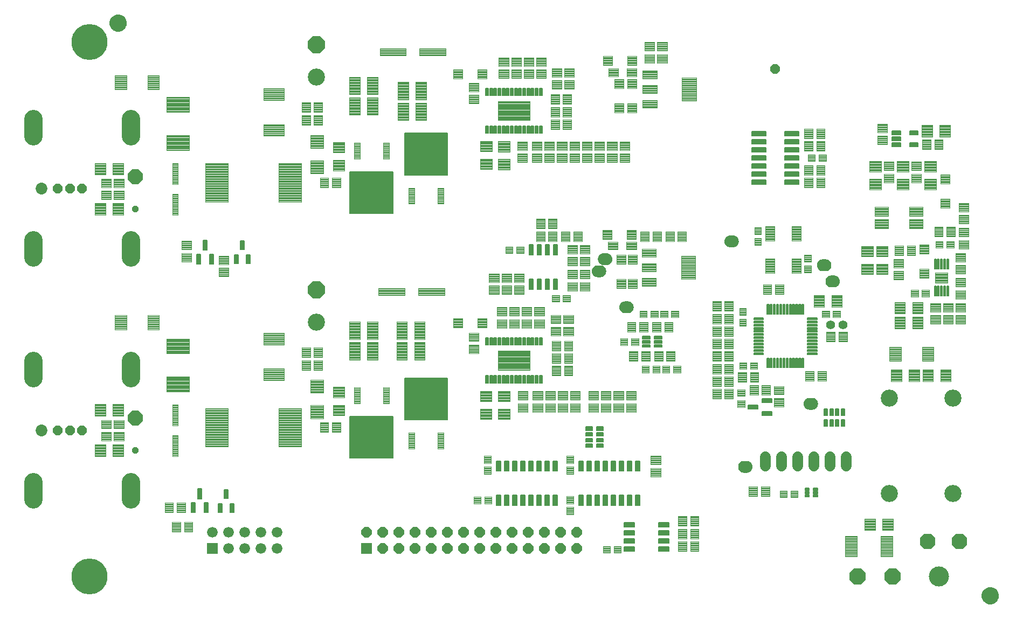
<source format=gts>
G75*
%MOIN*%
%OFA0B0*%
%FSLAX25Y25*%
%IPPOS*%
%LPD*%
%AMOC8*
5,1,8,0,0,1.08239X$1,22.5*
%
%ADD10C,0.13198*%
%ADD11C,0.00454*%
%ADD12C,0.00457*%
%ADD13OC8,0.10293*%
%ADD14C,0.12411*%
%ADD15C,0.00500*%
%ADD16OC8,0.09655*%
%ADD17C,0.00504*%
%ADD18C,0.00514*%
%ADD19C,0.00510*%
%ADD20C,0.00504*%
%ADD21C,0.00414*%
%ADD22C,0.10600*%
%ADD23C,0.00461*%
%ADD24C,0.00594*%
%ADD25C,0.00604*%
%ADD26C,0.06506*%
%ADD27C,0.00100*%
%ADD28C,0.05600*%
%ADD29C,0.00550*%
%ADD30C,0.00366*%
%ADD31C,0.00473*%
%ADD32C,0.00526*%
%ADD33C,0.00441*%
%ADD34C,0.00424*%
%ADD35C,0.00431*%
%ADD36OC8,0.05915*%
%ADD37OC8,0.09200*%
%ADD38OC8,0.04143*%
%ADD39C,0.11238*%
%ADD40OC8,0.06506*%
%ADD41R,0.06506X0.06506*%
%ADD42C,0.00428*%
%ADD43C,0.00408*%
%ADD44OC8,0.10600*%
%ADD45R,0.06600X0.06600*%
%ADD46C,0.06600*%
%ADD47C,0.07293*%
%ADD48C,0.00386*%
%ADD49C,0.00468*%
%ADD50C,0.00432*%
%ADD51C,0.00463*%
%ADD52C,0.00426*%
%ADD53C,0.00580*%
%ADD54C,0.22254*%
D10*
X0230514Y0052437D03*
X0230514Y0383146D03*
D11*
X0487873Y0256574D02*
X0492349Y0256574D01*
X0492349Y0252492D01*
X0487873Y0252492D01*
X0487873Y0256574D01*
X0487873Y0252945D02*
X0492349Y0252945D01*
X0492349Y0253398D02*
X0487873Y0253398D01*
X0487873Y0253851D02*
X0492349Y0253851D01*
X0492349Y0254304D02*
X0487873Y0254304D01*
X0487873Y0254757D02*
X0492349Y0254757D01*
X0492349Y0255210D02*
X0487873Y0255210D01*
X0487873Y0255663D02*
X0492349Y0255663D01*
X0492349Y0256116D02*
X0487873Y0256116D01*
X0487873Y0256569D02*
X0492349Y0256569D01*
X0494566Y0256574D02*
X0499042Y0256574D01*
X0499042Y0252492D01*
X0494566Y0252492D01*
X0494566Y0256574D01*
X0494566Y0252945D02*
X0499042Y0252945D01*
X0499042Y0253398D02*
X0494566Y0253398D01*
X0494566Y0253851D02*
X0499042Y0253851D01*
X0499042Y0254304D02*
X0494566Y0254304D01*
X0494566Y0254757D02*
X0499042Y0254757D01*
X0499042Y0255210D02*
X0494566Y0255210D01*
X0494566Y0255663D02*
X0499042Y0255663D01*
X0499042Y0256116D02*
X0494566Y0256116D01*
X0494566Y0256569D02*
X0499042Y0256569D01*
X0516623Y0226574D02*
X0521099Y0226574D01*
X0521099Y0222492D01*
X0516623Y0222492D01*
X0516623Y0226574D01*
X0516623Y0222945D02*
X0521099Y0222945D01*
X0521099Y0223398D02*
X0516623Y0223398D01*
X0516623Y0223851D02*
X0521099Y0223851D01*
X0521099Y0224304D02*
X0516623Y0224304D01*
X0516623Y0224757D02*
X0521099Y0224757D01*
X0521099Y0225210D02*
X0516623Y0225210D01*
X0516623Y0225663D02*
X0521099Y0225663D01*
X0521099Y0226116D02*
X0516623Y0226116D01*
X0516623Y0226569D02*
X0521099Y0226569D01*
X0523316Y0226574D02*
X0527792Y0226574D01*
X0527792Y0222492D01*
X0523316Y0222492D01*
X0523316Y0226574D01*
X0523316Y0222945D02*
X0527792Y0222945D01*
X0527792Y0223398D02*
X0523316Y0223398D01*
X0523316Y0223851D02*
X0527792Y0223851D01*
X0527792Y0224304D02*
X0523316Y0224304D01*
X0523316Y0224757D02*
X0527792Y0224757D01*
X0527792Y0225210D02*
X0523316Y0225210D01*
X0523316Y0225663D02*
X0527792Y0225663D01*
X0527792Y0226116D02*
X0523316Y0226116D01*
X0523316Y0226569D02*
X0527792Y0226569D01*
X0570873Y0217074D02*
X0575349Y0217074D01*
X0575349Y0212992D01*
X0570873Y0212992D01*
X0570873Y0217074D01*
X0570873Y0213445D02*
X0575349Y0213445D01*
X0575349Y0213898D02*
X0570873Y0213898D01*
X0570873Y0214351D02*
X0575349Y0214351D01*
X0575349Y0214804D02*
X0570873Y0214804D01*
X0570873Y0215257D02*
X0575349Y0215257D01*
X0575349Y0215710D02*
X0570873Y0215710D01*
X0570873Y0216163D02*
X0575349Y0216163D01*
X0575349Y0216616D02*
X0570873Y0216616D01*
X0570873Y0217069D02*
X0575349Y0217069D01*
X0577566Y0217074D02*
X0582042Y0217074D01*
X0582042Y0212992D01*
X0577566Y0212992D01*
X0577566Y0217074D01*
X0577566Y0213445D02*
X0582042Y0213445D01*
X0582042Y0213898D02*
X0577566Y0213898D01*
X0577566Y0214351D02*
X0582042Y0214351D01*
X0582042Y0214804D02*
X0577566Y0214804D01*
X0577566Y0215257D02*
X0582042Y0215257D01*
X0582042Y0215710D02*
X0577566Y0215710D01*
X0577566Y0216163D02*
X0582042Y0216163D01*
X0582042Y0216616D02*
X0577566Y0216616D01*
X0577566Y0217069D02*
X0582042Y0217069D01*
X0583623Y0212992D02*
X0588099Y0212992D01*
X0583623Y0212992D02*
X0583623Y0217074D01*
X0588099Y0217074D01*
X0588099Y0212992D01*
X0588099Y0213445D02*
X0583623Y0213445D01*
X0583623Y0213898D02*
X0588099Y0213898D01*
X0588099Y0214351D02*
X0583623Y0214351D01*
X0583623Y0214804D02*
X0588099Y0214804D01*
X0588099Y0215257D02*
X0583623Y0215257D01*
X0583623Y0215710D02*
X0588099Y0215710D01*
X0588099Y0216163D02*
X0583623Y0216163D01*
X0583623Y0216616D02*
X0588099Y0216616D01*
X0588099Y0217069D02*
X0583623Y0217069D01*
X0590316Y0212992D02*
X0594792Y0212992D01*
X0590316Y0212992D02*
X0590316Y0217074D01*
X0594792Y0217074D01*
X0594792Y0212992D01*
X0594792Y0213445D02*
X0590316Y0213445D01*
X0590316Y0213898D02*
X0594792Y0213898D01*
X0594792Y0214351D02*
X0590316Y0214351D01*
X0590316Y0214804D02*
X0594792Y0214804D01*
X0594792Y0215257D02*
X0590316Y0215257D01*
X0590316Y0215710D02*
X0594792Y0215710D01*
X0594792Y0216163D02*
X0590316Y0216163D01*
X0590316Y0216616D02*
X0594792Y0216616D01*
X0594792Y0217069D02*
X0590316Y0217069D01*
X0570042Y0199824D02*
X0565566Y0199824D01*
X0570042Y0199824D02*
X0570042Y0195742D01*
X0565566Y0195742D01*
X0565566Y0199824D01*
X0565566Y0196195D02*
X0570042Y0196195D01*
X0570042Y0196648D02*
X0565566Y0196648D01*
X0565566Y0197101D02*
X0570042Y0197101D01*
X0570042Y0197554D02*
X0565566Y0197554D01*
X0565566Y0198007D02*
X0570042Y0198007D01*
X0570042Y0198460D02*
X0565566Y0198460D01*
X0565566Y0198913D02*
X0570042Y0198913D01*
X0570042Y0199366D02*
X0565566Y0199366D01*
X0565566Y0199819D02*
X0570042Y0199819D01*
X0563349Y0199824D02*
X0558873Y0199824D01*
X0563349Y0199824D02*
X0563349Y0195742D01*
X0558873Y0195742D01*
X0558873Y0199824D01*
X0558873Y0196195D02*
X0563349Y0196195D01*
X0563349Y0196648D02*
X0558873Y0196648D01*
X0558873Y0197101D02*
X0563349Y0197101D01*
X0563349Y0197554D02*
X0558873Y0197554D01*
X0558873Y0198007D02*
X0563349Y0198007D01*
X0563349Y0198460D02*
X0558873Y0198460D01*
X0558873Y0198913D02*
X0563349Y0198913D01*
X0563349Y0199366D02*
X0558873Y0199366D01*
X0558873Y0199819D02*
X0563349Y0199819D01*
X0572123Y0182824D02*
X0576599Y0182824D01*
X0576599Y0178742D01*
X0572123Y0178742D01*
X0572123Y0182824D01*
X0572123Y0179195D02*
X0576599Y0179195D01*
X0576599Y0179648D02*
X0572123Y0179648D01*
X0572123Y0180101D02*
X0576599Y0180101D01*
X0576599Y0180554D02*
X0572123Y0180554D01*
X0572123Y0181007D02*
X0576599Y0181007D01*
X0576599Y0181460D02*
X0572123Y0181460D01*
X0572123Y0181913D02*
X0576599Y0181913D01*
X0576599Y0182366D02*
X0572123Y0182366D01*
X0572123Y0182819D02*
X0576599Y0182819D01*
X0578816Y0182824D02*
X0583292Y0182824D01*
X0583292Y0178742D01*
X0578816Y0178742D01*
X0578816Y0182824D01*
X0578816Y0179195D02*
X0583292Y0179195D01*
X0583292Y0179648D02*
X0578816Y0179648D01*
X0578816Y0180101D02*
X0583292Y0180101D01*
X0583292Y0180554D02*
X0578816Y0180554D01*
X0578816Y0181007D02*
X0583292Y0181007D01*
X0583292Y0181460D02*
X0578816Y0181460D01*
X0578816Y0181913D02*
X0583292Y0181913D01*
X0583292Y0182366D02*
X0578816Y0182366D01*
X0578816Y0182819D02*
X0583292Y0182819D01*
X0584873Y0178742D02*
X0589349Y0178742D01*
X0584873Y0178742D02*
X0584873Y0182824D01*
X0589349Y0182824D01*
X0589349Y0178742D01*
X0589349Y0179195D02*
X0584873Y0179195D01*
X0584873Y0179648D02*
X0589349Y0179648D01*
X0589349Y0180101D02*
X0584873Y0180101D01*
X0584873Y0180554D02*
X0589349Y0180554D01*
X0589349Y0181007D02*
X0584873Y0181007D01*
X0584873Y0181460D02*
X0589349Y0181460D01*
X0589349Y0181913D02*
X0584873Y0181913D01*
X0584873Y0182366D02*
X0589349Y0182366D01*
X0589349Y0182819D02*
X0584873Y0182819D01*
X0591566Y0178742D02*
X0596042Y0178742D01*
X0591566Y0178742D02*
X0591566Y0182824D01*
X0596042Y0182824D01*
X0596042Y0178742D01*
X0596042Y0179195D02*
X0591566Y0179195D01*
X0591566Y0179648D02*
X0596042Y0179648D01*
X0596042Y0180101D02*
X0591566Y0180101D01*
X0591566Y0180554D02*
X0596042Y0180554D01*
X0596042Y0181007D02*
X0591566Y0181007D01*
X0591566Y0181460D02*
X0596042Y0181460D01*
X0596042Y0181913D02*
X0591566Y0181913D01*
X0591566Y0182366D02*
X0596042Y0182366D01*
X0596042Y0182819D02*
X0591566Y0182819D01*
X0632373Y0185074D02*
X0636849Y0185074D01*
X0636849Y0180992D01*
X0632373Y0180992D01*
X0632373Y0185074D01*
X0632373Y0181445D02*
X0636849Y0181445D01*
X0636849Y0181898D02*
X0632373Y0181898D01*
X0632373Y0182351D02*
X0636849Y0182351D01*
X0636849Y0182804D02*
X0632373Y0182804D01*
X0632373Y0183257D02*
X0636849Y0183257D01*
X0636849Y0183710D02*
X0632373Y0183710D01*
X0632373Y0184163D02*
X0636849Y0184163D01*
X0636849Y0184616D02*
X0632373Y0184616D01*
X0632373Y0185069D02*
X0636849Y0185069D01*
X0639066Y0185074D02*
X0643542Y0185074D01*
X0643542Y0180992D01*
X0639066Y0180992D01*
X0639066Y0185074D01*
X0639066Y0181445D02*
X0643542Y0181445D01*
X0643542Y0181898D02*
X0639066Y0181898D01*
X0639066Y0182351D02*
X0643542Y0182351D01*
X0643542Y0182804D02*
X0639066Y0182804D01*
X0639066Y0183257D02*
X0643542Y0183257D01*
X0643542Y0183710D02*
X0639066Y0183710D01*
X0639066Y0184163D02*
X0643542Y0184163D01*
X0643542Y0184616D02*
X0639066Y0184616D01*
X0639066Y0185069D02*
X0643542Y0185069D01*
X0635695Y0168171D02*
X0635695Y0164089D01*
X0631219Y0164089D01*
X0631219Y0168171D01*
X0635695Y0168171D01*
X0635695Y0164542D02*
X0631219Y0164542D01*
X0631219Y0164995D02*
X0635695Y0164995D01*
X0635695Y0165448D02*
X0631219Y0165448D01*
X0631219Y0165901D02*
X0635695Y0165901D01*
X0635695Y0166354D02*
X0631219Y0166354D01*
X0631219Y0166807D02*
X0635695Y0166807D01*
X0635695Y0167260D02*
X0631219Y0167260D01*
X0631219Y0167713D02*
X0635695Y0167713D01*
X0635695Y0168166D02*
X0631219Y0168166D01*
X0635695Y0161478D02*
X0635695Y0157396D01*
X0631219Y0157396D01*
X0631219Y0161478D01*
X0635695Y0161478D01*
X0635695Y0157849D02*
X0631219Y0157849D01*
X0631219Y0158302D02*
X0635695Y0158302D01*
X0635695Y0158755D02*
X0631219Y0158755D01*
X0631219Y0159208D02*
X0635695Y0159208D01*
X0635695Y0159661D02*
X0631219Y0159661D01*
X0631219Y0160114D02*
X0635695Y0160114D01*
X0635695Y0160567D02*
X0631219Y0160567D01*
X0631219Y0161020D02*
X0635695Y0161020D01*
X0635695Y0161473D02*
X0631219Y0161473D01*
X0632416Y0207449D02*
X0632416Y0211925D01*
X0636498Y0211925D01*
X0636498Y0207449D01*
X0632416Y0207449D01*
X0632416Y0207902D02*
X0636498Y0207902D01*
X0636498Y0208355D02*
X0632416Y0208355D01*
X0632416Y0208808D02*
X0636498Y0208808D01*
X0636498Y0209261D02*
X0632416Y0209261D01*
X0632416Y0209714D02*
X0636498Y0209714D01*
X0636498Y0210167D02*
X0632416Y0210167D01*
X0632416Y0210620D02*
X0636498Y0210620D01*
X0636498Y0211073D02*
X0632416Y0211073D01*
X0632416Y0211526D02*
X0636498Y0211526D01*
X0632416Y0214142D02*
X0632416Y0218618D01*
X0636498Y0218618D01*
X0636498Y0214142D01*
X0632416Y0214142D01*
X0632416Y0214595D02*
X0636498Y0214595D01*
X0636498Y0215048D02*
X0632416Y0215048D01*
X0632416Y0215501D02*
X0636498Y0215501D01*
X0636498Y0215954D02*
X0632416Y0215954D01*
X0632416Y0216407D02*
X0636498Y0216407D01*
X0636498Y0216860D02*
X0632416Y0216860D01*
X0632416Y0217313D02*
X0636498Y0217313D01*
X0636498Y0217766D02*
X0632416Y0217766D01*
X0632416Y0218219D02*
X0636498Y0218219D01*
X0672666Y0240449D02*
X0672666Y0244925D01*
X0676748Y0244925D01*
X0676748Y0240449D01*
X0672666Y0240449D01*
X0672666Y0240902D02*
X0676748Y0240902D01*
X0676748Y0241355D02*
X0672666Y0241355D01*
X0672666Y0241808D02*
X0676748Y0241808D01*
X0676748Y0242261D02*
X0672666Y0242261D01*
X0672666Y0242714D02*
X0676748Y0242714D01*
X0676748Y0243167D02*
X0672666Y0243167D01*
X0672666Y0243620D02*
X0676748Y0243620D01*
X0676748Y0244073D02*
X0672666Y0244073D01*
X0672666Y0244526D02*
X0676748Y0244526D01*
X0672666Y0247142D02*
X0672666Y0251618D01*
X0676748Y0251618D01*
X0676748Y0247142D01*
X0672666Y0247142D01*
X0672666Y0247595D02*
X0676748Y0247595D01*
X0676748Y0248048D02*
X0672666Y0248048D01*
X0672666Y0248501D02*
X0676748Y0248501D01*
X0676748Y0248954D02*
X0672666Y0248954D01*
X0672666Y0249407D02*
X0676748Y0249407D01*
X0676748Y0249860D02*
X0672666Y0249860D01*
X0672666Y0250313D02*
X0676748Y0250313D01*
X0676748Y0250766D02*
X0672666Y0250766D01*
X0672666Y0251219D02*
X0676748Y0251219D01*
X0645998Y0257449D02*
X0645998Y0261925D01*
X0645998Y0257449D02*
X0641916Y0257449D01*
X0641916Y0261925D01*
X0645998Y0261925D01*
X0645998Y0257902D02*
X0641916Y0257902D01*
X0641916Y0258355D02*
X0645998Y0258355D01*
X0645998Y0258808D02*
X0641916Y0258808D01*
X0641916Y0259261D02*
X0645998Y0259261D01*
X0645998Y0259714D02*
X0641916Y0259714D01*
X0641916Y0260167D02*
X0645998Y0260167D01*
X0645998Y0260620D02*
X0641916Y0260620D01*
X0641916Y0261073D02*
X0645998Y0261073D01*
X0645998Y0261526D02*
X0641916Y0261526D01*
X0645998Y0264142D02*
X0645998Y0268618D01*
X0645998Y0264142D02*
X0641916Y0264142D01*
X0641916Y0268618D01*
X0645998Y0268618D01*
X0645998Y0264595D02*
X0641916Y0264595D01*
X0641916Y0265048D02*
X0645998Y0265048D01*
X0645998Y0265501D02*
X0641916Y0265501D01*
X0641916Y0265954D02*
X0645998Y0265954D01*
X0645998Y0266407D02*
X0641916Y0266407D01*
X0641916Y0266860D02*
X0645998Y0266860D01*
X0645998Y0267313D02*
X0641916Y0267313D01*
X0641916Y0267766D02*
X0645998Y0267766D01*
X0645998Y0268219D02*
X0641916Y0268219D01*
X0674873Y0309492D02*
X0679349Y0309492D01*
X0674873Y0309492D02*
X0674873Y0313574D01*
X0679349Y0313574D01*
X0679349Y0309492D01*
X0679349Y0309945D02*
X0674873Y0309945D01*
X0674873Y0310398D02*
X0679349Y0310398D01*
X0679349Y0310851D02*
X0674873Y0310851D01*
X0674873Y0311304D02*
X0679349Y0311304D01*
X0679349Y0311757D02*
X0674873Y0311757D01*
X0674873Y0312210D02*
X0679349Y0312210D01*
X0679349Y0312663D02*
X0674873Y0312663D01*
X0674873Y0313116D02*
X0679349Y0313116D01*
X0679349Y0313569D02*
X0674873Y0313569D01*
X0681566Y0309492D02*
X0686042Y0309492D01*
X0681566Y0309492D02*
X0681566Y0313574D01*
X0686042Y0313574D01*
X0686042Y0309492D01*
X0686042Y0309945D02*
X0681566Y0309945D01*
X0681566Y0310398D02*
X0686042Y0310398D01*
X0686042Y0310851D02*
X0681566Y0310851D01*
X0681566Y0311304D02*
X0686042Y0311304D01*
X0686042Y0311757D02*
X0681566Y0311757D01*
X0681566Y0312210D02*
X0686042Y0312210D01*
X0686042Y0312663D02*
X0681566Y0312663D01*
X0681566Y0313116D02*
X0686042Y0313116D01*
X0686042Y0313569D02*
X0681566Y0313569D01*
X0753873Y0255992D02*
X0758349Y0255992D01*
X0753873Y0255992D02*
X0753873Y0260074D01*
X0758349Y0260074D01*
X0758349Y0255992D01*
X0758349Y0256445D02*
X0753873Y0256445D01*
X0753873Y0256898D02*
X0758349Y0256898D01*
X0758349Y0257351D02*
X0753873Y0257351D01*
X0753873Y0257804D02*
X0758349Y0257804D01*
X0758349Y0258257D02*
X0753873Y0258257D01*
X0753873Y0258710D02*
X0758349Y0258710D01*
X0758349Y0259163D02*
X0753873Y0259163D01*
X0753873Y0259616D02*
X0758349Y0259616D01*
X0758349Y0260069D02*
X0753873Y0260069D01*
X0760566Y0255992D02*
X0765042Y0255992D01*
X0760566Y0255992D02*
X0760566Y0260074D01*
X0765042Y0260074D01*
X0765042Y0255992D01*
X0765042Y0256445D02*
X0760566Y0256445D01*
X0760566Y0256898D02*
X0765042Y0256898D01*
X0765042Y0257351D02*
X0760566Y0257351D01*
X0760566Y0257804D02*
X0765042Y0257804D01*
X0765042Y0258257D02*
X0760566Y0258257D01*
X0760566Y0258710D02*
X0765042Y0258710D01*
X0765042Y0259163D02*
X0760566Y0259163D01*
X0760566Y0259616D02*
X0765042Y0259616D01*
X0765042Y0260069D02*
X0760566Y0260069D01*
X0749792Y0225742D02*
X0745316Y0225742D01*
X0745316Y0229824D01*
X0749792Y0229824D01*
X0749792Y0225742D01*
X0749792Y0226195D02*
X0745316Y0226195D01*
X0745316Y0226648D02*
X0749792Y0226648D01*
X0749792Y0227101D02*
X0745316Y0227101D01*
X0745316Y0227554D02*
X0749792Y0227554D01*
X0749792Y0228007D02*
X0745316Y0228007D01*
X0745316Y0228460D02*
X0749792Y0228460D01*
X0749792Y0228913D02*
X0745316Y0228913D01*
X0745316Y0229366D02*
X0749792Y0229366D01*
X0749792Y0229819D02*
X0745316Y0229819D01*
X0743099Y0225742D02*
X0738623Y0225742D01*
X0738623Y0229824D01*
X0743099Y0229824D01*
X0743099Y0225742D01*
X0743099Y0226195D02*
X0738623Y0226195D01*
X0738623Y0226648D02*
X0743099Y0226648D01*
X0743099Y0227101D02*
X0738623Y0227101D01*
X0738623Y0227554D02*
X0743099Y0227554D01*
X0743099Y0228007D02*
X0738623Y0228007D01*
X0738623Y0228460D02*
X0743099Y0228460D01*
X0743099Y0228913D02*
X0738623Y0228913D01*
X0738623Y0229366D02*
X0743099Y0229366D01*
X0743099Y0229819D02*
X0738623Y0229819D01*
X0694792Y0217074D02*
X0690316Y0217074D01*
X0694792Y0217074D02*
X0694792Y0212992D01*
X0690316Y0212992D01*
X0690316Y0217074D01*
X0690316Y0213445D02*
X0694792Y0213445D01*
X0694792Y0213898D02*
X0690316Y0213898D01*
X0690316Y0214351D02*
X0694792Y0214351D01*
X0694792Y0214804D02*
X0690316Y0214804D01*
X0690316Y0215257D02*
X0694792Y0215257D01*
X0694792Y0215710D02*
X0690316Y0215710D01*
X0690316Y0216163D02*
X0694792Y0216163D01*
X0694792Y0216616D02*
X0690316Y0216616D01*
X0690316Y0217069D02*
X0694792Y0217069D01*
X0688099Y0217074D02*
X0683623Y0217074D01*
X0688099Y0217074D02*
X0688099Y0212992D01*
X0683623Y0212992D01*
X0683623Y0217074D01*
X0683623Y0213445D02*
X0688099Y0213445D01*
X0688099Y0213898D02*
X0683623Y0213898D01*
X0683623Y0214351D02*
X0688099Y0214351D01*
X0688099Y0214804D02*
X0683623Y0214804D01*
X0683623Y0215257D02*
X0688099Y0215257D01*
X0688099Y0215710D02*
X0683623Y0215710D01*
X0683623Y0216163D02*
X0688099Y0216163D01*
X0688099Y0216616D02*
X0683623Y0216616D01*
X0683623Y0217069D02*
X0688099Y0217069D01*
X0525666Y0127118D02*
X0525666Y0122642D01*
X0525666Y0127118D02*
X0529748Y0127118D01*
X0529748Y0122642D01*
X0525666Y0122642D01*
X0525666Y0123095D02*
X0529748Y0123095D01*
X0529748Y0123548D02*
X0525666Y0123548D01*
X0525666Y0124001D02*
X0529748Y0124001D01*
X0529748Y0124454D02*
X0525666Y0124454D01*
X0525666Y0124907D02*
X0529748Y0124907D01*
X0529748Y0125360D02*
X0525666Y0125360D01*
X0525666Y0125813D02*
X0529748Y0125813D01*
X0529748Y0126266D02*
X0525666Y0126266D01*
X0525666Y0126719D02*
X0529748Y0126719D01*
X0525666Y0120425D02*
X0525666Y0115949D01*
X0525666Y0120425D02*
X0529748Y0120425D01*
X0529748Y0115949D01*
X0525666Y0115949D01*
X0525666Y0116402D02*
X0529748Y0116402D01*
X0529748Y0116855D02*
X0525666Y0116855D01*
X0525666Y0117308D02*
X0529748Y0117308D01*
X0529748Y0117761D02*
X0525666Y0117761D01*
X0525666Y0118214D02*
X0529748Y0118214D01*
X0529748Y0118667D02*
X0525666Y0118667D01*
X0525666Y0119120D02*
X0529748Y0119120D01*
X0529748Y0119573D02*
X0525666Y0119573D01*
X0525666Y0120026D02*
X0529748Y0120026D01*
X0525666Y0102118D02*
X0525666Y0097642D01*
X0525666Y0102118D02*
X0529748Y0102118D01*
X0529748Y0097642D01*
X0525666Y0097642D01*
X0525666Y0098095D02*
X0529748Y0098095D01*
X0529748Y0098548D02*
X0525666Y0098548D01*
X0525666Y0099001D02*
X0529748Y0099001D01*
X0529748Y0099454D02*
X0525666Y0099454D01*
X0525666Y0099907D02*
X0529748Y0099907D01*
X0529748Y0100360D02*
X0525666Y0100360D01*
X0525666Y0100813D02*
X0529748Y0100813D01*
X0529748Y0101266D02*
X0525666Y0101266D01*
X0525666Y0101719D02*
X0529748Y0101719D01*
X0525666Y0095425D02*
X0525666Y0090949D01*
X0525666Y0095425D02*
X0529748Y0095425D01*
X0529748Y0090949D01*
X0525666Y0090949D01*
X0525666Y0091402D02*
X0529748Y0091402D01*
X0529748Y0091855D02*
X0525666Y0091855D01*
X0525666Y0092308D02*
X0529748Y0092308D01*
X0529748Y0092761D02*
X0525666Y0092761D01*
X0525666Y0093214D02*
X0529748Y0093214D01*
X0529748Y0093667D02*
X0525666Y0093667D01*
X0525666Y0094120D02*
X0529748Y0094120D01*
X0529748Y0094573D02*
X0525666Y0094573D01*
X0525666Y0095026D02*
X0529748Y0095026D01*
X0548123Y0067242D02*
X0552599Y0067242D01*
X0548123Y0067242D02*
X0548123Y0071324D01*
X0552599Y0071324D01*
X0552599Y0067242D01*
X0552599Y0067695D02*
X0548123Y0067695D01*
X0548123Y0068148D02*
X0552599Y0068148D01*
X0552599Y0068601D02*
X0548123Y0068601D01*
X0548123Y0069054D02*
X0552599Y0069054D01*
X0552599Y0069507D02*
X0548123Y0069507D01*
X0548123Y0069960D02*
X0552599Y0069960D01*
X0552599Y0070413D02*
X0548123Y0070413D01*
X0548123Y0070866D02*
X0552599Y0070866D01*
X0552599Y0071319D02*
X0548123Y0071319D01*
X0554816Y0067242D02*
X0559292Y0067242D01*
X0554816Y0067242D02*
X0554816Y0071324D01*
X0559292Y0071324D01*
X0559292Y0067242D01*
X0559292Y0067695D02*
X0554816Y0067695D01*
X0554816Y0068148D02*
X0559292Y0068148D01*
X0559292Y0068601D02*
X0554816Y0068601D01*
X0554816Y0069054D02*
X0559292Y0069054D01*
X0559292Y0069507D02*
X0554816Y0069507D01*
X0554816Y0069960D02*
X0559292Y0069960D01*
X0559292Y0070413D02*
X0554816Y0070413D01*
X0554816Y0070866D02*
X0559292Y0070866D01*
X0559292Y0071319D02*
X0554816Y0071319D01*
X0479292Y0101824D02*
X0474816Y0101824D01*
X0479292Y0101824D02*
X0479292Y0097742D01*
X0474816Y0097742D01*
X0474816Y0101824D01*
X0474816Y0098195D02*
X0479292Y0098195D01*
X0479292Y0098648D02*
X0474816Y0098648D01*
X0474816Y0099101D02*
X0479292Y0099101D01*
X0479292Y0099554D02*
X0474816Y0099554D01*
X0474816Y0100007D02*
X0479292Y0100007D01*
X0479292Y0100460D02*
X0474816Y0100460D01*
X0474816Y0100913D02*
X0479292Y0100913D01*
X0479292Y0101366D02*
X0474816Y0101366D01*
X0474816Y0101819D02*
X0479292Y0101819D01*
X0472599Y0101824D02*
X0468123Y0101824D01*
X0472599Y0101824D02*
X0472599Y0097742D01*
X0468123Y0097742D01*
X0468123Y0101824D01*
X0468123Y0098195D02*
X0472599Y0098195D01*
X0472599Y0098648D02*
X0468123Y0098648D01*
X0468123Y0099101D02*
X0472599Y0099101D01*
X0472599Y0099554D02*
X0468123Y0099554D01*
X0468123Y0100007D02*
X0472599Y0100007D01*
X0472599Y0100460D02*
X0468123Y0100460D01*
X0468123Y0100913D02*
X0472599Y0100913D01*
X0472599Y0101366D02*
X0468123Y0101366D01*
X0468123Y0101819D02*
X0472599Y0101819D01*
X0474666Y0115949D02*
X0474666Y0120425D01*
X0478748Y0120425D01*
X0478748Y0115949D01*
X0474666Y0115949D01*
X0474666Y0116402D02*
X0478748Y0116402D01*
X0478748Y0116855D02*
X0474666Y0116855D01*
X0474666Y0117308D02*
X0478748Y0117308D01*
X0478748Y0117761D02*
X0474666Y0117761D01*
X0474666Y0118214D02*
X0478748Y0118214D01*
X0478748Y0118667D02*
X0474666Y0118667D01*
X0474666Y0119120D02*
X0478748Y0119120D01*
X0478748Y0119573D02*
X0474666Y0119573D01*
X0474666Y0120026D02*
X0478748Y0120026D01*
X0474666Y0122642D02*
X0474666Y0127118D01*
X0478748Y0127118D01*
X0478748Y0122642D01*
X0474666Y0122642D01*
X0474666Y0123095D02*
X0478748Y0123095D01*
X0478748Y0123548D02*
X0474666Y0123548D01*
X0474666Y0124001D02*
X0478748Y0124001D01*
X0478748Y0124454D02*
X0474666Y0124454D01*
X0474666Y0124907D02*
X0478748Y0124907D01*
X0478748Y0125360D02*
X0474666Y0125360D01*
X0474666Y0125813D02*
X0478748Y0125813D01*
X0478748Y0126266D02*
X0474666Y0126266D01*
X0474666Y0126719D02*
X0478748Y0126719D01*
X0657373Y0105574D02*
X0661849Y0105574D01*
X0661849Y0101492D01*
X0657373Y0101492D01*
X0657373Y0105574D01*
X0657373Y0101945D02*
X0661849Y0101945D01*
X0661849Y0102398D02*
X0657373Y0102398D01*
X0657373Y0102851D02*
X0661849Y0102851D01*
X0661849Y0103304D02*
X0657373Y0103304D01*
X0657373Y0103757D02*
X0661849Y0103757D01*
X0661849Y0104210D02*
X0657373Y0104210D01*
X0657373Y0104663D02*
X0661849Y0104663D01*
X0661849Y0105116D02*
X0657373Y0105116D01*
X0657373Y0105569D02*
X0661849Y0105569D01*
X0664066Y0105574D02*
X0668542Y0105574D01*
X0668542Y0101492D01*
X0664066Y0101492D01*
X0664066Y0105574D01*
X0664066Y0101945D02*
X0668542Y0101945D01*
X0668542Y0102398D02*
X0664066Y0102398D01*
X0664066Y0102851D02*
X0668542Y0102851D01*
X0668542Y0103304D02*
X0664066Y0103304D01*
X0664066Y0103757D02*
X0668542Y0103757D01*
X0668542Y0104210D02*
X0664066Y0104210D01*
X0664066Y0104663D02*
X0668542Y0104663D01*
X0668542Y0105116D02*
X0664066Y0105116D01*
X0664066Y0105569D02*
X0668542Y0105569D01*
D12*
X0651079Y0108308D02*
X0645817Y0108308D01*
X0651079Y0108308D02*
X0651079Y0102258D01*
X0645817Y0102258D01*
X0645817Y0108308D01*
X0645817Y0102714D02*
X0651079Y0102714D01*
X0651079Y0103170D02*
X0645817Y0103170D01*
X0645817Y0103626D02*
X0651079Y0103626D01*
X0651079Y0104082D02*
X0645817Y0104082D01*
X0645817Y0104538D02*
X0651079Y0104538D01*
X0651079Y0104994D02*
X0645817Y0104994D01*
X0645817Y0105450D02*
X0651079Y0105450D01*
X0651079Y0105906D02*
X0645817Y0105906D01*
X0645817Y0106362D02*
X0651079Y0106362D01*
X0651079Y0106818D02*
X0645817Y0106818D01*
X0645817Y0107274D02*
X0651079Y0107274D01*
X0651079Y0107730D02*
X0645817Y0107730D01*
X0645817Y0108186D02*
X0651079Y0108186D01*
X0643598Y0108308D02*
X0638336Y0108308D01*
X0643598Y0108308D02*
X0643598Y0102258D01*
X0638336Y0102258D01*
X0638336Y0108308D01*
X0638336Y0102714D02*
X0643598Y0102714D01*
X0643598Y0103170D02*
X0638336Y0103170D01*
X0638336Y0103626D02*
X0643598Y0103626D01*
X0643598Y0104082D02*
X0638336Y0104082D01*
X0638336Y0104538D02*
X0643598Y0104538D01*
X0643598Y0104994D02*
X0638336Y0104994D01*
X0638336Y0105450D02*
X0643598Y0105450D01*
X0643598Y0105906D02*
X0638336Y0105906D01*
X0638336Y0106362D02*
X0643598Y0106362D01*
X0643598Y0106818D02*
X0638336Y0106818D01*
X0638336Y0107274D02*
X0643598Y0107274D01*
X0643598Y0107730D02*
X0638336Y0107730D01*
X0638336Y0108186D02*
X0643598Y0108186D01*
X0607329Y0089808D02*
X0602067Y0089808D01*
X0607329Y0089808D02*
X0607329Y0083758D01*
X0602067Y0083758D01*
X0602067Y0089808D01*
X0602067Y0084214D02*
X0607329Y0084214D01*
X0607329Y0084670D02*
X0602067Y0084670D01*
X0602067Y0085126D02*
X0607329Y0085126D01*
X0607329Y0085582D02*
X0602067Y0085582D01*
X0602067Y0086038D02*
X0607329Y0086038D01*
X0607329Y0086494D02*
X0602067Y0086494D01*
X0602067Y0086950D02*
X0607329Y0086950D01*
X0607329Y0087406D02*
X0602067Y0087406D01*
X0602067Y0087862D02*
X0607329Y0087862D01*
X0607329Y0088318D02*
X0602067Y0088318D01*
X0602067Y0088774D02*
X0607329Y0088774D01*
X0607329Y0089230D02*
X0602067Y0089230D01*
X0602067Y0089686D02*
X0607329Y0089686D01*
X0599848Y0089808D02*
X0594586Y0089808D01*
X0599848Y0089808D02*
X0599848Y0083758D01*
X0594586Y0083758D01*
X0594586Y0089808D01*
X0594586Y0084214D02*
X0599848Y0084214D01*
X0599848Y0084670D02*
X0594586Y0084670D01*
X0594586Y0085126D02*
X0599848Y0085126D01*
X0599848Y0085582D02*
X0594586Y0085582D01*
X0594586Y0086038D02*
X0599848Y0086038D01*
X0599848Y0086494D02*
X0594586Y0086494D01*
X0594586Y0086950D02*
X0599848Y0086950D01*
X0599848Y0087406D02*
X0594586Y0087406D01*
X0594586Y0087862D02*
X0599848Y0087862D01*
X0599848Y0088318D02*
X0594586Y0088318D01*
X0594586Y0088774D02*
X0599848Y0088774D01*
X0599848Y0089230D02*
X0594586Y0089230D01*
X0594586Y0089686D02*
X0599848Y0089686D01*
X0599848Y0082058D02*
X0594586Y0082058D01*
X0599848Y0082058D02*
X0599848Y0076008D01*
X0594586Y0076008D01*
X0594586Y0082058D01*
X0594586Y0076464D02*
X0599848Y0076464D01*
X0599848Y0076920D02*
X0594586Y0076920D01*
X0594586Y0077376D02*
X0599848Y0077376D01*
X0599848Y0077832D02*
X0594586Y0077832D01*
X0594586Y0078288D02*
X0599848Y0078288D01*
X0599848Y0078744D02*
X0594586Y0078744D01*
X0594586Y0079200D02*
X0599848Y0079200D01*
X0599848Y0079656D02*
X0594586Y0079656D01*
X0594586Y0080112D02*
X0599848Y0080112D01*
X0599848Y0080568D02*
X0594586Y0080568D01*
X0594586Y0081024D02*
X0599848Y0081024D01*
X0599848Y0081480D02*
X0594586Y0081480D01*
X0594586Y0081936D02*
X0599848Y0081936D01*
X0602067Y0082058D02*
X0607329Y0082058D01*
X0607329Y0076008D01*
X0602067Y0076008D01*
X0602067Y0082058D01*
X0602067Y0076464D02*
X0607329Y0076464D01*
X0607329Y0076920D02*
X0602067Y0076920D01*
X0602067Y0077376D02*
X0607329Y0077376D01*
X0607329Y0077832D02*
X0602067Y0077832D01*
X0602067Y0078288D02*
X0607329Y0078288D01*
X0607329Y0078744D02*
X0602067Y0078744D01*
X0602067Y0079200D02*
X0607329Y0079200D01*
X0607329Y0079656D02*
X0602067Y0079656D01*
X0602067Y0080112D02*
X0607329Y0080112D01*
X0607329Y0080568D02*
X0602067Y0080568D01*
X0602067Y0081024D02*
X0607329Y0081024D01*
X0607329Y0081480D02*
X0602067Y0081480D01*
X0602067Y0081936D02*
X0607329Y0081936D01*
X0607329Y0074308D02*
X0602067Y0074308D01*
X0607329Y0074308D02*
X0607329Y0068258D01*
X0602067Y0068258D01*
X0602067Y0074308D01*
X0602067Y0068714D02*
X0607329Y0068714D01*
X0607329Y0069170D02*
X0602067Y0069170D01*
X0602067Y0069626D02*
X0607329Y0069626D01*
X0607329Y0070082D02*
X0602067Y0070082D01*
X0602067Y0070538D02*
X0607329Y0070538D01*
X0607329Y0070994D02*
X0602067Y0070994D01*
X0602067Y0071450D02*
X0607329Y0071450D01*
X0607329Y0071906D02*
X0602067Y0071906D01*
X0602067Y0072362D02*
X0607329Y0072362D01*
X0607329Y0072818D02*
X0602067Y0072818D01*
X0602067Y0073274D02*
X0607329Y0073274D01*
X0607329Y0073730D02*
X0602067Y0073730D01*
X0602067Y0074186D02*
X0607329Y0074186D01*
X0599848Y0074308D02*
X0594586Y0074308D01*
X0599848Y0074308D02*
X0599848Y0068258D01*
X0594586Y0068258D01*
X0594586Y0074308D01*
X0594586Y0068714D02*
X0599848Y0068714D01*
X0599848Y0069170D02*
X0594586Y0069170D01*
X0594586Y0069626D02*
X0599848Y0069626D01*
X0599848Y0070082D02*
X0594586Y0070082D01*
X0594586Y0070538D02*
X0599848Y0070538D01*
X0599848Y0070994D02*
X0594586Y0070994D01*
X0594586Y0071450D02*
X0599848Y0071450D01*
X0599848Y0071906D02*
X0594586Y0071906D01*
X0594586Y0072362D02*
X0599848Y0072362D01*
X0599848Y0072818D02*
X0594586Y0072818D01*
X0594586Y0073274D02*
X0599848Y0073274D01*
X0599848Y0073730D02*
X0594586Y0073730D01*
X0594586Y0074186D02*
X0599848Y0074186D01*
X0577682Y0114412D02*
X0577682Y0119674D01*
X0583732Y0119674D01*
X0583732Y0114412D01*
X0577682Y0114412D01*
X0577682Y0114868D02*
X0583732Y0114868D01*
X0583732Y0115324D02*
X0577682Y0115324D01*
X0577682Y0115780D02*
X0583732Y0115780D01*
X0583732Y0116236D02*
X0577682Y0116236D01*
X0577682Y0116692D02*
X0583732Y0116692D01*
X0583732Y0117148D02*
X0577682Y0117148D01*
X0577682Y0117604D02*
X0583732Y0117604D01*
X0583732Y0118060D02*
X0577682Y0118060D01*
X0577682Y0118516D02*
X0583732Y0118516D01*
X0583732Y0118972D02*
X0577682Y0118972D01*
X0577682Y0119428D02*
X0583732Y0119428D01*
X0577682Y0121893D02*
X0577682Y0127155D01*
X0583732Y0127155D01*
X0583732Y0121893D01*
X0577682Y0121893D01*
X0577682Y0122349D02*
X0583732Y0122349D01*
X0583732Y0122805D02*
X0577682Y0122805D01*
X0577682Y0123261D02*
X0583732Y0123261D01*
X0583732Y0123717D02*
X0577682Y0123717D01*
X0577682Y0124173D02*
X0583732Y0124173D01*
X0583732Y0124629D02*
X0577682Y0124629D01*
X0577682Y0125085D02*
X0583732Y0125085D01*
X0583732Y0125541D02*
X0577682Y0125541D01*
X0577682Y0125997D02*
X0583732Y0125997D01*
X0583732Y0126453D02*
X0577682Y0126453D01*
X0577682Y0126909D02*
X0583732Y0126909D01*
X0562432Y0154412D02*
X0562432Y0159674D01*
X0568482Y0159674D01*
X0568482Y0154412D01*
X0562432Y0154412D01*
X0562432Y0154868D02*
X0568482Y0154868D01*
X0568482Y0155324D02*
X0562432Y0155324D01*
X0562432Y0155780D02*
X0568482Y0155780D01*
X0568482Y0156236D02*
X0562432Y0156236D01*
X0562432Y0156692D02*
X0568482Y0156692D01*
X0568482Y0157148D02*
X0562432Y0157148D01*
X0562432Y0157604D02*
X0568482Y0157604D01*
X0568482Y0158060D02*
X0562432Y0158060D01*
X0562432Y0158516D02*
X0568482Y0158516D01*
X0568482Y0158972D02*
X0562432Y0158972D01*
X0562432Y0159428D02*
X0568482Y0159428D01*
X0562432Y0161893D02*
X0562432Y0167155D01*
X0568482Y0167155D01*
X0568482Y0161893D01*
X0562432Y0161893D01*
X0562432Y0162349D02*
X0568482Y0162349D01*
X0568482Y0162805D02*
X0562432Y0162805D01*
X0562432Y0163261D02*
X0568482Y0163261D01*
X0568482Y0163717D02*
X0562432Y0163717D01*
X0562432Y0164173D02*
X0568482Y0164173D01*
X0568482Y0164629D02*
X0562432Y0164629D01*
X0562432Y0165085D02*
X0568482Y0165085D01*
X0568482Y0165541D02*
X0562432Y0165541D01*
X0562432Y0165997D02*
X0568482Y0165997D01*
X0568482Y0166453D02*
X0562432Y0166453D01*
X0562432Y0166909D02*
X0568482Y0166909D01*
X0560732Y0167155D02*
X0560732Y0161893D01*
X0554682Y0161893D01*
X0554682Y0167155D01*
X0560732Y0167155D01*
X0560732Y0162349D02*
X0554682Y0162349D01*
X0554682Y0162805D02*
X0560732Y0162805D01*
X0560732Y0163261D02*
X0554682Y0163261D01*
X0554682Y0163717D02*
X0560732Y0163717D01*
X0560732Y0164173D02*
X0554682Y0164173D01*
X0554682Y0164629D02*
X0560732Y0164629D01*
X0560732Y0165085D02*
X0554682Y0165085D01*
X0554682Y0165541D02*
X0560732Y0165541D01*
X0560732Y0165997D02*
X0554682Y0165997D01*
X0554682Y0166453D02*
X0560732Y0166453D01*
X0560732Y0166909D02*
X0554682Y0166909D01*
X0552982Y0167155D02*
X0552982Y0161893D01*
X0546932Y0161893D01*
X0546932Y0167155D01*
X0552982Y0167155D01*
X0552982Y0162349D02*
X0546932Y0162349D01*
X0546932Y0162805D02*
X0552982Y0162805D01*
X0552982Y0163261D02*
X0546932Y0163261D01*
X0546932Y0163717D02*
X0552982Y0163717D01*
X0552982Y0164173D02*
X0546932Y0164173D01*
X0546932Y0164629D02*
X0552982Y0164629D01*
X0552982Y0165085D02*
X0546932Y0165085D01*
X0546932Y0165541D02*
X0552982Y0165541D01*
X0552982Y0165997D02*
X0546932Y0165997D01*
X0546932Y0166453D02*
X0552982Y0166453D01*
X0552982Y0166909D02*
X0546932Y0166909D01*
X0539182Y0167155D02*
X0539182Y0161893D01*
X0539182Y0167155D02*
X0545232Y0167155D01*
X0545232Y0161893D01*
X0539182Y0161893D01*
X0539182Y0162349D02*
X0545232Y0162349D01*
X0545232Y0162805D02*
X0539182Y0162805D01*
X0539182Y0163261D02*
X0545232Y0163261D01*
X0545232Y0163717D02*
X0539182Y0163717D01*
X0539182Y0164173D02*
X0545232Y0164173D01*
X0545232Y0164629D02*
X0539182Y0164629D01*
X0539182Y0165085D02*
X0545232Y0165085D01*
X0545232Y0165541D02*
X0539182Y0165541D01*
X0539182Y0165997D02*
X0545232Y0165997D01*
X0545232Y0166453D02*
X0539182Y0166453D01*
X0539182Y0166909D02*
X0545232Y0166909D01*
X0539182Y0159674D02*
X0539182Y0154412D01*
X0539182Y0159674D02*
X0545232Y0159674D01*
X0545232Y0154412D01*
X0539182Y0154412D01*
X0539182Y0154868D02*
X0545232Y0154868D01*
X0545232Y0155324D02*
X0539182Y0155324D01*
X0539182Y0155780D02*
X0545232Y0155780D01*
X0545232Y0156236D02*
X0539182Y0156236D01*
X0539182Y0156692D02*
X0545232Y0156692D01*
X0545232Y0157148D02*
X0539182Y0157148D01*
X0539182Y0157604D02*
X0545232Y0157604D01*
X0545232Y0158060D02*
X0539182Y0158060D01*
X0539182Y0158516D02*
X0545232Y0158516D01*
X0545232Y0158972D02*
X0539182Y0158972D01*
X0539182Y0159428D02*
X0545232Y0159428D01*
X0552982Y0159674D02*
X0552982Y0154412D01*
X0546932Y0154412D01*
X0546932Y0159674D01*
X0552982Y0159674D01*
X0552982Y0154868D02*
X0546932Y0154868D01*
X0546932Y0155324D02*
X0552982Y0155324D01*
X0552982Y0155780D02*
X0546932Y0155780D01*
X0546932Y0156236D02*
X0552982Y0156236D01*
X0552982Y0156692D02*
X0546932Y0156692D01*
X0546932Y0157148D02*
X0552982Y0157148D01*
X0552982Y0157604D02*
X0546932Y0157604D01*
X0546932Y0158060D02*
X0552982Y0158060D01*
X0552982Y0158516D02*
X0546932Y0158516D01*
X0546932Y0158972D02*
X0552982Y0158972D01*
X0552982Y0159428D02*
X0546932Y0159428D01*
X0560732Y0159674D02*
X0560732Y0154412D01*
X0554682Y0154412D01*
X0554682Y0159674D01*
X0560732Y0159674D01*
X0560732Y0154868D02*
X0554682Y0154868D01*
X0554682Y0155324D02*
X0560732Y0155324D01*
X0560732Y0155780D02*
X0554682Y0155780D01*
X0554682Y0156236D02*
X0560732Y0156236D01*
X0560732Y0156692D02*
X0554682Y0156692D01*
X0554682Y0157148D02*
X0560732Y0157148D01*
X0560732Y0157604D02*
X0554682Y0157604D01*
X0554682Y0158060D02*
X0560732Y0158060D01*
X0560732Y0158516D02*
X0554682Y0158516D01*
X0554682Y0158972D02*
X0560732Y0158972D01*
X0560732Y0159428D02*
X0554682Y0159428D01*
X0527932Y0159674D02*
X0527932Y0154412D01*
X0527932Y0159674D02*
X0533982Y0159674D01*
X0533982Y0154412D01*
X0527932Y0154412D01*
X0527932Y0154868D02*
X0533982Y0154868D01*
X0533982Y0155324D02*
X0527932Y0155324D01*
X0527932Y0155780D02*
X0533982Y0155780D01*
X0533982Y0156236D02*
X0527932Y0156236D01*
X0527932Y0156692D02*
X0533982Y0156692D01*
X0533982Y0157148D02*
X0527932Y0157148D01*
X0527932Y0157604D02*
X0533982Y0157604D01*
X0533982Y0158060D02*
X0527932Y0158060D01*
X0527932Y0158516D02*
X0533982Y0158516D01*
X0533982Y0158972D02*
X0527932Y0158972D01*
X0527932Y0159428D02*
X0533982Y0159428D01*
X0527932Y0161893D02*
X0527932Y0167155D01*
X0533982Y0167155D01*
X0533982Y0161893D01*
X0527932Y0161893D01*
X0527932Y0162349D02*
X0533982Y0162349D01*
X0533982Y0162805D02*
X0527932Y0162805D01*
X0527932Y0163261D02*
X0533982Y0163261D01*
X0533982Y0163717D02*
X0527932Y0163717D01*
X0527932Y0164173D02*
X0533982Y0164173D01*
X0533982Y0164629D02*
X0527932Y0164629D01*
X0527932Y0165085D02*
X0533982Y0165085D01*
X0533982Y0165541D02*
X0527932Y0165541D01*
X0527932Y0165997D02*
X0533982Y0165997D01*
X0533982Y0166453D02*
X0527932Y0166453D01*
X0527932Y0166909D02*
X0533982Y0166909D01*
X0520182Y0167155D02*
X0520182Y0161893D01*
X0520182Y0167155D02*
X0526232Y0167155D01*
X0526232Y0161893D01*
X0520182Y0161893D01*
X0520182Y0162349D02*
X0526232Y0162349D01*
X0526232Y0162805D02*
X0520182Y0162805D01*
X0520182Y0163261D02*
X0526232Y0163261D01*
X0526232Y0163717D02*
X0520182Y0163717D01*
X0520182Y0164173D02*
X0526232Y0164173D01*
X0526232Y0164629D02*
X0520182Y0164629D01*
X0520182Y0165085D02*
X0526232Y0165085D01*
X0526232Y0165541D02*
X0520182Y0165541D01*
X0520182Y0165997D02*
X0526232Y0165997D01*
X0526232Y0166453D02*
X0520182Y0166453D01*
X0520182Y0166909D02*
X0526232Y0166909D01*
X0520182Y0159674D02*
X0520182Y0154412D01*
X0520182Y0159674D02*
X0526232Y0159674D01*
X0526232Y0154412D01*
X0520182Y0154412D01*
X0520182Y0154868D02*
X0526232Y0154868D01*
X0526232Y0155324D02*
X0520182Y0155324D01*
X0520182Y0155780D02*
X0526232Y0155780D01*
X0526232Y0156236D02*
X0520182Y0156236D01*
X0520182Y0156692D02*
X0526232Y0156692D01*
X0526232Y0157148D02*
X0520182Y0157148D01*
X0520182Y0157604D02*
X0526232Y0157604D01*
X0526232Y0158060D02*
X0520182Y0158060D01*
X0520182Y0158516D02*
X0526232Y0158516D01*
X0526232Y0158972D02*
X0520182Y0158972D01*
X0520182Y0159428D02*
X0526232Y0159428D01*
X0518482Y0159674D02*
X0518482Y0154412D01*
X0512432Y0154412D01*
X0512432Y0159674D01*
X0518482Y0159674D01*
X0518482Y0154868D02*
X0512432Y0154868D01*
X0512432Y0155324D02*
X0518482Y0155324D01*
X0518482Y0155780D02*
X0512432Y0155780D01*
X0512432Y0156236D02*
X0518482Y0156236D01*
X0518482Y0156692D02*
X0512432Y0156692D01*
X0512432Y0157148D02*
X0518482Y0157148D01*
X0518482Y0157604D02*
X0512432Y0157604D01*
X0512432Y0158060D02*
X0518482Y0158060D01*
X0518482Y0158516D02*
X0512432Y0158516D01*
X0512432Y0158972D02*
X0518482Y0158972D01*
X0518482Y0159428D02*
X0512432Y0159428D01*
X0504682Y0159674D02*
X0504682Y0154412D01*
X0504682Y0159674D02*
X0510732Y0159674D01*
X0510732Y0154412D01*
X0504682Y0154412D01*
X0504682Y0154868D02*
X0510732Y0154868D01*
X0510732Y0155324D02*
X0504682Y0155324D01*
X0504682Y0155780D02*
X0510732Y0155780D01*
X0510732Y0156236D02*
X0504682Y0156236D01*
X0504682Y0156692D02*
X0510732Y0156692D01*
X0510732Y0157148D02*
X0504682Y0157148D01*
X0504682Y0157604D02*
X0510732Y0157604D01*
X0510732Y0158060D02*
X0504682Y0158060D01*
X0504682Y0158516D02*
X0510732Y0158516D01*
X0510732Y0158972D02*
X0504682Y0158972D01*
X0504682Y0159428D02*
X0510732Y0159428D01*
X0504682Y0161893D02*
X0504682Y0167155D01*
X0510732Y0167155D01*
X0510732Y0161893D01*
X0504682Y0161893D01*
X0504682Y0162349D02*
X0510732Y0162349D01*
X0510732Y0162805D02*
X0504682Y0162805D01*
X0504682Y0163261D02*
X0510732Y0163261D01*
X0510732Y0163717D02*
X0504682Y0163717D01*
X0504682Y0164173D02*
X0510732Y0164173D01*
X0510732Y0164629D02*
X0504682Y0164629D01*
X0504682Y0165085D02*
X0510732Y0165085D01*
X0510732Y0165541D02*
X0504682Y0165541D01*
X0504682Y0165997D02*
X0510732Y0165997D01*
X0510732Y0166453D02*
X0504682Y0166453D01*
X0504682Y0166909D02*
X0510732Y0166909D01*
X0518482Y0167155D02*
X0518482Y0161893D01*
X0512432Y0161893D01*
X0512432Y0167155D01*
X0518482Y0167155D01*
X0518482Y0162349D02*
X0512432Y0162349D01*
X0512432Y0162805D02*
X0518482Y0162805D01*
X0518482Y0163261D02*
X0512432Y0163261D01*
X0512432Y0163717D02*
X0518482Y0163717D01*
X0518482Y0164173D02*
X0512432Y0164173D01*
X0512432Y0164629D02*
X0518482Y0164629D01*
X0518482Y0165085D02*
X0512432Y0165085D01*
X0512432Y0165541D02*
X0518482Y0165541D01*
X0518482Y0165997D02*
X0512432Y0165997D01*
X0512432Y0166453D02*
X0518482Y0166453D01*
X0518482Y0166909D02*
X0512432Y0166909D01*
X0495432Y0167155D02*
X0495432Y0161893D01*
X0495432Y0167155D02*
X0501482Y0167155D01*
X0501482Y0161893D01*
X0495432Y0161893D01*
X0495432Y0162349D02*
X0501482Y0162349D01*
X0501482Y0162805D02*
X0495432Y0162805D01*
X0495432Y0163261D02*
X0501482Y0163261D01*
X0501482Y0163717D02*
X0495432Y0163717D01*
X0495432Y0164173D02*
X0501482Y0164173D01*
X0501482Y0164629D02*
X0495432Y0164629D01*
X0495432Y0165085D02*
X0501482Y0165085D01*
X0501482Y0165541D02*
X0495432Y0165541D01*
X0495432Y0165997D02*
X0501482Y0165997D01*
X0501482Y0166453D02*
X0495432Y0166453D01*
X0495432Y0166909D02*
X0501482Y0166909D01*
X0495432Y0159674D02*
X0495432Y0154412D01*
X0495432Y0159674D02*
X0501482Y0159674D01*
X0501482Y0154412D01*
X0495432Y0154412D01*
X0495432Y0154868D02*
X0501482Y0154868D01*
X0501482Y0155324D02*
X0495432Y0155324D01*
X0495432Y0155780D02*
X0501482Y0155780D01*
X0501482Y0156236D02*
X0495432Y0156236D01*
X0495432Y0156692D02*
X0501482Y0156692D01*
X0501482Y0157148D02*
X0495432Y0157148D01*
X0495432Y0157604D02*
X0501482Y0157604D01*
X0501482Y0158060D02*
X0495432Y0158060D01*
X0495432Y0158516D02*
X0501482Y0158516D01*
X0501482Y0158972D02*
X0495432Y0158972D01*
X0495432Y0159428D02*
X0501482Y0159428D01*
X0516586Y0182808D02*
X0521848Y0182808D01*
X0521848Y0176758D01*
X0516586Y0176758D01*
X0516586Y0182808D01*
X0516586Y0177214D02*
X0521848Y0177214D01*
X0521848Y0177670D02*
X0516586Y0177670D01*
X0516586Y0178126D02*
X0521848Y0178126D01*
X0521848Y0178582D02*
X0516586Y0178582D01*
X0516586Y0179038D02*
X0521848Y0179038D01*
X0521848Y0179494D02*
X0516586Y0179494D01*
X0516586Y0179950D02*
X0521848Y0179950D01*
X0521848Y0180406D02*
X0516586Y0180406D01*
X0516586Y0180862D02*
X0521848Y0180862D01*
X0521848Y0181318D02*
X0516586Y0181318D01*
X0516586Y0181774D02*
X0521848Y0181774D01*
X0521848Y0182230D02*
X0516586Y0182230D01*
X0516586Y0182686D02*
X0521848Y0182686D01*
X0521848Y0184508D02*
X0516586Y0184508D01*
X0516586Y0190558D01*
X0521848Y0190558D01*
X0521848Y0184508D01*
X0521848Y0184964D02*
X0516586Y0184964D01*
X0516586Y0185420D02*
X0521848Y0185420D01*
X0521848Y0185876D02*
X0516586Y0185876D01*
X0516586Y0186332D02*
X0521848Y0186332D01*
X0521848Y0186788D02*
X0516586Y0186788D01*
X0516586Y0187244D02*
X0521848Y0187244D01*
X0521848Y0187700D02*
X0516586Y0187700D01*
X0516586Y0188156D02*
X0521848Y0188156D01*
X0521848Y0188612D02*
X0516586Y0188612D01*
X0516586Y0189068D02*
X0521848Y0189068D01*
X0521848Y0189524D02*
X0516586Y0189524D01*
X0516586Y0189980D02*
X0521848Y0189980D01*
X0521848Y0190436D02*
X0516586Y0190436D01*
X0516586Y0198308D02*
X0521848Y0198308D01*
X0521848Y0192258D01*
X0516586Y0192258D01*
X0516586Y0198308D01*
X0516586Y0192714D02*
X0521848Y0192714D01*
X0521848Y0193170D02*
X0516586Y0193170D01*
X0516586Y0193626D02*
X0521848Y0193626D01*
X0521848Y0194082D02*
X0516586Y0194082D01*
X0516586Y0194538D02*
X0521848Y0194538D01*
X0521848Y0194994D02*
X0516586Y0194994D01*
X0516586Y0195450D02*
X0521848Y0195450D01*
X0521848Y0195906D02*
X0516586Y0195906D01*
X0516586Y0196362D02*
X0521848Y0196362D01*
X0521848Y0196818D02*
X0516586Y0196818D01*
X0516586Y0197274D02*
X0521848Y0197274D01*
X0521848Y0197730D02*
X0516586Y0197730D01*
X0516586Y0198186D02*
X0521848Y0198186D01*
X0524067Y0198308D02*
X0529329Y0198308D01*
X0529329Y0192258D01*
X0524067Y0192258D01*
X0524067Y0198308D01*
X0524067Y0192714D02*
X0529329Y0192714D01*
X0529329Y0193170D02*
X0524067Y0193170D01*
X0524067Y0193626D02*
X0529329Y0193626D01*
X0529329Y0194082D02*
X0524067Y0194082D01*
X0524067Y0194538D02*
X0529329Y0194538D01*
X0529329Y0194994D02*
X0524067Y0194994D01*
X0524067Y0195450D02*
X0529329Y0195450D01*
X0529329Y0195906D02*
X0524067Y0195906D01*
X0524067Y0196362D02*
X0529329Y0196362D01*
X0529329Y0196818D02*
X0524067Y0196818D01*
X0524067Y0197274D02*
X0529329Y0197274D01*
X0529329Y0197730D02*
X0524067Y0197730D01*
X0524067Y0198186D02*
X0529329Y0198186D01*
X0523682Y0201662D02*
X0523682Y0206924D01*
X0529732Y0206924D01*
X0529732Y0201662D01*
X0523682Y0201662D01*
X0523682Y0202118D02*
X0529732Y0202118D01*
X0529732Y0202574D02*
X0523682Y0202574D01*
X0523682Y0203030D02*
X0529732Y0203030D01*
X0529732Y0203486D02*
X0523682Y0203486D01*
X0523682Y0203942D02*
X0529732Y0203942D01*
X0529732Y0204398D02*
X0523682Y0204398D01*
X0523682Y0204854D02*
X0529732Y0204854D01*
X0529732Y0205310D02*
X0523682Y0205310D01*
X0523682Y0205766D02*
X0529732Y0205766D01*
X0529732Y0206222D02*
X0523682Y0206222D01*
X0523682Y0206678D02*
X0529732Y0206678D01*
X0523682Y0209143D02*
X0523682Y0214405D01*
X0529732Y0214405D01*
X0529732Y0209143D01*
X0523682Y0209143D01*
X0523682Y0209599D02*
X0529732Y0209599D01*
X0529732Y0210055D02*
X0523682Y0210055D01*
X0523682Y0210511D02*
X0529732Y0210511D01*
X0529732Y0210967D02*
X0523682Y0210967D01*
X0523682Y0211423D02*
X0529732Y0211423D01*
X0529732Y0211879D02*
X0523682Y0211879D01*
X0523682Y0212335D02*
X0529732Y0212335D01*
X0529732Y0212791D02*
X0523682Y0212791D01*
X0523682Y0213247D02*
X0529732Y0213247D01*
X0529732Y0213703D02*
X0523682Y0213703D01*
X0523682Y0214159D02*
X0529732Y0214159D01*
X0515932Y0214405D02*
X0515932Y0209143D01*
X0515932Y0214405D02*
X0521982Y0214405D01*
X0521982Y0209143D01*
X0515932Y0209143D01*
X0515932Y0209599D02*
X0521982Y0209599D01*
X0521982Y0210055D02*
X0515932Y0210055D01*
X0515932Y0210511D02*
X0521982Y0210511D01*
X0521982Y0210967D02*
X0515932Y0210967D01*
X0515932Y0211423D02*
X0521982Y0211423D01*
X0521982Y0211879D02*
X0515932Y0211879D01*
X0515932Y0212335D02*
X0521982Y0212335D01*
X0521982Y0212791D02*
X0515932Y0212791D01*
X0515932Y0213247D02*
X0521982Y0213247D01*
X0521982Y0213703D02*
X0515932Y0213703D01*
X0515932Y0214159D02*
X0521982Y0214159D01*
X0511732Y0213893D02*
X0511732Y0219155D01*
X0511732Y0213893D02*
X0505682Y0213893D01*
X0505682Y0219155D01*
X0511732Y0219155D01*
X0511732Y0214349D02*
X0505682Y0214349D01*
X0505682Y0214805D02*
X0511732Y0214805D01*
X0511732Y0215261D02*
X0505682Y0215261D01*
X0505682Y0215717D02*
X0511732Y0215717D01*
X0511732Y0216173D02*
X0505682Y0216173D01*
X0505682Y0216629D02*
X0511732Y0216629D01*
X0511732Y0217085D02*
X0505682Y0217085D01*
X0505682Y0217541D02*
X0511732Y0217541D01*
X0511732Y0217997D02*
X0505682Y0217997D01*
X0505682Y0218453D02*
X0511732Y0218453D01*
X0511732Y0218909D02*
X0505682Y0218909D01*
X0497932Y0219155D02*
X0497932Y0213893D01*
X0497932Y0219155D02*
X0503982Y0219155D01*
X0503982Y0213893D01*
X0497932Y0213893D01*
X0497932Y0214349D02*
X0503982Y0214349D01*
X0503982Y0214805D02*
X0497932Y0214805D01*
X0497932Y0215261D02*
X0503982Y0215261D01*
X0503982Y0215717D02*
X0497932Y0215717D01*
X0497932Y0216173D02*
X0503982Y0216173D01*
X0503982Y0216629D02*
X0497932Y0216629D01*
X0497932Y0217085D02*
X0503982Y0217085D01*
X0503982Y0217541D02*
X0497932Y0217541D01*
X0497932Y0217997D02*
X0503982Y0217997D01*
X0503982Y0218453D02*
X0497932Y0218453D01*
X0497932Y0218909D02*
X0503982Y0218909D01*
X0490182Y0219155D02*
X0490182Y0213893D01*
X0490182Y0219155D02*
X0496232Y0219155D01*
X0496232Y0213893D01*
X0490182Y0213893D01*
X0490182Y0214349D02*
X0496232Y0214349D01*
X0496232Y0214805D02*
X0490182Y0214805D01*
X0490182Y0215261D02*
X0496232Y0215261D01*
X0496232Y0215717D02*
X0490182Y0215717D01*
X0490182Y0216173D02*
X0496232Y0216173D01*
X0496232Y0216629D02*
X0490182Y0216629D01*
X0490182Y0217085D02*
X0496232Y0217085D01*
X0496232Y0217541D02*
X0490182Y0217541D01*
X0490182Y0217997D02*
X0496232Y0217997D01*
X0496232Y0218453D02*
X0490182Y0218453D01*
X0490182Y0218909D02*
X0496232Y0218909D01*
X0482432Y0219155D02*
X0482432Y0213893D01*
X0482432Y0219155D02*
X0488482Y0219155D01*
X0488482Y0213893D01*
X0482432Y0213893D01*
X0482432Y0214349D02*
X0488482Y0214349D01*
X0488482Y0214805D02*
X0482432Y0214805D01*
X0482432Y0215261D02*
X0488482Y0215261D01*
X0488482Y0215717D02*
X0482432Y0215717D01*
X0482432Y0216173D02*
X0488482Y0216173D01*
X0488482Y0216629D02*
X0482432Y0216629D01*
X0482432Y0217085D02*
X0488482Y0217085D01*
X0488482Y0217541D02*
X0482432Y0217541D01*
X0482432Y0217997D02*
X0488482Y0217997D01*
X0488482Y0218453D02*
X0482432Y0218453D01*
X0482432Y0218909D02*
X0488482Y0218909D01*
X0482432Y0211674D02*
X0482432Y0206412D01*
X0482432Y0211674D02*
X0488482Y0211674D01*
X0488482Y0206412D01*
X0482432Y0206412D01*
X0482432Y0206868D02*
X0488482Y0206868D01*
X0488482Y0207324D02*
X0482432Y0207324D01*
X0482432Y0207780D02*
X0488482Y0207780D01*
X0488482Y0208236D02*
X0482432Y0208236D01*
X0482432Y0208692D02*
X0488482Y0208692D01*
X0488482Y0209148D02*
X0482432Y0209148D01*
X0482432Y0209604D02*
X0488482Y0209604D01*
X0488482Y0210060D02*
X0482432Y0210060D01*
X0482432Y0210516D02*
X0488482Y0210516D01*
X0488482Y0210972D02*
X0482432Y0210972D01*
X0482432Y0211428D02*
X0488482Y0211428D01*
X0490182Y0211674D02*
X0490182Y0206412D01*
X0490182Y0211674D02*
X0496232Y0211674D01*
X0496232Y0206412D01*
X0490182Y0206412D01*
X0490182Y0206868D02*
X0496232Y0206868D01*
X0496232Y0207324D02*
X0490182Y0207324D01*
X0490182Y0207780D02*
X0496232Y0207780D01*
X0496232Y0208236D02*
X0490182Y0208236D01*
X0490182Y0208692D02*
X0496232Y0208692D01*
X0496232Y0209148D02*
X0490182Y0209148D01*
X0490182Y0209604D02*
X0496232Y0209604D01*
X0496232Y0210060D02*
X0490182Y0210060D01*
X0490182Y0210516D02*
X0496232Y0210516D01*
X0496232Y0210972D02*
X0490182Y0210972D01*
X0490182Y0211428D02*
X0496232Y0211428D01*
X0497932Y0211674D02*
X0497932Y0206412D01*
X0497932Y0211674D02*
X0503982Y0211674D01*
X0503982Y0206412D01*
X0497932Y0206412D01*
X0497932Y0206868D02*
X0503982Y0206868D01*
X0503982Y0207324D02*
X0497932Y0207324D01*
X0497932Y0207780D02*
X0503982Y0207780D01*
X0503982Y0208236D02*
X0497932Y0208236D01*
X0497932Y0208692D02*
X0503982Y0208692D01*
X0503982Y0209148D02*
X0497932Y0209148D01*
X0497932Y0209604D02*
X0503982Y0209604D01*
X0503982Y0210060D02*
X0497932Y0210060D01*
X0497932Y0210516D02*
X0503982Y0210516D01*
X0503982Y0210972D02*
X0497932Y0210972D01*
X0497932Y0211428D02*
X0503982Y0211428D01*
X0511732Y0211674D02*
X0511732Y0206412D01*
X0505682Y0206412D01*
X0505682Y0211674D01*
X0511732Y0211674D01*
X0511732Y0206868D02*
X0505682Y0206868D01*
X0505682Y0207324D02*
X0511732Y0207324D01*
X0511732Y0207780D02*
X0505682Y0207780D01*
X0505682Y0208236D02*
X0511732Y0208236D01*
X0511732Y0208692D02*
X0505682Y0208692D01*
X0505682Y0209148D02*
X0511732Y0209148D01*
X0511732Y0209604D02*
X0505682Y0209604D01*
X0505682Y0210060D02*
X0511732Y0210060D01*
X0511732Y0210516D02*
X0505682Y0210516D01*
X0505682Y0210972D02*
X0511732Y0210972D01*
X0511732Y0211428D02*
X0505682Y0211428D01*
X0515932Y0206924D02*
X0515932Y0201662D01*
X0515932Y0206924D02*
X0521982Y0206924D01*
X0521982Y0201662D01*
X0515932Y0201662D01*
X0515932Y0202118D02*
X0521982Y0202118D01*
X0521982Y0202574D02*
X0515932Y0202574D01*
X0515932Y0203030D02*
X0521982Y0203030D01*
X0521982Y0203486D02*
X0515932Y0203486D01*
X0515932Y0203942D02*
X0521982Y0203942D01*
X0521982Y0204398D02*
X0515932Y0204398D01*
X0515932Y0204854D02*
X0521982Y0204854D01*
X0521982Y0205310D02*
X0515932Y0205310D01*
X0515932Y0205766D02*
X0521982Y0205766D01*
X0521982Y0206222D02*
X0515932Y0206222D01*
X0515932Y0206678D02*
X0521982Y0206678D01*
X0524067Y0184508D02*
X0529329Y0184508D01*
X0524067Y0184508D02*
X0524067Y0190558D01*
X0529329Y0190558D01*
X0529329Y0184508D01*
X0529329Y0184964D02*
X0524067Y0184964D01*
X0524067Y0185420D02*
X0529329Y0185420D01*
X0529329Y0185876D02*
X0524067Y0185876D01*
X0524067Y0186332D02*
X0529329Y0186332D01*
X0529329Y0186788D02*
X0524067Y0186788D01*
X0524067Y0187244D02*
X0529329Y0187244D01*
X0529329Y0187700D02*
X0524067Y0187700D01*
X0524067Y0188156D02*
X0529329Y0188156D01*
X0529329Y0188612D02*
X0524067Y0188612D01*
X0524067Y0189068D02*
X0529329Y0189068D01*
X0529329Y0189524D02*
X0524067Y0189524D01*
X0524067Y0189980D02*
X0529329Y0189980D01*
X0529329Y0190436D02*
X0524067Y0190436D01*
X0524067Y0182808D02*
X0529329Y0182808D01*
X0529329Y0176758D01*
X0524067Y0176758D01*
X0524067Y0182808D01*
X0524067Y0177214D02*
X0529329Y0177214D01*
X0529329Y0177670D02*
X0524067Y0177670D01*
X0524067Y0178126D02*
X0529329Y0178126D01*
X0529329Y0178582D02*
X0524067Y0178582D01*
X0524067Y0179038D02*
X0529329Y0179038D01*
X0529329Y0179494D02*
X0524067Y0179494D01*
X0524067Y0179950D02*
X0529329Y0179950D01*
X0529329Y0180406D02*
X0524067Y0180406D01*
X0524067Y0180862D02*
X0529329Y0180862D01*
X0529329Y0181318D02*
X0524067Y0181318D01*
X0524067Y0181774D02*
X0529329Y0181774D01*
X0529329Y0182230D02*
X0524067Y0182230D01*
X0524067Y0182686D02*
X0529329Y0182686D01*
X0564336Y0191808D02*
X0569598Y0191808D01*
X0569598Y0185758D01*
X0564336Y0185758D01*
X0564336Y0191808D01*
X0564336Y0186214D02*
X0569598Y0186214D01*
X0569598Y0186670D02*
X0564336Y0186670D01*
X0564336Y0187126D02*
X0569598Y0187126D01*
X0569598Y0187582D02*
X0564336Y0187582D01*
X0564336Y0188038D02*
X0569598Y0188038D01*
X0569598Y0188494D02*
X0564336Y0188494D01*
X0564336Y0188950D02*
X0569598Y0188950D01*
X0569598Y0189406D02*
X0564336Y0189406D01*
X0564336Y0189862D02*
X0569598Y0189862D01*
X0569598Y0190318D02*
X0564336Y0190318D01*
X0564336Y0190774D02*
X0569598Y0190774D01*
X0569598Y0191230D02*
X0564336Y0191230D01*
X0564336Y0191686D02*
X0569598Y0191686D01*
X0571817Y0191808D02*
X0577079Y0191808D01*
X0577079Y0185758D01*
X0571817Y0185758D01*
X0571817Y0191808D01*
X0571817Y0186214D02*
X0577079Y0186214D01*
X0577079Y0186670D02*
X0571817Y0186670D01*
X0571817Y0187126D02*
X0577079Y0187126D01*
X0577079Y0187582D02*
X0571817Y0187582D01*
X0571817Y0188038D02*
X0577079Y0188038D01*
X0577079Y0188494D02*
X0571817Y0188494D01*
X0571817Y0188950D02*
X0577079Y0188950D01*
X0577079Y0189406D02*
X0571817Y0189406D01*
X0571817Y0189862D02*
X0577079Y0189862D01*
X0577079Y0190318D02*
X0571817Y0190318D01*
X0571817Y0190774D02*
X0577079Y0190774D01*
X0577079Y0191230D02*
X0571817Y0191230D01*
X0571817Y0191686D02*
X0577079Y0191686D01*
X0579836Y0191808D02*
X0585098Y0191808D01*
X0585098Y0185758D01*
X0579836Y0185758D01*
X0579836Y0191808D01*
X0579836Y0186214D02*
X0585098Y0186214D01*
X0585098Y0186670D02*
X0579836Y0186670D01*
X0579836Y0187126D02*
X0585098Y0187126D01*
X0585098Y0187582D02*
X0579836Y0187582D01*
X0579836Y0188038D02*
X0585098Y0188038D01*
X0585098Y0188494D02*
X0579836Y0188494D01*
X0579836Y0188950D02*
X0585098Y0188950D01*
X0585098Y0189406D02*
X0579836Y0189406D01*
X0579836Y0189862D02*
X0585098Y0189862D01*
X0585098Y0190318D02*
X0579836Y0190318D01*
X0579836Y0190774D02*
X0585098Y0190774D01*
X0585098Y0191230D02*
X0579836Y0191230D01*
X0579836Y0191686D02*
X0585098Y0191686D01*
X0587317Y0191808D02*
X0592579Y0191808D01*
X0592579Y0185758D01*
X0587317Y0185758D01*
X0587317Y0191808D01*
X0587317Y0186214D02*
X0592579Y0186214D01*
X0592579Y0186670D02*
X0587317Y0186670D01*
X0587317Y0187126D02*
X0592579Y0187126D01*
X0592579Y0187582D02*
X0587317Y0187582D01*
X0587317Y0188038D02*
X0592579Y0188038D01*
X0592579Y0188494D02*
X0587317Y0188494D01*
X0587317Y0188950D02*
X0592579Y0188950D01*
X0592579Y0189406D02*
X0587317Y0189406D01*
X0587317Y0189862D02*
X0592579Y0189862D01*
X0592579Y0190318D02*
X0587317Y0190318D01*
X0587317Y0190774D02*
X0592579Y0190774D01*
X0592579Y0191230D02*
X0587317Y0191230D01*
X0587317Y0191686D02*
X0592579Y0191686D01*
X0591329Y0210058D02*
X0586067Y0210058D01*
X0591329Y0210058D02*
X0591329Y0204008D01*
X0586067Y0204008D01*
X0586067Y0210058D01*
X0586067Y0204464D02*
X0591329Y0204464D01*
X0591329Y0204920D02*
X0586067Y0204920D01*
X0586067Y0205376D02*
X0591329Y0205376D01*
X0591329Y0205832D02*
X0586067Y0205832D01*
X0586067Y0206288D02*
X0591329Y0206288D01*
X0591329Y0206744D02*
X0586067Y0206744D01*
X0586067Y0207200D02*
X0591329Y0207200D01*
X0591329Y0207656D02*
X0586067Y0207656D01*
X0586067Y0208112D02*
X0591329Y0208112D01*
X0591329Y0208568D02*
X0586067Y0208568D01*
X0586067Y0209024D02*
X0591329Y0209024D01*
X0591329Y0209480D02*
X0586067Y0209480D01*
X0586067Y0209936D02*
X0591329Y0209936D01*
X0583848Y0210058D02*
X0578586Y0210058D01*
X0583848Y0210058D02*
X0583848Y0204008D01*
X0578586Y0204008D01*
X0578586Y0210058D01*
X0578586Y0204464D02*
X0583848Y0204464D01*
X0583848Y0204920D02*
X0578586Y0204920D01*
X0578586Y0205376D02*
X0583848Y0205376D01*
X0583848Y0205832D02*
X0578586Y0205832D01*
X0578586Y0206288D02*
X0583848Y0206288D01*
X0583848Y0206744D02*
X0578586Y0206744D01*
X0578586Y0207200D02*
X0583848Y0207200D01*
X0583848Y0207656D02*
X0578586Y0207656D01*
X0578586Y0208112D02*
X0583848Y0208112D01*
X0583848Y0208568D02*
X0578586Y0208568D01*
X0578586Y0209024D02*
X0583848Y0209024D01*
X0583848Y0209480D02*
X0578586Y0209480D01*
X0578586Y0209936D02*
X0583848Y0209936D01*
X0575829Y0210058D02*
X0570567Y0210058D01*
X0575829Y0210058D02*
X0575829Y0204008D01*
X0570567Y0204008D01*
X0570567Y0210058D01*
X0570567Y0204464D02*
X0575829Y0204464D01*
X0575829Y0204920D02*
X0570567Y0204920D01*
X0570567Y0205376D02*
X0575829Y0205376D01*
X0575829Y0205832D02*
X0570567Y0205832D01*
X0570567Y0206288D02*
X0575829Y0206288D01*
X0575829Y0206744D02*
X0570567Y0206744D01*
X0570567Y0207200D02*
X0575829Y0207200D01*
X0575829Y0207656D02*
X0570567Y0207656D01*
X0570567Y0208112D02*
X0575829Y0208112D01*
X0575829Y0208568D02*
X0570567Y0208568D01*
X0570567Y0209024D02*
X0575829Y0209024D01*
X0575829Y0209480D02*
X0570567Y0209480D01*
X0570567Y0209936D02*
X0575829Y0209936D01*
X0568348Y0210058D02*
X0563086Y0210058D01*
X0568348Y0210058D02*
X0568348Y0204008D01*
X0563086Y0204008D01*
X0563086Y0210058D01*
X0563086Y0204464D02*
X0568348Y0204464D01*
X0568348Y0204920D02*
X0563086Y0204920D01*
X0563086Y0205376D02*
X0568348Y0205376D01*
X0568348Y0205832D02*
X0563086Y0205832D01*
X0563086Y0206288D02*
X0568348Y0206288D01*
X0568348Y0206744D02*
X0563086Y0206744D01*
X0563086Y0207200D02*
X0568348Y0207200D01*
X0568348Y0207656D02*
X0563086Y0207656D01*
X0563086Y0208112D02*
X0568348Y0208112D01*
X0568348Y0208568D02*
X0563086Y0208568D01*
X0563086Y0209024D02*
X0568348Y0209024D01*
X0568348Y0209480D02*
X0563086Y0209480D01*
X0563086Y0209936D02*
X0568348Y0209936D01*
X0533932Y0229412D02*
X0533932Y0234674D01*
X0539982Y0234674D01*
X0539982Y0229412D01*
X0533932Y0229412D01*
X0533932Y0229868D02*
X0539982Y0229868D01*
X0539982Y0230324D02*
X0533932Y0230324D01*
X0533932Y0230780D02*
X0539982Y0230780D01*
X0539982Y0231236D02*
X0533932Y0231236D01*
X0533932Y0231692D02*
X0539982Y0231692D01*
X0539982Y0232148D02*
X0533932Y0232148D01*
X0533932Y0232604D02*
X0539982Y0232604D01*
X0539982Y0233060D02*
X0533932Y0233060D01*
X0533932Y0233516D02*
X0539982Y0233516D01*
X0539982Y0233972D02*
X0533932Y0233972D01*
X0533932Y0234428D02*
X0539982Y0234428D01*
X0533932Y0236893D02*
X0533932Y0242155D01*
X0539982Y0242155D01*
X0539982Y0236893D01*
X0533932Y0236893D01*
X0533932Y0237349D02*
X0539982Y0237349D01*
X0539982Y0237805D02*
X0533932Y0237805D01*
X0533932Y0238261D02*
X0539982Y0238261D01*
X0539982Y0238717D02*
X0533932Y0238717D01*
X0533932Y0239173D02*
X0539982Y0239173D01*
X0539982Y0239629D02*
X0533932Y0239629D01*
X0533932Y0240085D02*
X0539982Y0240085D01*
X0539982Y0240541D02*
X0533932Y0240541D01*
X0533932Y0240997D02*
X0539982Y0240997D01*
X0539982Y0241453D02*
X0533932Y0241453D01*
X0533932Y0241909D02*
X0539982Y0241909D01*
X0526182Y0242155D02*
X0526182Y0236893D01*
X0526182Y0242155D02*
X0532232Y0242155D01*
X0532232Y0236893D01*
X0526182Y0236893D01*
X0526182Y0237349D02*
X0532232Y0237349D01*
X0532232Y0237805D02*
X0526182Y0237805D01*
X0526182Y0238261D02*
X0532232Y0238261D01*
X0532232Y0238717D02*
X0526182Y0238717D01*
X0526182Y0239173D02*
X0532232Y0239173D01*
X0532232Y0239629D02*
X0526182Y0239629D01*
X0526182Y0240085D02*
X0532232Y0240085D01*
X0532232Y0240541D02*
X0526182Y0240541D01*
X0526182Y0240997D02*
X0532232Y0240997D01*
X0532232Y0241453D02*
X0526182Y0241453D01*
X0526182Y0241909D02*
X0532232Y0241909D01*
X0532232Y0244912D02*
X0532232Y0250174D01*
X0532232Y0244912D02*
X0526182Y0244912D01*
X0526182Y0250174D01*
X0532232Y0250174D01*
X0532232Y0245368D02*
X0526182Y0245368D01*
X0526182Y0245824D02*
X0532232Y0245824D01*
X0532232Y0246280D02*
X0526182Y0246280D01*
X0526182Y0246736D02*
X0532232Y0246736D01*
X0532232Y0247192D02*
X0526182Y0247192D01*
X0526182Y0247648D02*
X0532232Y0247648D01*
X0532232Y0248104D02*
X0526182Y0248104D01*
X0526182Y0248560D02*
X0532232Y0248560D01*
X0532232Y0249016D02*
X0526182Y0249016D01*
X0526182Y0249472D02*
X0532232Y0249472D01*
X0532232Y0249928D02*
X0526182Y0249928D01*
X0532232Y0252393D02*
X0532232Y0257655D01*
X0532232Y0252393D02*
X0526182Y0252393D01*
X0526182Y0257655D01*
X0532232Y0257655D01*
X0532232Y0252849D02*
X0526182Y0252849D01*
X0526182Y0253305D02*
X0532232Y0253305D01*
X0532232Y0253761D02*
X0526182Y0253761D01*
X0526182Y0254217D02*
X0532232Y0254217D01*
X0532232Y0254673D02*
X0526182Y0254673D01*
X0526182Y0255129D02*
X0532232Y0255129D01*
X0532232Y0255585D02*
X0526182Y0255585D01*
X0526182Y0256041D02*
X0532232Y0256041D01*
X0532232Y0256497D02*
X0526182Y0256497D01*
X0526182Y0256953D02*
X0532232Y0256953D01*
X0532232Y0257409D02*
X0526182Y0257409D01*
X0527598Y0266058D02*
X0522336Y0266058D01*
X0527598Y0266058D02*
X0527598Y0260008D01*
X0522336Y0260008D01*
X0522336Y0266058D01*
X0522336Y0260464D02*
X0527598Y0260464D01*
X0527598Y0260920D02*
X0522336Y0260920D01*
X0522336Y0261376D02*
X0527598Y0261376D01*
X0527598Y0261832D02*
X0522336Y0261832D01*
X0522336Y0262288D02*
X0527598Y0262288D01*
X0527598Y0262744D02*
X0522336Y0262744D01*
X0522336Y0263200D02*
X0527598Y0263200D01*
X0527598Y0263656D02*
X0522336Y0263656D01*
X0522336Y0264112D02*
X0527598Y0264112D01*
X0527598Y0264568D02*
X0522336Y0264568D01*
X0522336Y0265024D02*
X0527598Y0265024D01*
X0527598Y0265480D02*
X0522336Y0265480D01*
X0522336Y0265936D02*
X0527598Y0265936D01*
X0529817Y0266058D02*
X0535079Y0266058D01*
X0535079Y0260008D01*
X0529817Y0260008D01*
X0529817Y0266058D01*
X0529817Y0260464D02*
X0535079Y0260464D01*
X0535079Y0260920D02*
X0529817Y0260920D01*
X0529817Y0261376D02*
X0535079Y0261376D01*
X0535079Y0261832D02*
X0529817Y0261832D01*
X0529817Y0262288D02*
X0535079Y0262288D01*
X0535079Y0262744D02*
X0529817Y0262744D01*
X0529817Y0263200D02*
X0535079Y0263200D01*
X0535079Y0263656D02*
X0529817Y0263656D01*
X0529817Y0264112D02*
X0535079Y0264112D01*
X0535079Y0264568D02*
X0529817Y0264568D01*
X0529817Y0265024D02*
X0535079Y0265024D01*
X0535079Y0265480D02*
X0529817Y0265480D01*
X0529817Y0265936D02*
X0535079Y0265936D01*
X0519579Y0266058D02*
X0514317Y0266058D01*
X0519579Y0266058D02*
X0519579Y0260008D01*
X0514317Y0260008D01*
X0514317Y0266058D01*
X0514317Y0260464D02*
X0519579Y0260464D01*
X0519579Y0260920D02*
X0514317Y0260920D01*
X0514317Y0261376D02*
X0519579Y0261376D01*
X0519579Y0261832D02*
X0514317Y0261832D01*
X0514317Y0262288D02*
X0519579Y0262288D01*
X0519579Y0262744D02*
X0514317Y0262744D01*
X0514317Y0263200D02*
X0519579Y0263200D01*
X0519579Y0263656D02*
X0514317Y0263656D01*
X0514317Y0264112D02*
X0519579Y0264112D01*
X0519579Y0264568D02*
X0514317Y0264568D01*
X0514317Y0265024D02*
X0519579Y0265024D01*
X0519579Y0265480D02*
X0514317Y0265480D01*
X0514317Y0265936D02*
X0519579Y0265936D01*
X0519579Y0267758D02*
X0514317Y0267758D01*
X0514317Y0273808D01*
X0519579Y0273808D01*
X0519579Y0267758D01*
X0519579Y0268214D02*
X0514317Y0268214D01*
X0514317Y0268670D02*
X0519579Y0268670D01*
X0519579Y0269126D02*
X0514317Y0269126D01*
X0514317Y0269582D02*
X0519579Y0269582D01*
X0519579Y0270038D02*
X0514317Y0270038D01*
X0514317Y0270494D02*
X0519579Y0270494D01*
X0519579Y0270950D02*
X0514317Y0270950D01*
X0514317Y0271406D02*
X0519579Y0271406D01*
X0519579Y0271862D02*
X0514317Y0271862D01*
X0514317Y0272318D02*
X0519579Y0272318D01*
X0519579Y0272774D02*
X0514317Y0272774D01*
X0514317Y0273230D02*
X0519579Y0273230D01*
X0519579Y0273686D02*
X0514317Y0273686D01*
X0512098Y0267758D02*
X0506836Y0267758D01*
X0506836Y0273808D01*
X0512098Y0273808D01*
X0512098Y0267758D01*
X0512098Y0268214D02*
X0506836Y0268214D01*
X0506836Y0268670D02*
X0512098Y0268670D01*
X0512098Y0269126D02*
X0506836Y0269126D01*
X0506836Y0269582D02*
X0512098Y0269582D01*
X0512098Y0270038D02*
X0506836Y0270038D01*
X0506836Y0270494D02*
X0512098Y0270494D01*
X0512098Y0270950D02*
X0506836Y0270950D01*
X0506836Y0271406D02*
X0512098Y0271406D01*
X0512098Y0271862D02*
X0506836Y0271862D01*
X0506836Y0272318D02*
X0512098Y0272318D01*
X0512098Y0272774D02*
X0506836Y0272774D01*
X0506836Y0273230D02*
X0512098Y0273230D01*
X0512098Y0273686D02*
X0506836Y0273686D01*
X0506836Y0266058D02*
X0512098Y0266058D01*
X0512098Y0260008D01*
X0506836Y0260008D01*
X0506836Y0266058D01*
X0506836Y0260464D02*
X0512098Y0260464D01*
X0512098Y0260920D02*
X0506836Y0260920D01*
X0506836Y0261376D02*
X0512098Y0261376D01*
X0512098Y0261832D02*
X0506836Y0261832D01*
X0506836Y0262288D02*
X0512098Y0262288D01*
X0512098Y0262744D02*
X0506836Y0262744D01*
X0506836Y0263200D02*
X0512098Y0263200D01*
X0512098Y0263656D02*
X0506836Y0263656D01*
X0506836Y0264112D02*
X0512098Y0264112D01*
X0512098Y0264568D02*
X0506836Y0264568D01*
X0506836Y0265024D02*
X0512098Y0265024D01*
X0512098Y0265480D02*
X0506836Y0265480D01*
X0506836Y0265936D02*
X0512098Y0265936D01*
X0539982Y0257655D02*
X0539982Y0252393D01*
X0533932Y0252393D01*
X0533932Y0257655D01*
X0539982Y0257655D01*
X0539982Y0252849D02*
X0533932Y0252849D01*
X0533932Y0253305D02*
X0539982Y0253305D01*
X0539982Y0253761D02*
X0533932Y0253761D01*
X0533932Y0254217D02*
X0539982Y0254217D01*
X0539982Y0254673D02*
X0533932Y0254673D01*
X0533932Y0255129D02*
X0539982Y0255129D01*
X0539982Y0255585D02*
X0533932Y0255585D01*
X0533932Y0256041D02*
X0539982Y0256041D01*
X0539982Y0256497D02*
X0533932Y0256497D01*
X0533932Y0256953D02*
X0539982Y0256953D01*
X0539982Y0257409D02*
X0533932Y0257409D01*
X0539982Y0250174D02*
X0539982Y0244912D01*
X0533932Y0244912D01*
X0533932Y0250174D01*
X0539982Y0250174D01*
X0539982Y0245368D02*
X0533932Y0245368D01*
X0533932Y0245824D02*
X0539982Y0245824D01*
X0539982Y0246280D02*
X0533932Y0246280D01*
X0533932Y0246736D02*
X0539982Y0246736D01*
X0539982Y0247192D02*
X0533932Y0247192D01*
X0533932Y0247648D02*
X0539982Y0247648D01*
X0539982Y0248104D02*
X0533932Y0248104D01*
X0533932Y0248560D02*
X0539982Y0248560D01*
X0539982Y0249016D02*
X0533932Y0249016D01*
X0533932Y0249472D02*
X0539982Y0249472D01*
X0539982Y0249928D02*
X0533932Y0249928D01*
X0526182Y0234674D02*
X0526182Y0229412D01*
X0526182Y0234674D02*
X0532232Y0234674D01*
X0532232Y0229412D01*
X0526182Y0229412D01*
X0526182Y0229868D02*
X0532232Y0229868D01*
X0532232Y0230324D02*
X0526182Y0230324D01*
X0526182Y0230780D02*
X0532232Y0230780D01*
X0532232Y0231236D02*
X0526182Y0231236D01*
X0526182Y0231692D02*
X0532232Y0231692D01*
X0532232Y0232148D02*
X0526182Y0232148D01*
X0526182Y0232604D02*
X0532232Y0232604D01*
X0532232Y0233060D02*
X0526182Y0233060D01*
X0526182Y0233516D02*
X0532232Y0233516D01*
X0532232Y0233972D02*
X0526182Y0233972D01*
X0526182Y0234428D02*
X0532232Y0234428D01*
X0493182Y0234643D02*
X0493182Y0239905D01*
X0499232Y0239905D01*
X0499232Y0234643D01*
X0493182Y0234643D01*
X0493182Y0235099D02*
X0499232Y0235099D01*
X0499232Y0235555D02*
X0493182Y0235555D01*
X0493182Y0236011D02*
X0499232Y0236011D01*
X0499232Y0236467D02*
X0493182Y0236467D01*
X0493182Y0236923D02*
X0499232Y0236923D01*
X0499232Y0237379D02*
X0493182Y0237379D01*
X0493182Y0237835D02*
X0499232Y0237835D01*
X0499232Y0238291D02*
X0493182Y0238291D01*
X0493182Y0238747D02*
X0499232Y0238747D01*
X0499232Y0239203D02*
X0493182Y0239203D01*
X0493182Y0239659D02*
X0499232Y0239659D01*
X0491482Y0239905D02*
X0491482Y0234643D01*
X0485432Y0234643D01*
X0485432Y0239905D01*
X0491482Y0239905D01*
X0491482Y0235099D02*
X0485432Y0235099D01*
X0485432Y0235555D02*
X0491482Y0235555D01*
X0491482Y0236011D02*
X0485432Y0236011D01*
X0485432Y0236467D02*
X0491482Y0236467D01*
X0491482Y0236923D02*
X0485432Y0236923D01*
X0485432Y0237379D02*
X0491482Y0237379D01*
X0491482Y0237835D02*
X0485432Y0237835D01*
X0485432Y0238291D02*
X0491482Y0238291D01*
X0491482Y0238747D02*
X0485432Y0238747D01*
X0485432Y0239203D02*
X0491482Y0239203D01*
X0491482Y0239659D02*
X0485432Y0239659D01*
X0483732Y0239905D02*
X0483732Y0234643D01*
X0477682Y0234643D01*
X0477682Y0239905D01*
X0483732Y0239905D01*
X0483732Y0235099D02*
X0477682Y0235099D01*
X0477682Y0235555D02*
X0483732Y0235555D01*
X0483732Y0236011D02*
X0477682Y0236011D01*
X0477682Y0236467D02*
X0483732Y0236467D01*
X0483732Y0236923D02*
X0477682Y0236923D01*
X0477682Y0237379D02*
X0483732Y0237379D01*
X0483732Y0237835D02*
X0477682Y0237835D01*
X0477682Y0238291D02*
X0483732Y0238291D01*
X0483732Y0238747D02*
X0477682Y0238747D01*
X0477682Y0239203D02*
X0483732Y0239203D01*
X0483732Y0239659D02*
X0477682Y0239659D01*
X0483732Y0232424D02*
X0483732Y0227162D01*
X0477682Y0227162D01*
X0477682Y0232424D01*
X0483732Y0232424D01*
X0483732Y0227618D02*
X0477682Y0227618D01*
X0477682Y0228074D02*
X0483732Y0228074D01*
X0483732Y0228530D02*
X0477682Y0228530D01*
X0477682Y0228986D02*
X0483732Y0228986D01*
X0483732Y0229442D02*
X0477682Y0229442D01*
X0477682Y0229898D02*
X0483732Y0229898D01*
X0483732Y0230354D02*
X0477682Y0230354D01*
X0477682Y0230810D02*
X0483732Y0230810D01*
X0483732Y0231266D02*
X0477682Y0231266D01*
X0477682Y0231722D02*
X0483732Y0231722D01*
X0483732Y0232178D02*
X0477682Y0232178D01*
X0491482Y0232424D02*
X0491482Y0227162D01*
X0485432Y0227162D01*
X0485432Y0232424D01*
X0491482Y0232424D01*
X0491482Y0227618D02*
X0485432Y0227618D01*
X0485432Y0228074D02*
X0491482Y0228074D01*
X0491482Y0228530D02*
X0485432Y0228530D01*
X0485432Y0228986D02*
X0491482Y0228986D01*
X0491482Y0229442D02*
X0485432Y0229442D01*
X0485432Y0229898D02*
X0491482Y0229898D01*
X0491482Y0230354D02*
X0485432Y0230354D01*
X0485432Y0230810D02*
X0491482Y0230810D01*
X0491482Y0231266D02*
X0485432Y0231266D01*
X0485432Y0231722D02*
X0491482Y0231722D01*
X0491482Y0232178D02*
X0485432Y0232178D01*
X0493182Y0232424D02*
X0493182Y0227162D01*
X0493182Y0232424D02*
X0499232Y0232424D01*
X0499232Y0227162D01*
X0493182Y0227162D01*
X0493182Y0227618D02*
X0499232Y0227618D01*
X0499232Y0228074D02*
X0493182Y0228074D01*
X0493182Y0228530D02*
X0499232Y0228530D01*
X0499232Y0228986D02*
X0493182Y0228986D01*
X0493182Y0229442D02*
X0499232Y0229442D01*
X0499232Y0229898D02*
X0493182Y0229898D01*
X0493182Y0230354D02*
X0499232Y0230354D01*
X0499232Y0230810D02*
X0493182Y0230810D01*
X0493182Y0231266D02*
X0499232Y0231266D01*
X0499232Y0231722D02*
X0493182Y0231722D01*
X0493182Y0232178D02*
X0499232Y0232178D01*
X0465182Y0203405D02*
X0465182Y0198143D01*
X0465182Y0203405D02*
X0471232Y0203405D01*
X0471232Y0198143D01*
X0465182Y0198143D01*
X0465182Y0198599D02*
X0471232Y0198599D01*
X0471232Y0199055D02*
X0465182Y0199055D01*
X0465182Y0199511D02*
X0471232Y0199511D01*
X0471232Y0199967D02*
X0465182Y0199967D01*
X0465182Y0200423D02*
X0471232Y0200423D01*
X0471232Y0200879D02*
X0465182Y0200879D01*
X0465182Y0201335D02*
X0471232Y0201335D01*
X0471232Y0201791D02*
X0465182Y0201791D01*
X0465182Y0202247D02*
X0471232Y0202247D01*
X0471232Y0202703D02*
X0465182Y0202703D01*
X0465182Y0203159D02*
X0471232Y0203159D01*
X0465182Y0195924D02*
X0465182Y0190662D01*
X0465182Y0195924D02*
X0471232Y0195924D01*
X0471232Y0190662D01*
X0465182Y0190662D01*
X0465182Y0191118D02*
X0471232Y0191118D01*
X0471232Y0191574D02*
X0465182Y0191574D01*
X0465182Y0192030D02*
X0471232Y0192030D01*
X0471232Y0192486D02*
X0465182Y0192486D01*
X0465182Y0192942D02*
X0471232Y0192942D01*
X0471232Y0193398D02*
X0465182Y0193398D01*
X0465182Y0193854D02*
X0471232Y0193854D01*
X0471232Y0194310D02*
X0465182Y0194310D01*
X0465182Y0194766D02*
X0471232Y0194766D01*
X0471232Y0195222D02*
X0465182Y0195222D01*
X0465182Y0195678D02*
X0471232Y0195678D01*
X0374579Y0194308D02*
X0369317Y0194308D01*
X0374579Y0194308D02*
X0374579Y0188258D01*
X0369317Y0188258D01*
X0369317Y0194308D01*
X0369317Y0188714D02*
X0374579Y0188714D01*
X0374579Y0189170D02*
X0369317Y0189170D01*
X0369317Y0189626D02*
X0374579Y0189626D01*
X0374579Y0190082D02*
X0369317Y0190082D01*
X0369317Y0190538D02*
X0374579Y0190538D01*
X0374579Y0190994D02*
X0369317Y0190994D01*
X0369317Y0191450D02*
X0374579Y0191450D01*
X0374579Y0191906D02*
X0369317Y0191906D01*
X0369317Y0192362D02*
X0374579Y0192362D01*
X0374579Y0192818D02*
X0369317Y0192818D01*
X0369317Y0193274D02*
X0374579Y0193274D01*
X0374579Y0193730D02*
X0369317Y0193730D01*
X0369317Y0194186D02*
X0374579Y0194186D01*
X0367098Y0194308D02*
X0361836Y0194308D01*
X0367098Y0194308D02*
X0367098Y0188258D01*
X0361836Y0188258D01*
X0361836Y0194308D01*
X0361836Y0188714D02*
X0367098Y0188714D01*
X0367098Y0189170D02*
X0361836Y0189170D01*
X0361836Y0189626D02*
X0367098Y0189626D01*
X0367098Y0190082D02*
X0361836Y0190082D01*
X0361836Y0190538D02*
X0367098Y0190538D01*
X0367098Y0190994D02*
X0361836Y0190994D01*
X0361836Y0191450D02*
X0367098Y0191450D01*
X0367098Y0191906D02*
X0361836Y0191906D01*
X0361836Y0192362D02*
X0367098Y0192362D01*
X0367098Y0192818D02*
X0361836Y0192818D01*
X0361836Y0193274D02*
X0367098Y0193274D01*
X0367098Y0193730D02*
X0361836Y0193730D01*
X0361836Y0194186D02*
X0367098Y0194186D01*
X0367098Y0186308D02*
X0361836Y0186308D01*
X0367098Y0186308D02*
X0367098Y0180258D01*
X0361836Y0180258D01*
X0361836Y0186308D01*
X0361836Y0180714D02*
X0367098Y0180714D01*
X0367098Y0181170D02*
X0361836Y0181170D01*
X0361836Y0181626D02*
X0367098Y0181626D01*
X0367098Y0182082D02*
X0361836Y0182082D01*
X0361836Y0182538D02*
X0367098Y0182538D01*
X0367098Y0182994D02*
X0361836Y0182994D01*
X0361836Y0183450D02*
X0367098Y0183450D01*
X0367098Y0183906D02*
X0361836Y0183906D01*
X0361836Y0184362D02*
X0367098Y0184362D01*
X0367098Y0184818D02*
X0361836Y0184818D01*
X0361836Y0185274D02*
X0367098Y0185274D01*
X0367098Y0185730D02*
X0361836Y0185730D01*
X0361836Y0186186D02*
X0367098Y0186186D01*
X0369317Y0186308D02*
X0374579Y0186308D01*
X0374579Y0180258D01*
X0369317Y0180258D01*
X0369317Y0186308D01*
X0369317Y0180714D02*
X0374579Y0180714D01*
X0374579Y0181170D02*
X0369317Y0181170D01*
X0369317Y0181626D02*
X0374579Y0181626D01*
X0374579Y0182082D02*
X0369317Y0182082D01*
X0369317Y0182538D02*
X0374579Y0182538D01*
X0374579Y0182994D02*
X0369317Y0182994D01*
X0369317Y0183450D02*
X0374579Y0183450D01*
X0374579Y0183906D02*
X0369317Y0183906D01*
X0369317Y0184362D02*
X0374579Y0184362D01*
X0374579Y0184818D02*
X0369317Y0184818D01*
X0369317Y0185274D02*
X0374579Y0185274D01*
X0374579Y0185730D02*
X0369317Y0185730D01*
X0369317Y0186186D02*
X0374579Y0186186D01*
X0373086Y0141758D02*
X0378348Y0141758D01*
X0373086Y0141758D02*
X0373086Y0147808D01*
X0378348Y0147808D01*
X0378348Y0141758D01*
X0378348Y0142214D02*
X0373086Y0142214D01*
X0373086Y0142670D02*
X0378348Y0142670D01*
X0378348Y0143126D02*
X0373086Y0143126D01*
X0373086Y0143582D02*
X0378348Y0143582D01*
X0378348Y0144038D02*
X0373086Y0144038D01*
X0373086Y0144494D02*
X0378348Y0144494D01*
X0378348Y0144950D02*
X0373086Y0144950D01*
X0373086Y0145406D02*
X0378348Y0145406D01*
X0378348Y0145862D02*
X0373086Y0145862D01*
X0373086Y0146318D02*
X0378348Y0146318D01*
X0378348Y0146774D02*
X0373086Y0146774D01*
X0373086Y0147230D02*
X0378348Y0147230D01*
X0378348Y0147686D02*
X0373086Y0147686D01*
X0380567Y0141758D02*
X0385829Y0141758D01*
X0380567Y0141758D02*
X0380567Y0147808D01*
X0385829Y0147808D01*
X0385829Y0141758D01*
X0385829Y0142214D02*
X0380567Y0142214D01*
X0380567Y0142670D02*
X0385829Y0142670D01*
X0385829Y0143126D02*
X0380567Y0143126D01*
X0380567Y0143582D02*
X0385829Y0143582D01*
X0385829Y0144038D02*
X0380567Y0144038D01*
X0380567Y0144494D02*
X0385829Y0144494D01*
X0385829Y0144950D02*
X0380567Y0144950D01*
X0380567Y0145406D02*
X0385829Y0145406D01*
X0385829Y0145862D02*
X0380567Y0145862D01*
X0380567Y0146318D02*
X0385829Y0146318D01*
X0385829Y0146774D02*
X0380567Y0146774D01*
X0380567Y0147230D02*
X0385829Y0147230D01*
X0385829Y0147686D02*
X0380567Y0147686D01*
X0289829Y0098308D02*
X0284567Y0098308D01*
X0289829Y0098308D02*
X0289829Y0092258D01*
X0284567Y0092258D01*
X0284567Y0098308D01*
X0284567Y0092714D02*
X0289829Y0092714D01*
X0289829Y0093170D02*
X0284567Y0093170D01*
X0284567Y0093626D02*
X0289829Y0093626D01*
X0289829Y0094082D02*
X0284567Y0094082D01*
X0284567Y0094538D02*
X0289829Y0094538D01*
X0289829Y0094994D02*
X0284567Y0094994D01*
X0284567Y0095450D02*
X0289829Y0095450D01*
X0289829Y0095906D02*
X0284567Y0095906D01*
X0284567Y0096362D02*
X0289829Y0096362D01*
X0289829Y0096818D02*
X0284567Y0096818D01*
X0284567Y0097274D02*
X0289829Y0097274D01*
X0289829Y0097730D02*
X0284567Y0097730D01*
X0284567Y0098186D02*
X0289829Y0098186D01*
X0282348Y0098308D02*
X0277086Y0098308D01*
X0282348Y0098308D02*
X0282348Y0092258D01*
X0277086Y0092258D01*
X0277086Y0098308D01*
X0277086Y0092714D02*
X0282348Y0092714D01*
X0282348Y0093170D02*
X0277086Y0093170D01*
X0277086Y0093626D02*
X0282348Y0093626D01*
X0282348Y0094082D02*
X0277086Y0094082D01*
X0277086Y0094538D02*
X0282348Y0094538D01*
X0282348Y0094994D02*
X0277086Y0094994D01*
X0277086Y0095450D02*
X0282348Y0095450D01*
X0282348Y0095906D02*
X0277086Y0095906D01*
X0277086Y0096362D02*
X0282348Y0096362D01*
X0282348Y0096818D02*
X0277086Y0096818D01*
X0277086Y0097274D02*
X0282348Y0097274D01*
X0282348Y0097730D02*
X0277086Y0097730D01*
X0277086Y0098186D02*
X0282348Y0098186D01*
X0281586Y0080258D02*
X0286848Y0080258D01*
X0281586Y0080258D02*
X0281586Y0086308D01*
X0286848Y0086308D01*
X0286848Y0080258D01*
X0286848Y0080714D02*
X0281586Y0080714D01*
X0281586Y0081170D02*
X0286848Y0081170D01*
X0286848Y0081626D02*
X0281586Y0081626D01*
X0281586Y0082082D02*
X0286848Y0082082D01*
X0286848Y0082538D02*
X0281586Y0082538D01*
X0281586Y0082994D02*
X0286848Y0082994D01*
X0286848Y0083450D02*
X0281586Y0083450D01*
X0281586Y0083906D02*
X0286848Y0083906D01*
X0286848Y0084362D02*
X0281586Y0084362D01*
X0281586Y0084818D02*
X0286848Y0084818D01*
X0286848Y0085274D02*
X0281586Y0085274D01*
X0281586Y0085730D02*
X0286848Y0085730D01*
X0286848Y0086186D02*
X0281586Y0086186D01*
X0289067Y0080258D02*
X0294329Y0080258D01*
X0289067Y0080258D02*
X0289067Y0086308D01*
X0294329Y0086308D01*
X0294329Y0080258D01*
X0294329Y0080714D02*
X0289067Y0080714D01*
X0289067Y0081170D02*
X0294329Y0081170D01*
X0294329Y0081626D02*
X0289067Y0081626D01*
X0289067Y0082082D02*
X0294329Y0082082D01*
X0294329Y0082538D02*
X0289067Y0082538D01*
X0289067Y0082994D02*
X0294329Y0082994D01*
X0294329Y0083450D02*
X0289067Y0083450D01*
X0289067Y0083906D02*
X0294329Y0083906D01*
X0294329Y0084362D02*
X0289067Y0084362D01*
X0289067Y0084818D02*
X0294329Y0084818D01*
X0294329Y0085274D02*
X0289067Y0085274D01*
X0289067Y0085730D02*
X0294329Y0085730D01*
X0294329Y0086186D02*
X0289067Y0086186D01*
X0245682Y0136662D02*
X0245682Y0141924D01*
X0251732Y0141924D01*
X0251732Y0136662D01*
X0245682Y0136662D01*
X0245682Y0137118D02*
X0251732Y0137118D01*
X0251732Y0137574D02*
X0245682Y0137574D01*
X0245682Y0138030D02*
X0251732Y0138030D01*
X0251732Y0138486D02*
X0245682Y0138486D01*
X0245682Y0138942D02*
X0251732Y0138942D01*
X0251732Y0139398D02*
X0245682Y0139398D01*
X0245682Y0139854D02*
X0251732Y0139854D01*
X0251732Y0140310D02*
X0245682Y0140310D01*
X0245682Y0140766D02*
X0251732Y0140766D01*
X0251732Y0141222D02*
X0245682Y0141222D01*
X0245682Y0141678D02*
X0251732Y0141678D01*
X0245682Y0144143D02*
X0245682Y0149405D01*
X0251732Y0149405D01*
X0251732Y0144143D01*
X0245682Y0144143D01*
X0245682Y0144599D02*
X0251732Y0144599D01*
X0251732Y0145055D02*
X0245682Y0145055D01*
X0245682Y0145511D02*
X0251732Y0145511D01*
X0251732Y0145967D02*
X0245682Y0145967D01*
X0245682Y0146423D02*
X0251732Y0146423D01*
X0251732Y0146879D02*
X0245682Y0146879D01*
X0245682Y0147335D02*
X0251732Y0147335D01*
X0251732Y0147791D02*
X0245682Y0147791D01*
X0245682Y0148247D02*
X0251732Y0148247D01*
X0251732Y0148703D02*
X0245682Y0148703D01*
X0245682Y0149159D02*
X0251732Y0149159D01*
X0237932Y0149405D02*
X0237932Y0144143D01*
X0237932Y0149405D02*
X0243982Y0149405D01*
X0243982Y0144143D01*
X0237932Y0144143D01*
X0237932Y0144599D02*
X0243982Y0144599D01*
X0243982Y0145055D02*
X0237932Y0145055D01*
X0237932Y0145511D02*
X0243982Y0145511D01*
X0243982Y0145967D02*
X0237932Y0145967D01*
X0237932Y0146423D02*
X0243982Y0146423D01*
X0243982Y0146879D02*
X0237932Y0146879D01*
X0237932Y0147335D02*
X0243982Y0147335D01*
X0243982Y0147791D02*
X0237932Y0147791D01*
X0237932Y0148247D02*
X0243982Y0148247D01*
X0243982Y0148703D02*
X0237932Y0148703D01*
X0237932Y0149159D02*
X0243982Y0149159D01*
X0237932Y0141924D02*
X0237932Y0136662D01*
X0237932Y0141924D02*
X0243982Y0141924D01*
X0243982Y0136662D01*
X0237932Y0136662D01*
X0237932Y0137118D02*
X0243982Y0137118D01*
X0243982Y0137574D02*
X0237932Y0137574D01*
X0237932Y0138030D02*
X0243982Y0138030D01*
X0243982Y0138486D02*
X0237932Y0138486D01*
X0237932Y0138942D02*
X0243982Y0138942D01*
X0243982Y0139398D02*
X0237932Y0139398D01*
X0237932Y0139854D02*
X0243982Y0139854D01*
X0243982Y0140310D02*
X0237932Y0140310D01*
X0237932Y0140766D02*
X0243982Y0140766D01*
X0243982Y0141222D02*
X0237932Y0141222D01*
X0237932Y0141678D02*
X0243982Y0141678D01*
X0316482Y0238162D02*
X0316482Y0243424D01*
X0316482Y0238162D02*
X0310432Y0238162D01*
X0310432Y0243424D01*
X0316482Y0243424D01*
X0316482Y0238618D02*
X0310432Y0238618D01*
X0310432Y0239074D02*
X0316482Y0239074D01*
X0316482Y0239530D02*
X0310432Y0239530D01*
X0310432Y0239986D02*
X0316482Y0239986D01*
X0316482Y0240442D02*
X0310432Y0240442D01*
X0310432Y0240898D02*
X0316482Y0240898D01*
X0316482Y0241354D02*
X0310432Y0241354D01*
X0310432Y0241810D02*
X0316482Y0241810D01*
X0316482Y0242266D02*
X0310432Y0242266D01*
X0310432Y0242722D02*
X0316482Y0242722D01*
X0316482Y0243178D02*
X0310432Y0243178D01*
X0316482Y0245643D02*
X0316482Y0250905D01*
X0316482Y0245643D02*
X0310432Y0245643D01*
X0310432Y0250905D01*
X0316482Y0250905D01*
X0316482Y0246099D02*
X0310432Y0246099D01*
X0310432Y0246555D02*
X0316482Y0246555D01*
X0316482Y0247011D02*
X0310432Y0247011D01*
X0310432Y0247467D02*
X0316482Y0247467D01*
X0316482Y0247923D02*
X0310432Y0247923D01*
X0310432Y0248379D02*
X0316482Y0248379D01*
X0316482Y0248835D02*
X0310432Y0248835D01*
X0310432Y0249291D02*
X0316482Y0249291D01*
X0316482Y0249747D02*
X0310432Y0249747D01*
X0310432Y0250203D02*
X0316482Y0250203D01*
X0316482Y0250659D02*
X0310432Y0250659D01*
X0293482Y0252674D02*
X0293482Y0247412D01*
X0287432Y0247412D01*
X0287432Y0252674D01*
X0293482Y0252674D01*
X0293482Y0247868D02*
X0287432Y0247868D01*
X0287432Y0248324D02*
X0293482Y0248324D01*
X0293482Y0248780D02*
X0287432Y0248780D01*
X0287432Y0249236D02*
X0293482Y0249236D01*
X0293482Y0249692D02*
X0287432Y0249692D01*
X0287432Y0250148D02*
X0293482Y0250148D01*
X0293482Y0250604D02*
X0287432Y0250604D01*
X0287432Y0251060D02*
X0293482Y0251060D01*
X0293482Y0251516D02*
X0287432Y0251516D01*
X0287432Y0251972D02*
X0293482Y0251972D01*
X0293482Y0252428D02*
X0287432Y0252428D01*
X0293482Y0254893D02*
X0293482Y0260155D01*
X0293482Y0254893D02*
X0287432Y0254893D01*
X0287432Y0260155D01*
X0293482Y0260155D01*
X0293482Y0255349D02*
X0287432Y0255349D01*
X0287432Y0255805D02*
X0293482Y0255805D01*
X0293482Y0256261D02*
X0287432Y0256261D01*
X0287432Y0256717D02*
X0293482Y0256717D01*
X0293482Y0257173D02*
X0287432Y0257173D01*
X0287432Y0257629D02*
X0293482Y0257629D01*
X0293482Y0258085D02*
X0287432Y0258085D01*
X0287432Y0258541D02*
X0293482Y0258541D01*
X0293482Y0258997D02*
X0287432Y0258997D01*
X0287432Y0259453D02*
X0293482Y0259453D01*
X0293482Y0259909D02*
X0287432Y0259909D01*
X0245682Y0285912D02*
X0245682Y0291174D01*
X0251732Y0291174D01*
X0251732Y0285912D01*
X0245682Y0285912D01*
X0245682Y0286368D02*
X0251732Y0286368D01*
X0251732Y0286824D02*
X0245682Y0286824D01*
X0245682Y0287280D02*
X0251732Y0287280D01*
X0251732Y0287736D02*
X0245682Y0287736D01*
X0245682Y0288192D02*
X0251732Y0288192D01*
X0251732Y0288648D02*
X0245682Y0288648D01*
X0245682Y0289104D02*
X0251732Y0289104D01*
X0251732Y0289560D02*
X0245682Y0289560D01*
X0245682Y0290016D02*
X0251732Y0290016D01*
X0251732Y0290472D02*
X0245682Y0290472D01*
X0245682Y0290928D02*
X0251732Y0290928D01*
X0237932Y0291174D02*
X0237932Y0285912D01*
X0237932Y0291174D02*
X0243982Y0291174D01*
X0243982Y0285912D01*
X0237932Y0285912D01*
X0237932Y0286368D02*
X0243982Y0286368D01*
X0243982Y0286824D02*
X0237932Y0286824D01*
X0237932Y0287280D02*
X0243982Y0287280D01*
X0243982Y0287736D02*
X0237932Y0287736D01*
X0237932Y0288192D02*
X0243982Y0288192D01*
X0243982Y0288648D02*
X0237932Y0288648D01*
X0237932Y0289104D02*
X0243982Y0289104D01*
X0243982Y0289560D02*
X0237932Y0289560D01*
X0237932Y0290016D02*
X0243982Y0290016D01*
X0243982Y0290472D02*
X0237932Y0290472D01*
X0237932Y0290928D02*
X0243982Y0290928D01*
X0237932Y0293393D02*
X0237932Y0298655D01*
X0243982Y0298655D01*
X0243982Y0293393D01*
X0237932Y0293393D01*
X0237932Y0293849D02*
X0243982Y0293849D01*
X0243982Y0294305D02*
X0237932Y0294305D01*
X0237932Y0294761D02*
X0243982Y0294761D01*
X0243982Y0295217D02*
X0237932Y0295217D01*
X0237932Y0295673D02*
X0243982Y0295673D01*
X0243982Y0296129D02*
X0237932Y0296129D01*
X0237932Y0296585D02*
X0243982Y0296585D01*
X0243982Y0297041D02*
X0237932Y0297041D01*
X0237932Y0297497D02*
X0243982Y0297497D01*
X0243982Y0297953D02*
X0237932Y0297953D01*
X0237932Y0298409D02*
X0243982Y0298409D01*
X0245682Y0298655D02*
X0245682Y0293393D01*
X0245682Y0298655D02*
X0251732Y0298655D01*
X0251732Y0293393D01*
X0245682Y0293393D01*
X0245682Y0293849D02*
X0251732Y0293849D01*
X0251732Y0294305D02*
X0245682Y0294305D01*
X0245682Y0294761D02*
X0251732Y0294761D01*
X0251732Y0295217D02*
X0245682Y0295217D01*
X0245682Y0295673D02*
X0251732Y0295673D01*
X0251732Y0296129D02*
X0245682Y0296129D01*
X0245682Y0296585D02*
X0251732Y0296585D01*
X0251732Y0297041D02*
X0245682Y0297041D01*
X0245682Y0297497D02*
X0251732Y0297497D01*
X0251732Y0297953D02*
X0245682Y0297953D01*
X0245682Y0298409D02*
X0251732Y0298409D01*
X0361836Y0337808D02*
X0367098Y0337808D01*
X0367098Y0331758D01*
X0361836Y0331758D01*
X0361836Y0337808D01*
X0361836Y0332214D02*
X0367098Y0332214D01*
X0367098Y0332670D02*
X0361836Y0332670D01*
X0361836Y0333126D02*
X0367098Y0333126D01*
X0367098Y0333582D02*
X0361836Y0333582D01*
X0361836Y0334038D02*
X0367098Y0334038D01*
X0367098Y0334494D02*
X0361836Y0334494D01*
X0361836Y0334950D02*
X0367098Y0334950D01*
X0367098Y0335406D02*
X0361836Y0335406D01*
X0361836Y0335862D02*
X0367098Y0335862D01*
X0367098Y0336318D02*
X0361836Y0336318D01*
X0361836Y0336774D02*
X0367098Y0336774D01*
X0367098Y0337230D02*
X0361836Y0337230D01*
X0361836Y0337686D02*
X0367098Y0337686D01*
X0369317Y0337808D02*
X0374579Y0337808D01*
X0374579Y0331758D01*
X0369317Y0331758D01*
X0369317Y0337808D01*
X0369317Y0332214D02*
X0374579Y0332214D01*
X0374579Y0332670D02*
X0369317Y0332670D01*
X0369317Y0333126D02*
X0374579Y0333126D01*
X0374579Y0333582D02*
X0369317Y0333582D01*
X0369317Y0334038D02*
X0374579Y0334038D01*
X0374579Y0334494D02*
X0369317Y0334494D01*
X0369317Y0334950D02*
X0374579Y0334950D01*
X0374579Y0335406D02*
X0369317Y0335406D01*
X0369317Y0335862D02*
X0374579Y0335862D01*
X0374579Y0336318D02*
X0369317Y0336318D01*
X0369317Y0336774D02*
X0374579Y0336774D01*
X0374579Y0337230D02*
X0369317Y0337230D01*
X0369317Y0337686D02*
X0374579Y0337686D01*
X0374579Y0345808D02*
X0369317Y0345808D01*
X0374579Y0345808D02*
X0374579Y0339758D01*
X0369317Y0339758D01*
X0369317Y0345808D01*
X0369317Y0340214D02*
X0374579Y0340214D01*
X0374579Y0340670D02*
X0369317Y0340670D01*
X0369317Y0341126D02*
X0374579Y0341126D01*
X0374579Y0341582D02*
X0369317Y0341582D01*
X0369317Y0342038D02*
X0374579Y0342038D01*
X0374579Y0342494D02*
X0369317Y0342494D01*
X0369317Y0342950D02*
X0374579Y0342950D01*
X0374579Y0343406D02*
X0369317Y0343406D01*
X0369317Y0343862D02*
X0374579Y0343862D01*
X0374579Y0344318D02*
X0369317Y0344318D01*
X0369317Y0344774D02*
X0374579Y0344774D01*
X0374579Y0345230D02*
X0369317Y0345230D01*
X0369317Y0345686D02*
X0374579Y0345686D01*
X0367098Y0345808D02*
X0361836Y0345808D01*
X0367098Y0345808D02*
X0367098Y0339758D01*
X0361836Y0339758D01*
X0361836Y0345808D01*
X0361836Y0340214D02*
X0367098Y0340214D01*
X0367098Y0340670D02*
X0361836Y0340670D01*
X0361836Y0341126D02*
X0367098Y0341126D01*
X0367098Y0341582D02*
X0361836Y0341582D01*
X0361836Y0342038D02*
X0367098Y0342038D01*
X0367098Y0342494D02*
X0361836Y0342494D01*
X0361836Y0342950D02*
X0367098Y0342950D01*
X0367098Y0343406D02*
X0361836Y0343406D01*
X0361836Y0343862D02*
X0367098Y0343862D01*
X0367098Y0344318D02*
X0361836Y0344318D01*
X0361836Y0344774D02*
X0367098Y0344774D01*
X0367098Y0345230D02*
X0361836Y0345230D01*
X0361836Y0345686D02*
X0367098Y0345686D01*
X0373086Y0293258D02*
X0378348Y0293258D01*
X0373086Y0293258D02*
X0373086Y0299308D01*
X0378348Y0299308D01*
X0378348Y0293258D01*
X0378348Y0293714D02*
X0373086Y0293714D01*
X0373086Y0294170D02*
X0378348Y0294170D01*
X0378348Y0294626D02*
X0373086Y0294626D01*
X0373086Y0295082D02*
X0378348Y0295082D01*
X0378348Y0295538D02*
X0373086Y0295538D01*
X0373086Y0295994D02*
X0378348Y0295994D01*
X0378348Y0296450D02*
X0373086Y0296450D01*
X0373086Y0296906D02*
X0378348Y0296906D01*
X0378348Y0297362D02*
X0373086Y0297362D01*
X0373086Y0297818D02*
X0378348Y0297818D01*
X0378348Y0298274D02*
X0373086Y0298274D01*
X0373086Y0298730D02*
X0378348Y0298730D01*
X0378348Y0299186D02*
X0373086Y0299186D01*
X0380567Y0293258D02*
X0385829Y0293258D01*
X0380567Y0293258D02*
X0380567Y0299308D01*
X0385829Y0299308D01*
X0385829Y0293258D01*
X0385829Y0293714D02*
X0380567Y0293714D01*
X0380567Y0294170D02*
X0385829Y0294170D01*
X0385829Y0294626D02*
X0380567Y0294626D01*
X0380567Y0295082D02*
X0385829Y0295082D01*
X0385829Y0295538D02*
X0380567Y0295538D01*
X0380567Y0295994D02*
X0385829Y0295994D01*
X0385829Y0296450D02*
X0380567Y0296450D01*
X0380567Y0296906D02*
X0385829Y0296906D01*
X0385829Y0297362D02*
X0380567Y0297362D01*
X0380567Y0297818D02*
X0385829Y0297818D01*
X0385829Y0298274D02*
X0380567Y0298274D01*
X0380567Y0298730D02*
X0385829Y0298730D01*
X0385829Y0299186D02*
X0380567Y0299186D01*
X0465182Y0345162D02*
X0465182Y0350424D01*
X0471232Y0350424D01*
X0471232Y0345162D01*
X0465182Y0345162D01*
X0465182Y0345618D02*
X0471232Y0345618D01*
X0471232Y0346074D02*
X0465182Y0346074D01*
X0465182Y0346530D02*
X0471232Y0346530D01*
X0471232Y0346986D02*
X0465182Y0346986D01*
X0465182Y0347442D02*
X0471232Y0347442D01*
X0471232Y0347898D02*
X0465182Y0347898D01*
X0465182Y0348354D02*
X0471232Y0348354D01*
X0471232Y0348810D02*
X0465182Y0348810D01*
X0465182Y0349266D02*
X0471232Y0349266D01*
X0471232Y0349722D02*
X0465182Y0349722D01*
X0465182Y0350178D02*
X0471232Y0350178D01*
X0465182Y0352643D02*
X0465182Y0357905D01*
X0471232Y0357905D01*
X0471232Y0352643D01*
X0465182Y0352643D01*
X0465182Y0353099D02*
X0471232Y0353099D01*
X0471232Y0353555D02*
X0465182Y0353555D01*
X0465182Y0354011D02*
X0471232Y0354011D01*
X0471232Y0354467D02*
X0465182Y0354467D01*
X0465182Y0354923D02*
X0471232Y0354923D01*
X0471232Y0355379D02*
X0465182Y0355379D01*
X0465182Y0355835D02*
X0471232Y0355835D01*
X0471232Y0356291D02*
X0465182Y0356291D01*
X0465182Y0356747D02*
X0471232Y0356747D01*
X0471232Y0357203D02*
X0465182Y0357203D01*
X0465182Y0357659D02*
X0471232Y0357659D01*
X0483682Y0360912D02*
X0483682Y0366174D01*
X0489732Y0366174D01*
X0489732Y0360912D01*
X0483682Y0360912D01*
X0483682Y0361368D02*
X0489732Y0361368D01*
X0489732Y0361824D02*
X0483682Y0361824D01*
X0483682Y0362280D02*
X0489732Y0362280D01*
X0489732Y0362736D02*
X0483682Y0362736D01*
X0483682Y0363192D02*
X0489732Y0363192D01*
X0489732Y0363648D02*
X0483682Y0363648D01*
X0483682Y0364104D02*
X0489732Y0364104D01*
X0489732Y0364560D02*
X0483682Y0364560D01*
X0483682Y0365016D02*
X0489732Y0365016D01*
X0489732Y0365472D02*
X0483682Y0365472D01*
X0483682Y0365928D02*
X0489732Y0365928D01*
X0491432Y0366174D02*
X0491432Y0360912D01*
X0491432Y0366174D02*
X0497482Y0366174D01*
X0497482Y0360912D01*
X0491432Y0360912D01*
X0491432Y0361368D02*
X0497482Y0361368D01*
X0497482Y0361824D02*
X0491432Y0361824D01*
X0491432Y0362280D02*
X0497482Y0362280D01*
X0497482Y0362736D02*
X0491432Y0362736D01*
X0491432Y0363192D02*
X0497482Y0363192D01*
X0497482Y0363648D02*
X0491432Y0363648D01*
X0491432Y0364104D02*
X0497482Y0364104D01*
X0497482Y0364560D02*
X0491432Y0364560D01*
X0491432Y0365016D02*
X0497482Y0365016D01*
X0497482Y0365472D02*
X0491432Y0365472D01*
X0491432Y0365928D02*
X0497482Y0365928D01*
X0499182Y0366174D02*
X0499182Y0360912D01*
X0499182Y0366174D02*
X0505232Y0366174D01*
X0505232Y0360912D01*
X0499182Y0360912D01*
X0499182Y0361368D02*
X0505232Y0361368D01*
X0505232Y0361824D02*
X0499182Y0361824D01*
X0499182Y0362280D02*
X0505232Y0362280D01*
X0505232Y0362736D02*
X0499182Y0362736D01*
X0499182Y0363192D02*
X0505232Y0363192D01*
X0505232Y0363648D02*
X0499182Y0363648D01*
X0499182Y0364104D02*
X0505232Y0364104D01*
X0505232Y0364560D02*
X0499182Y0364560D01*
X0499182Y0365016D02*
X0505232Y0365016D01*
X0505232Y0365472D02*
X0499182Y0365472D01*
X0499182Y0365928D02*
X0505232Y0365928D01*
X0512982Y0366174D02*
X0512982Y0360912D01*
X0506932Y0360912D01*
X0506932Y0366174D01*
X0512982Y0366174D01*
X0512982Y0361368D02*
X0506932Y0361368D01*
X0506932Y0361824D02*
X0512982Y0361824D01*
X0512982Y0362280D02*
X0506932Y0362280D01*
X0506932Y0362736D02*
X0512982Y0362736D01*
X0512982Y0363192D02*
X0506932Y0363192D01*
X0506932Y0363648D02*
X0512982Y0363648D01*
X0512982Y0364104D02*
X0506932Y0364104D01*
X0506932Y0364560D02*
X0512982Y0364560D01*
X0512982Y0365016D02*
X0506932Y0365016D01*
X0506932Y0365472D02*
X0512982Y0365472D01*
X0512982Y0365928D02*
X0506932Y0365928D01*
X0512982Y0368393D02*
X0512982Y0373655D01*
X0512982Y0368393D02*
X0506932Y0368393D01*
X0506932Y0373655D01*
X0512982Y0373655D01*
X0512982Y0368849D02*
X0506932Y0368849D01*
X0506932Y0369305D02*
X0512982Y0369305D01*
X0512982Y0369761D02*
X0506932Y0369761D01*
X0506932Y0370217D02*
X0512982Y0370217D01*
X0512982Y0370673D02*
X0506932Y0370673D01*
X0506932Y0371129D02*
X0512982Y0371129D01*
X0512982Y0371585D02*
X0506932Y0371585D01*
X0506932Y0372041D02*
X0512982Y0372041D01*
X0512982Y0372497D02*
X0506932Y0372497D01*
X0506932Y0372953D02*
X0512982Y0372953D01*
X0512982Y0373409D02*
X0506932Y0373409D01*
X0499182Y0373655D02*
X0499182Y0368393D01*
X0499182Y0373655D02*
X0505232Y0373655D01*
X0505232Y0368393D01*
X0499182Y0368393D01*
X0499182Y0368849D02*
X0505232Y0368849D01*
X0505232Y0369305D02*
X0499182Y0369305D01*
X0499182Y0369761D02*
X0505232Y0369761D01*
X0505232Y0370217D02*
X0499182Y0370217D01*
X0499182Y0370673D02*
X0505232Y0370673D01*
X0505232Y0371129D02*
X0499182Y0371129D01*
X0499182Y0371585D02*
X0505232Y0371585D01*
X0505232Y0372041D02*
X0499182Y0372041D01*
X0499182Y0372497D02*
X0505232Y0372497D01*
X0505232Y0372953D02*
X0499182Y0372953D01*
X0499182Y0373409D02*
X0505232Y0373409D01*
X0491432Y0373655D02*
X0491432Y0368393D01*
X0491432Y0373655D02*
X0497482Y0373655D01*
X0497482Y0368393D01*
X0491432Y0368393D01*
X0491432Y0368849D02*
X0497482Y0368849D01*
X0497482Y0369305D02*
X0491432Y0369305D01*
X0491432Y0369761D02*
X0497482Y0369761D01*
X0497482Y0370217D02*
X0491432Y0370217D01*
X0491432Y0370673D02*
X0497482Y0370673D01*
X0497482Y0371129D02*
X0491432Y0371129D01*
X0491432Y0371585D02*
X0497482Y0371585D01*
X0497482Y0372041D02*
X0491432Y0372041D01*
X0491432Y0372497D02*
X0497482Y0372497D01*
X0497482Y0372953D02*
X0491432Y0372953D01*
X0491432Y0373409D02*
X0497482Y0373409D01*
X0483682Y0373655D02*
X0483682Y0368393D01*
X0483682Y0373655D02*
X0489732Y0373655D01*
X0489732Y0368393D01*
X0483682Y0368393D01*
X0483682Y0368849D02*
X0489732Y0368849D01*
X0489732Y0369305D02*
X0483682Y0369305D01*
X0483682Y0369761D02*
X0489732Y0369761D01*
X0489732Y0370217D02*
X0483682Y0370217D01*
X0483682Y0370673D02*
X0489732Y0370673D01*
X0489732Y0371129D02*
X0483682Y0371129D01*
X0483682Y0371585D02*
X0489732Y0371585D01*
X0489732Y0372041D02*
X0483682Y0372041D01*
X0483682Y0372497D02*
X0489732Y0372497D01*
X0489732Y0372953D02*
X0483682Y0372953D01*
X0483682Y0373409D02*
X0489732Y0373409D01*
X0516432Y0366905D02*
X0516432Y0361643D01*
X0516432Y0366905D02*
X0522482Y0366905D01*
X0522482Y0361643D01*
X0516432Y0361643D01*
X0516432Y0362099D02*
X0522482Y0362099D01*
X0522482Y0362555D02*
X0516432Y0362555D01*
X0516432Y0363011D02*
X0522482Y0363011D01*
X0522482Y0363467D02*
X0516432Y0363467D01*
X0516432Y0363923D02*
X0522482Y0363923D01*
X0522482Y0364379D02*
X0516432Y0364379D01*
X0516432Y0364835D02*
X0522482Y0364835D01*
X0522482Y0365291D02*
X0516432Y0365291D01*
X0516432Y0365747D02*
X0522482Y0365747D01*
X0522482Y0366203D02*
X0516432Y0366203D01*
X0516432Y0366659D02*
X0522482Y0366659D01*
X0524182Y0366905D02*
X0524182Y0361643D01*
X0524182Y0366905D02*
X0530232Y0366905D01*
X0530232Y0361643D01*
X0524182Y0361643D01*
X0524182Y0362099D02*
X0530232Y0362099D01*
X0530232Y0362555D02*
X0524182Y0362555D01*
X0524182Y0363011D02*
X0530232Y0363011D01*
X0530232Y0363467D02*
X0524182Y0363467D01*
X0524182Y0363923D02*
X0530232Y0363923D01*
X0530232Y0364379D02*
X0524182Y0364379D01*
X0524182Y0364835D02*
X0530232Y0364835D01*
X0530232Y0365291D02*
X0524182Y0365291D01*
X0524182Y0365747D02*
X0530232Y0365747D01*
X0530232Y0366203D02*
X0524182Y0366203D01*
X0524182Y0366659D02*
X0530232Y0366659D01*
X0524182Y0359424D02*
X0524182Y0354162D01*
X0524182Y0359424D02*
X0530232Y0359424D01*
X0530232Y0354162D01*
X0524182Y0354162D01*
X0524182Y0354618D02*
X0530232Y0354618D01*
X0530232Y0355074D02*
X0524182Y0355074D01*
X0524182Y0355530D02*
X0530232Y0355530D01*
X0530232Y0355986D02*
X0524182Y0355986D01*
X0524182Y0356442D02*
X0530232Y0356442D01*
X0530232Y0356898D02*
X0524182Y0356898D01*
X0524182Y0357354D02*
X0530232Y0357354D01*
X0530232Y0357810D02*
X0524182Y0357810D01*
X0524182Y0358266D02*
X0530232Y0358266D01*
X0530232Y0358722D02*
X0524182Y0358722D01*
X0524182Y0359178D02*
X0530232Y0359178D01*
X0516432Y0359424D02*
X0516432Y0354162D01*
X0516432Y0359424D02*
X0522482Y0359424D01*
X0522482Y0354162D01*
X0516432Y0354162D01*
X0516432Y0354618D02*
X0522482Y0354618D01*
X0522482Y0355074D02*
X0516432Y0355074D01*
X0516432Y0355530D02*
X0522482Y0355530D01*
X0522482Y0355986D02*
X0516432Y0355986D01*
X0516432Y0356442D02*
X0522482Y0356442D01*
X0522482Y0356898D02*
X0516432Y0356898D01*
X0516432Y0357354D02*
X0522482Y0357354D01*
X0522482Y0357810D02*
X0516432Y0357810D01*
X0516432Y0358266D02*
X0522482Y0358266D01*
X0522482Y0358722D02*
X0516432Y0358722D01*
X0516432Y0359178D02*
X0522482Y0359178D01*
X0523317Y0350808D02*
X0528579Y0350808D01*
X0528579Y0344758D01*
X0523317Y0344758D01*
X0523317Y0350808D01*
X0523317Y0345214D02*
X0528579Y0345214D01*
X0528579Y0345670D02*
X0523317Y0345670D01*
X0523317Y0346126D02*
X0528579Y0346126D01*
X0528579Y0346582D02*
X0523317Y0346582D01*
X0523317Y0347038D02*
X0528579Y0347038D01*
X0528579Y0347494D02*
X0523317Y0347494D01*
X0523317Y0347950D02*
X0528579Y0347950D01*
X0528579Y0348406D02*
X0523317Y0348406D01*
X0523317Y0348862D02*
X0528579Y0348862D01*
X0528579Y0349318D02*
X0523317Y0349318D01*
X0523317Y0349774D02*
X0528579Y0349774D01*
X0528579Y0350230D02*
X0523317Y0350230D01*
X0523317Y0350686D02*
X0528579Y0350686D01*
X0521098Y0350808D02*
X0515836Y0350808D01*
X0521098Y0350808D02*
X0521098Y0344758D01*
X0515836Y0344758D01*
X0515836Y0350808D01*
X0515836Y0345214D02*
X0521098Y0345214D01*
X0521098Y0345670D02*
X0515836Y0345670D01*
X0515836Y0346126D02*
X0521098Y0346126D01*
X0521098Y0346582D02*
X0515836Y0346582D01*
X0515836Y0347038D02*
X0521098Y0347038D01*
X0521098Y0347494D02*
X0515836Y0347494D01*
X0515836Y0347950D02*
X0521098Y0347950D01*
X0521098Y0348406D02*
X0515836Y0348406D01*
X0515836Y0348862D02*
X0521098Y0348862D01*
X0521098Y0349318D02*
X0515836Y0349318D01*
X0515836Y0349774D02*
X0521098Y0349774D01*
X0521098Y0350230D02*
X0515836Y0350230D01*
X0515836Y0350686D02*
X0521098Y0350686D01*
X0521098Y0337008D02*
X0515836Y0337008D01*
X0515836Y0343058D01*
X0521098Y0343058D01*
X0521098Y0337008D01*
X0521098Y0337464D02*
X0515836Y0337464D01*
X0515836Y0337920D02*
X0521098Y0337920D01*
X0521098Y0338376D02*
X0515836Y0338376D01*
X0515836Y0338832D02*
X0521098Y0338832D01*
X0521098Y0339288D02*
X0515836Y0339288D01*
X0515836Y0339744D02*
X0521098Y0339744D01*
X0521098Y0340200D02*
X0515836Y0340200D01*
X0515836Y0340656D02*
X0521098Y0340656D01*
X0521098Y0341112D02*
X0515836Y0341112D01*
X0515836Y0341568D02*
X0521098Y0341568D01*
X0521098Y0342024D02*
X0515836Y0342024D01*
X0515836Y0342480D02*
X0521098Y0342480D01*
X0521098Y0342936D02*
X0515836Y0342936D01*
X0523317Y0337008D02*
X0528579Y0337008D01*
X0523317Y0337008D02*
X0523317Y0343058D01*
X0528579Y0343058D01*
X0528579Y0337008D01*
X0528579Y0337464D02*
X0523317Y0337464D01*
X0523317Y0337920D02*
X0528579Y0337920D01*
X0528579Y0338376D02*
X0523317Y0338376D01*
X0523317Y0338832D02*
X0528579Y0338832D01*
X0528579Y0339288D02*
X0523317Y0339288D01*
X0523317Y0339744D02*
X0528579Y0339744D01*
X0528579Y0340200D02*
X0523317Y0340200D01*
X0523317Y0340656D02*
X0528579Y0340656D01*
X0528579Y0341112D02*
X0523317Y0341112D01*
X0523317Y0341568D02*
X0528579Y0341568D01*
X0528579Y0342024D02*
X0523317Y0342024D01*
X0523317Y0342480D02*
X0528579Y0342480D01*
X0528579Y0342936D02*
X0523317Y0342936D01*
X0523317Y0335308D02*
X0528579Y0335308D01*
X0528579Y0329258D01*
X0523317Y0329258D01*
X0523317Y0335308D01*
X0523317Y0329714D02*
X0528579Y0329714D01*
X0528579Y0330170D02*
X0523317Y0330170D01*
X0523317Y0330626D02*
X0528579Y0330626D01*
X0528579Y0331082D02*
X0523317Y0331082D01*
X0523317Y0331538D02*
X0528579Y0331538D01*
X0528579Y0331994D02*
X0523317Y0331994D01*
X0523317Y0332450D02*
X0528579Y0332450D01*
X0528579Y0332906D02*
X0523317Y0332906D01*
X0523317Y0333362D02*
X0528579Y0333362D01*
X0528579Y0333818D02*
X0523317Y0333818D01*
X0523317Y0334274D02*
X0528579Y0334274D01*
X0528579Y0334730D02*
X0523317Y0334730D01*
X0523317Y0335186D02*
X0528579Y0335186D01*
X0521098Y0335308D02*
X0515836Y0335308D01*
X0521098Y0335308D02*
X0521098Y0329258D01*
X0515836Y0329258D01*
X0515836Y0335308D01*
X0515836Y0329714D02*
X0521098Y0329714D01*
X0521098Y0330170D02*
X0515836Y0330170D01*
X0515836Y0330626D02*
X0521098Y0330626D01*
X0521098Y0331082D02*
X0515836Y0331082D01*
X0515836Y0331538D02*
X0521098Y0331538D01*
X0521098Y0331994D02*
X0515836Y0331994D01*
X0515836Y0332450D02*
X0521098Y0332450D01*
X0521098Y0332906D02*
X0515836Y0332906D01*
X0515836Y0333362D02*
X0521098Y0333362D01*
X0521098Y0333818D02*
X0515836Y0333818D01*
X0515836Y0334274D02*
X0521098Y0334274D01*
X0521098Y0334730D02*
X0515836Y0334730D01*
X0515836Y0335186D02*
X0521098Y0335186D01*
X0519682Y0321655D02*
X0519682Y0316393D01*
X0519682Y0321655D02*
X0525732Y0321655D01*
X0525732Y0316393D01*
X0519682Y0316393D01*
X0519682Y0316849D02*
X0525732Y0316849D01*
X0525732Y0317305D02*
X0519682Y0317305D01*
X0519682Y0317761D02*
X0525732Y0317761D01*
X0525732Y0318217D02*
X0519682Y0318217D01*
X0519682Y0318673D02*
X0525732Y0318673D01*
X0525732Y0319129D02*
X0519682Y0319129D01*
X0519682Y0319585D02*
X0525732Y0319585D01*
X0525732Y0320041D02*
X0519682Y0320041D01*
X0519682Y0320497D02*
X0525732Y0320497D01*
X0525732Y0320953D02*
X0519682Y0320953D01*
X0519682Y0321409D02*
X0525732Y0321409D01*
X0533482Y0321655D02*
X0533482Y0316393D01*
X0527432Y0316393D01*
X0527432Y0321655D01*
X0533482Y0321655D01*
X0533482Y0316849D02*
X0527432Y0316849D01*
X0527432Y0317305D02*
X0533482Y0317305D01*
X0533482Y0317761D02*
X0527432Y0317761D01*
X0527432Y0318217D02*
X0533482Y0318217D01*
X0533482Y0318673D02*
X0527432Y0318673D01*
X0527432Y0319129D02*
X0533482Y0319129D01*
X0533482Y0319585D02*
X0527432Y0319585D01*
X0527432Y0320041D02*
X0533482Y0320041D01*
X0533482Y0320497D02*
X0527432Y0320497D01*
X0527432Y0320953D02*
X0533482Y0320953D01*
X0533482Y0321409D02*
X0527432Y0321409D01*
X0541232Y0321655D02*
X0541232Y0316393D01*
X0535182Y0316393D01*
X0535182Y0321655D01*
X0541232Y0321655D01*
X0541232Y0316849D02*
X0535182Y0316849D01*
X0535182Y0317305D02*
X0541232Y0317305D01*
X0541232Y0317761D02*
X0535182Y0317761D01*
X0535182Y0318217D02*
X0541232Y0318217D01*
X0541232Y0318673D02*
X0535182Y0318673D01*
X0535182Y0319129D02*
X0541232Y0319129D01*
X0541232Y0319585D02*
X0535182Y0319585D01*
X0535182Y0320041D02*
X0541232Y0320041D01*
X0541232Y0320497D02*
X0535182Y0320497D01*
X0535182Y0320953D02*
X0541232Y0320953D01*
X0541232Y0321409D02*
X0535182Y0321409D01*
X0542932Y0321655D02*
X0542932Y0316393D01*
X0542932Y0321655D02*
X0548982Y0321655D01*
X0548982Y0316393D01*
X0542932Y0316393D01*
X0542932Y0316849D02*
X0548982Y0316849D01*
X0548982Y0317305D02*
X0542932Y0317305D01*
X0542932Y0317761D02*
X0548982Y0317761D01*
X0548982Y0318217D02*
X0542932Y0318217D01*
X0542932Y0318673D02*
X0548982Y0318673D01*
X0548982Y0319129D02*
X0542932Y0319129D01*
X0542932Y0319585D02*
X0548982Y0319585D01*
X0548982Y0320041D02*
X0542932Y0320041D01*
X0542932Y0320497D02*
X0548982Y0320497D01*
X0548982Y0320953D02*
X0542932Y0320953D01*
X0542932Y0321409D02*
X0548982Y0321409D01*
X0550682Y0321655D02*
X0550682Y0316393D01*
X0550682Y0321655D02*
X0556732Y0321655D01*
X0556732Y0316393D01*
X0550682Y0316393D01*
X0550682Y0316849D02*
X0556732Y0316849D01*
X0556732Y0317305D02*
X0550682Y0317305D01*
X0550682Y0317761D02*
X0556732Y0317761D01*
X0556732Y0318217D02*
X0550682Y0318217D01*
X0550682Y0318673D02*
X0556732Y0318673D01*
X0556732Y0319129D02*
X0550682Y0319129D01*
X0550682Y0319585D02*
X0556732Y0319585D01*
X0556732Y0320041D02*
X0550682Y0320041D01*
X0550682Y0320497D02*
X0556732Y0320497D01*
X0556732Y0320953D02*
X0550682Y0320953D01*
X0550682Y0321409D02*
X0556732Y0321409D01*
X0564482Y0321655D02*
X0564482Y0316393D01*
X0558432Y0316393D01*
X0558432Y0321655D01*
X0564482Y0321655D01*
X0564482Y0316849D02*
X0558432Y0316849D01*
X0558432Y0317305D02*
X0564482Y0317305D01*
X0564482Y0317761D02*
X0558432Y0317761D01*
X0558432Y0318217D02*
X0564482Y0318217D01*
X0564482Y0318673D02*
X0558432Y0318673D01*
X0558432Y0319129D02*
X0564482Y0319129D01*
X0564482Y0319585D02*
X0558432Y0319585D01*
X0558432Y0320041D02*
X0564482Y0320041D01*
X0564482Y0320497D02*
X0558432Y0320497D01*
X0558432Y0320953D02*
X0564482Y0320953D01*
X0564482Y0321409D02*
X0558432Y0321409D01*
X0564482Y0314174D02*
X0564482Y0308912D01*
X0558432Y0308912D01*
X0558432Y0314174D01*
X0564482Y0314174D01*
X0564482Y0309368D02*
X0558432Y0309368D01*
X0558432Y0309824D02*
X0564482Y0309824D01*
X0564482Y0310280D02*
X0558432Y0310280D01*
X0558432Y0310736D02*
X0564482Y0310736D01*
X0564482Y0311192D02*
X0558432Y0311192D01*
X0558432Y0311648D02*
X0564482Y0311648D01*
X0564482Y0312104D02*
X0558432Y0312104D01*
X0558432Y0312560D02*
X0564482Y0312560D01*
X0564482Y0313016D02*
X0558432Y0313016D01*
X0558432Y0313472D02*
X0564482Y0313472D01*
X0564482Y0313928D02*
X0558432Y0313928D01*
X0550682Y0314174D02*
X0550682Y0308912D01*
X0550682Y0314174D02*
X0556732Y0314174D01*
X0556732Y0308912D01*
X0550682Y0308912D01*
X0550682Y0309368D02*
X0556732Y0309368D01*
X0556732Y0309824D02*
X0550682Y0309824D01*
X0550682Y0310280D02*
X0556732Y0310280D01*
X0556732Y0310736D02*
X0550682Y0310736D01*
X0550682Y0311192D02*
X0556732Y0311192D01*
X0556732Y0311648D02*
X0550682Y0311648D01*
X0550682Y0312104D02*
X0556732Y0312104D01*
X0556732Y0312560D02*
X0550682Y0312560D01*
X0550682Y0313016D02*
X0556732Y0313016D01*
X0556732Y0313472D02*
X0550682Y0313472D01*
X0550682Y0313928D02*
X0556732Y0313928D01*
X0542932Y0314174D02*
X0542932Y0308912D01*
X0542932Y0314174D02*
X0548982Y0314174D01*
X0548982Y0308912D01*
X0542932Y0308912D01*
X0542932Y0309368D02*
X0548982Y0309368D01*
X0548982Y0309824D02*
X0542932Y0309824D01*
X0542932Y0310280D02*
X0548982Y0310280D01*
X0548982Y0310736D02*
X0542932Y0310736D01*
X0542932Y0311192D02*
X0548982Y0311192D01*
X0548982Y0311648D02*
X0542932Y0311648D01*
X0542932Y0312104D02*
X0548982Y0312104D01*
X0548982Y0312560D02*
X0542932Y0312560D01*
X0542932Y0313016D02*
X0548982Y0313016D01*
X0548982Y0313472D02*
X0542932Y0313472D01*
X0542932Y0313928D02*
X0548982Y0313928D01*
X0541232Y0314174D02*
X0541232Y0308912D01*
X0535182Y0308912D01*
X0535182Y0314174D01*
X0541232Y0314174D01*
X0541232Y0309368D02*
X0535182Y0309368D01*
X0535182Y0309824D02*
X0541232Y0309824D01*
X0541232Y0310280D02*
X0535182Y0310280D01*
X0535182Y0310736D02*
X0541232Y0310736D01*
X0541232Y0311192D02*
X0535182Y0311192D01*
X0535182Y0311648D02*
X0541232Y0311648D01*
X0541232Y0312104D02*
X0535182Y0312104D01*
X0535182Y0312560D02*
X0541232Y0312560D01*
X0541232Y0313016D02*
X0535182Y0313016D01*
X0535182Y0313472D02*
X0541232Y0313472D01*
X0541232Y0313928D02*
X0535182Y0313928D01*
X0533482Y0314174D02*
X0533482Y0308912D01*
X0527432Y0308912D01*
X0527432Y0314174D01*
X0533482Y0314174D01*
X0533482Y0309368D02*
X0527432Y0309368D01*
X0527432Y0309824D02*
X0533482Y0309824D01*
X0533482Y0310280D02*
X0527432Y0310280D01*
X0527432Y0310736D02*
X0533482Y0310736D01*
X0533482Y0311192D02*
X0527432Y0311192D01*
X0527432Y0311648D02*
X0533482Y0311648D01*
X0533482Y0312104D02*
X0527432Y0312104D01*
X0527432Y0312560D02*
X0533482Y0312560D01*
X0533482Y0313016D02*
X0527432Y0313016D01*
X0527432Y0313472D02*
X0533482Y0313472D01*
X0533482Y0313928D02*
X0527432Y0313928D01*
X0519682Y0314174D02*
X0519682Y0308912D01*
X0519682Y0314174D02*
X0525732Y0314174D01*
X0525732Y0308912D01*
X0519682Y0308912D01*
X0519682Y0309368D02*
X0525732Y0309368D01*
X0525732Y0309824D02*
X0519682Y0309824D01*
X0519682Y0310280D02*
X0525732Y0310280D01*
X0525732Y0310736D02*
X0519682Y0310736D01*
X0519682Y0311192D02*
X0525732Y0311192D01*
X0525732Y0311648D02*
X0519682Y0311648D01*
X0519682Y0312104D02*
X0525732Y0312104D01*
X0525732Y0312560D02*
X0519682Y0312560D01*
X0519682Y0313016D02*
X0525732Y0313016D01*
X0525732Y0313472D02*
X0519682Y0313472D01*
X0519682Y0313928D02*
X0525732Y0313928D01*
X0517982Y0314174D02*
X0517982Y0308912D01*
X0511932Y0308912D01*
X0511932Y0314174D01*
X0517982Y0314174D01*
X0517982Y0309368D02*
X0511932Y0309368D01*
X0511932Y0309824D02*
X0517982Y0309824D01*
X0517982Y0310280D02*
X0511932Y0310280D01*
X0511932Y0310736D02*
X0517982Y0310736D01*
X0517982Y0311192D02*
X0511932Y0311192D01*
X0511932Y0311648D02*
X0517982Y0311648D01*
X0517982Y0312104D02*
X0511932Y0312104D01*
X0511932Y0312560D02*
X0517982Y0312560D01*
X0517982Y0313016D02*
X0511932Y0313016D01*
X0511932Y0313472D02*
X0517982Y0313472D01*
X0517982Y0313928D02*
X0511932Y0313928D01*
X0504182Y0314174D02*
X0504182Y0308912D01*
X0504182Y0314174D02*
X0510232Y0314174D01*
X0510232Y0308912D01*
X0504182Y0308912D01*
X0504182Y0309368D02*
X0510232Y0309368D01*
X0510232Y0309824D02*
X0504182Y0309824D01*
X0504182Y0310280D02*
X0510232Y0310280D01*
X0510232Y0310736D02*
X0504182Y0310736D01*
X0504182Y0311192D02*
X0510232Y0311192D01*
X0510232Y0311648D02*
X0504182Y0311648D01*
X0504182Y0312104D02*
X0510232Y0312104D01*
X0510232Y0312560D02*
X0504182Y0312560D01*
X0504182Y0313016D02*
X0510232Y0313016D01*
X0510232Y0313472D02*
X0504182Y0313472D01*
X0504182Y0313928D02*
X0510232Y0313928D01*
X0504182Y0316393D02*
X0504182Y0321655D01*
X0510232Y0321655D01*
X0510232Y0316393D01*
X0504182Y0316393D01*
X0504182Y0316849D02*
X0510232Y0316849D01*
X0510232Y0317305D02*
X0504182Y0317305D01*
X0504182Y0317761D02*
X0510232Y0317761D01*
X0510232Y0318217D02*
X0504182Y0318217D01*
X0504182Y0318673D02*
X0510232Y0318673D01*
X0510232Y0319129D02*
X0504182Y0319129D01*
X0504182Y0319585D02*
X0510232Y0319585D01*
X0510232Y0320041D02*
X0504182Y0320041D01*
X0504182Y0320497D02*
X0510232Y0320497D01*
X0510232Y0320953D02*
X0504182Y0320953D01*
X0504182Y0321409D02*
X0510232Y0321409D01*
X0517982Y0321655D02*
X0517982Y0316393D01*
X0511932Y0316393D01*
X0511932Y0321655D01*
X0517982Y0321655D01*
X0517982Y0316849D02*
X0511932Y0316849D01*
X0511932Y0317305D02*
X0517982Y0317305D01*
X0517982Y0317761D02*
X0511932Y0317761D01*
X0511932Y0318217D02*
X0517982Y0318217D01*
X0517982Y0318673D02*
X0511932Y0318673D01*
X0511932Y0319129D02*
X0517982Y0319129D01*
X0517982Y0319585D02*
X0511932Y0319585D01*
X0511932Y0320041D02*
X0517982Y0320041D01*
X0517982Y0320497D02*
X0511932Y0320497D01*
X0511932Y0320953D02*
X0517982Y0320953D01*
X0517982Y0321409D02*
X0511932Y0321409D01*
X0495182Y0321655D02*
X0495182Y0316393D01*
X0495182Y0321655D02*
X0501232Y0321655D01*
X0501232Y0316393D01*
X0495182Y0316393D01*
X0495182Y0316849D02*
X0501232Y0316849D01*
X0501232Y0317305D02*
X0495182Y0317305D01*
X0495182Y0317761D02*
X0501232Y0317761D01*
X0501232Y0318217D02*
X0495182Y0318217D01*
X0495182Y0318673D02*
X0501232Y0318673D01*
X0501232Y0319129D02*
X0495182Y0319129D01*
X0495182Y0319585D02*
X0501232Y0319585D01*
X0501232Y0320041D02*
X0495182Y0320041D01*
X0495182Y0320497D02*
X0501232Y0320497D01*
X0501232Y0320953D02*
X0495182Y0320953D01*
X0495182Y0321409D02*
X0501232Y0321409D01*
X0495182Y0314174D02*
X0495182Y0308912D01*
X0495182Y0314174D02*
X0501232Y0314174D01*
X0501232Y0308912D01*
X0495182Y0308912D01*
X0495182Y0309368D02*
X0501232Y0309368D01*
X0501232Y0309824D02*
X0495182Y0309824D01*
X0495182Y0310280D02*
X0501232Y0310280D01*
X0501232Y0310736D02*
X0495182Y0310736D01*
X0495182Y0311192D02*
X0501232Y0311192D01*
X0501232Y0311648D02*
X0495182Y0311648D01*
X0495182Y0312104D02*
X0501232Y0312104D01*
X0501232Y0312560D02*
X0495182Y0312560D01*
X0495182Y0313016D02*
X0501232Y0313016D01*
X0501232Y0313472D02*
X0495182Y0313472D01*
X0495182Y0313928D02*
X0501232Y0313928D01*
X0571336Y0266058D02*
X0576598Y0266058D01*
X0576598Y0260008D01*
X0571336Y0260008D01*
X0571336Y0266058D01*
X0571336Y0260464D02*
X0576598Y0260464D01*
X0576598Y0260920D02*
X0571336Y0260920D01*
X0571336Y0261376D02*
X0576598Y0261376D01*
X0576598Y0261832D02*
X0571336Y0261832D01*
X0571336Y0262288D02*
X0576598Y0262288D01*
X0576598Y0262744D02*
X0571336Y0262744D01*
X0571336Y0263200D02*
X0576598Y0263200D01*
X0576598Y0263656D02*
X0571336Y0263656D01*
X0571336Y0264112D02*
X0576598Y0264112D01*
X0576598Y0264568D02*
X0571336Y0264568D01*
X0571336Y0265024D02*
X0576598Y0265024D01*
X0576598Y0265480D02*
X0571336Y0265480D01*
X0571336Y0265936D02*
X0576598Y0265936D01*
X0578817Y0266058D02*
X0584079Y0266058D01*
X0584079Y0260008D01*
X0578817Y0260008D01*
X0578817Y0266058D01*
X0578817Y0260464D02*
X0584079Y0260464D01*
X0584079Y0260920D02*
X0578817Y0260920D01*
X0578817Y0261376D02*
X0584079Y0261376D01*
X0584079Y0261832D02*
X0578817Y0261832D01*
X0578817Y0262288D02*
X0584079Y0262288D01*
X0584079Y0262744D02*
X0578817Y0262744D01*
X0578817Y0263200D02*
X0584079Y0263200D01*
X0584079Y0263656D02*
X0578817Y0263656D01*
X0578817Y0264112D02*
X0584079Y0264112D01*
X0584079Y0264568D02*
X0578817Y0264568D01*
X0578817Y0265024D02*
X0584079Y0265024D01*
X0584079Y0265480D02*
X0578817Y0265480D01*
X0578817Y0265936D02*
X0584079Y0265936D01*
X0586836Y0260008D02*
X0592098Y0260008D01*
X0586836Y0260008D02*
X0586836Y0266058D01*
X0592098Y0266058D01*
X0592098Y0260008D01*
X0592098Y0260464D02*
X0586836Y0260464D01*
X0586836Y0260920D02*
X0592098Y0260920D01*
X0592098Y0261376D02*
X0586836Y0261376D01*
X0586836Y0261832D02*
X0592098Y0261832D01*
X0592098Y0262288D02*
X0586836Y0262288D01*
X0586836Y0262744D02*
X0592098Y0262744D01*
X0592098Y0263200D02*
X0586836Y0263200D01*
X0586836Y0263656D02*
X0592098Y0263656D01*
X0592098Y0264112D02*
X0586836Y0264112D01*
X0586836Y0264568D02*
X0592098Y0264568D01*
X0592098Y0265024D02*
X0586836Y0265024D01*
X0586836Y0265480D02*
X0592098Y0265480D01*
X0592098Y0265936D02*
X0586836Y0265936D01*
X0594317Y0260008D02*
X0599579Y0260008D01*
X0594317Y0260008D02*
X0594317Y0266058D01*
X0599579Y0266058D01*
X0599579Y0260008D01*
X0599579Y0260464D02*
X0594317Y0260464D01*
X0594317Y0260920D02*
X0599579Y0260920D01*
X0599579Y0261376D02*
X0594317Y0261376D01*
X0594317Y0261832D02*
X0599579Y0261832D01*
X0599579Y0262288D02*
X0594317Y0262288D01*
X0594317Y0262744D02*
X0599579Y0262744D01*
X0599579Y0263200D02*
X0594317Y0263200D01*
X0594317Y0263656D02*
X0599579Y0263656D01*
X0599579Y0264112D02*
X0594317Y0264112D01*
X0594317Y0264568D02*
X0599579Y0264568D01*
X0599579Y0265024D02*
X0594317Y0265024D01*
X0594317Y0265480D02*
X0599579Y0265480D01*
X0599579Y0265936D02*
X0594317Y0265936D01*
X0647086Y0233308D02*
X0652348Y0233308D01*
X0652348Y0227258D01*
X0647086Y0227258D01*
X0647086Y0233308D01*
X0647086Y0227714D02*
X0652348Y0227714D01*
X0652348Y0228170D02*
X0647086Y0228170D01*
X0647086Y0228626D02*
X0652348Y0228626D01*
X0652348Y0229082D02*
X0647086Y0229082D01*
X0647086Y0229538D02*
X0652348Y0229538D01*
X0652348Y0229994D02*
X0647086Y0229994D01*
X0647086Y0230450D02*
X0652348Y0230450D01*
X0652348Y0230906D02*
X0647086Y0230906D01*
X0647086Y0231362D02*
X0652348Y0231362D01*
X0652348Y0231818D02*
X0647086Y0231818D01*
X0647086Y0232274D02*
X0652348Y0232274D01*
X0652348Y0232730D02*
X0647086Y0232730D01*
X0647086Y0233186D02*
X0652348Y0233186D01*
X0654567Y0233308D02*
X0659829Y0233308D01*
X0659829Y0227258D01*
X0654567Y0227258D01*
X0654567Y0233308D01*
X0654567Y0227714D02*
X0659829Y0227714D01*
X0659829Y0228170D02*
X0654567Y0228170D01*
X0654567Y0228626D02*
X0659829Y0228626D01*
X0659829Y0229082D02*
X0654567Y0229082D01*
X0654567Y0229538D02*
X0659829Y0229538D01*
X0659829Y0229994D02*
X0654567Y0229994D01*
X0654567Y0230450D02*
X0659829Y0230450D01*
X0659829Y0230906D02*
X0654567Y0230906D01*
X0654567Y0231362D02*
X0659829Y0231362D01*
X0659829Y0231818D02*
X0654567Y0231818D01*
X0654567Y0232274D02*
X0659829Y0232274D01*
X0659829Y0232730D02*
X0654567Y0232730D01*
X0654567Y0233186D02*
X0659829Y0233186D01*
X0628579Y0222808D02*
X0623317Y0222808D01*
X0628579Y0222808D02*
X0628579Y0216758D01*
X0623317Y0216758D01*
X0623317Y0222808D01*
X0623317Y0217214D02*
X0628579Y0217214D01*
X0628579Y0217670D02*
X0623317Y0217670D01*
X0623317Y0218126D02*
X0628579Y0218126D01*
X0628579Y0218582D02*
X0623317Y0218582D01*
X0623317Y0219038D02*
X0628579Y0219038D01*
X0628579Y0219494D02*
X0623317Y0219494D01*
X0623317Y0219950D02*
X0628579Y0219950D01*
X0628579Y0220406D02*
X0623317Y0220406D01*
X0623317Y0220862D02*
X0628579Y0220862D01*
X0628579Y0221318D02*
X0623317Y0221318D01*
X0623317Y0221774D02*
X0628579Y0221774D01*
X0628579Y0222230D02*
X0623317Y0222230D01*
X0623317Y0222686D02*
X0628579Y0222686D01*
X0621098Y0222808D02*
X0615836Y0222808D01*
X0621098Y0222808D02*
X0621098Y0216758D01*
X0615836Y0216758D01*
X0615836Y0222808D01*
X0615836Y0217214D02*
X0621098Y0217214D01*
X0621098Y0217670D02*
X0615836Y0217670D01*
X0615836Y0218126D02*
X0621098Y0218126D01*
X0621098Y0218582D02*
X0615836Y0218582D01*
X0615836Y0219038D02*
X0621098Y0219038D01*
X0621098Y0219494D02*
X0615836Y0219494D01*
X0615836Y0219950D02*
X0621098Y0219950D01*
X0621098Y0220406D02*
X0615836Y0220406D01*
X0615836Y0220862D02*
X0621098Y0220862D01*
X0621098Y0221318D02*
X0615836Y0221318D01*
X0615836Y0221774D02*
X0621098Y0221774D01*
X0621098Y0222230D02*
X0615836Y0222230D01*
X0615836Y0222686D02*
X0621098Y0222686D01*
X0621098Y0209008D02*
X0615836Y0209008D01*
X0615836Y0215058D01*
X0621098Y0215058D01*
X0621098Y0209008D01*
X0621098Y0209464D02*
X0615836Y0209464D01*
X0615836Y0209920D02*
X0621098Y0209920D01*
X0621098Y0210376D02*
X0615836Y0210376D01*
X0615836Y0210832D02*
X0621098Y0210832D01*
X0621098Y0211288D02*
X0615836Y0211288D01*
X0615836Y0211744D02*
X0621098Y0211744D01*
X0621098Y0212200D02*
X0615836Y0212200D01*
X0615836Y0212656D02*
X0621098Y0212656D01*
X0621098Y0213112D02*
X0615836Y0213112D01*
X0615836Y0213568D02*
X0621098Y0213568D01*
X0621098Y0214024D02*
X0615836Y0214024D01*
X0615836Y0214480D02*
X0621098Y0214480D01*
X0621098Y0214936D02*
X0615836Y0214936D01*
X0623317Y0209008D02*
X0628579Y0209008D01*
X0623317Y0209008D02*
X0623317Y0215058D01*
X0628579Y0215058D01*
X0628579Y0209008D01*
X0628579Y0209464D02*
X0623317Y0209464D01*
X0623317Y0209920D02*
X0628579Y0209920D01*
X0628579Y0210376D02*
X0623317Y0210376D01*
X0623317Y0210832D02*
X0628579Y0210832D01*
X0628579Y0211288D02*
X0623317Y0211288D01*
X0623317Y0211744D02*
X0628579Y0211744D01*
X0628579Y0212200D02*
X0623317Y0212200D01*
X0623317Y0212656D02*
X0628579Y0212656D01*
X0628579Y0213112D02*
X0623317Y0213112D01*
X0623317Y0213568D02*
X0628579Y0213568D01*
X0628579Y0214024D02*
X0623317Y0214024D01*
X0623317Y0214480D02*
X0628579Y0214480D01*
X0628579Y0214936D02*
X0623317Y0214936D01*
X0623317Y0207308D02*
X0628579Y0207308D01*
X0628579Y0201258D01*
X0623317Y0201258D01*
X0623317Y0207308D01*
X0623317Y0201714D02*
X0628579Y0201714D01*
X0628579Y0202170D02*
X0623317Y0202170D01*
X0623317Y0202626D02*
X0628579Y0202626D01*
X0628579Y0203082D02*
X0623317Y0203082D01*
X0623317Y0203538D02*
X0628579Y0203538D01*
X0628579Y0203994D02*
X0623317Y0203994D01*
X0623317Y0204450D02*
X0628579Y0204450D01*
X0628579Y0204906D02*
X0623317Y0204906D01*
X0623317Y0205362D02*
X0628579Y0205362D01*
X0628579Y0205818D02*
X0623317Y0205818D01*
X0623317Y0206274D02*
X0628579Y0206274D01*
X0628579Y0206730D02*
X0623317Y0206730D01*
X0623317Y0207186D02*
X0628579Y0207186D01*
X0621098Y0207308D02*
X0615836Y0207308D01*
X0621098Y0207308D02*
X0621098Y0201258D01*
X0615836Y0201258D01*
X0615836Y0207308D01*
X0615836Y0201714D02*
X0621098Y0201714D01*
X0621098Y0202170D02*
X0615836Y0202170D01*
X0615836Y0202626D02*
X0621098Y0202626D01*
X0621098Y0203082D02*
X0615836Y0203082D01*
X0615836Y0203538D02*
X0621098Y0203538D01*
X0621098Y0203994D02*
X0615836Y0203994D01*
X0615836Y0204450D02*
X0621098Y0204450D01*
X0621098Y0204906D02*
X0615836Y0204906D01*
X0615836Y0205362D02*
X0621098Y0205362D01*
X0621098Y0205818D02*
X0615836Y0205818D01*
X0615836Y0206274D02*
X0621098Y0206274D01*
X0621098Y0206730D02*
X0615836Y0206730D01*
X0615836Y0207186D02*
X0621098Y0207186D01*
X0621098Y0193508D02*
X0615836Y0193508D01*
X0615836Y0199558D01*
X0621098Y0199558D01*
X0621098Y0193508D01*
X0621098Y0193964D02*
X0615836Y0193964D01*
X0615836Y0194420D02*
X0621098Y0194420D01*
X0621098Y0194876D02*
X0615836Y0194876D01*
X0615836Y0195332D02*
X0621098Y0195332D01*
X0621098Y0195788D02*
X0615836Y0195788D01*
X0615836Y0196244D02*
X0621098Y0196244D01*
X0621098Y0196700D02*
X0615836Y0196700D01*
X0615836Y0197156D02*
X0621098Y0197156D01*
X0621098Y0197612D02*
X0615836Y0197612D01*
X0615836Y0198068D02*
X0621098Y0198068D01*
X0621098Y0198524D02*
X0615836Y0198524D01*
X0615836Y0198980D02*
X0621098Y0198980D01*
X0621098Y0199436D02*
X0615836Y0199436D01*
X0623317Y0193508D02*
X0628579Y0193508D01*
X0623317Y0193508D02*
X0623317Y0199558D01*
X0628579Y0199558D01*
X0628579Y0193508D01*
X0628579Y0193964D02*
X0623317Y0193964D01*
X0623317Y0194420D02*
X0628579Y0194420D01*
X0628579Y0194876D02*
X0623317Y0194876D01*
X0623317Y0195332D02*
X0628579Y0195332D01*
X0628579Y0195788D02*
X0623317Y0195788D01*
X0623317Y0196244D02*
X0628579Y0196244D01*
X0628579Y0196700D02*
X0623317Y0196700D01*
X0623317Y0197156D02*
X0628579Y0197156D01*
X0628579Y0197612D02*
X0623317Y0197612D01*
X0623317Y0198068D02*
X0628579Y0198068D01*
X0628579Y0198524D02*
X0623317Y0198524D01*
X0623317Y0198980D02*
X0628579Y0198980D01*
X0628579Y0199436D02*
X0623317Y0199436D01*
X0623317Y0191808D02*
X0628579Y0191808D01*
X0628579Y0185758D01*
X0623317Y0185758D01*
X0623317Y0191808D01*
X0623317Y0186214D02*
X0628579Y0186214D01*
X0628579Y0186670D02*
X0623317Y0186670D01*
X0623317Y0187126D02*
X0628579Y0187126D01*
X0628579Y0187582D02*
X0623317Y0187582D01*
X0623317Y0188038D02*
X0628579Y0188038D01*
X0628579Y0188494D02*
X0623317Y0188494D01*
X0623317Y0188950D02*
X0628579Y0188950D01*
X0628579Y0189406D02*
X0623317Y0189406D01*
X0623317Y0189862D02*
X0628579Y0189862D01*
X0628579Y0190318D02*
X0623317Y0190318D01*
X0623317Y0190774D02*
X0628579Y0190774D01*
X0628579Y0191230D02*
X0623317Y0191230D01*
X0623317Y0191686D02*
X0628579Y0191686D01*
X0621098Y0191808D02*
X0615836Y0191808D01*
X0621098Y0191808D02*
X0621098Y0185758D01*
X0615836Y0185758D01*
X0615836Y0191808D01*
X0615836Y0186214D02*
X0621098Y0186214D01*
X0621098Y0186670D02*
X0615836Y0186670D01*
X0615836Y0187126D02*
X0621098Y0187126D01*
X0621098Y0187582D02*
X0615836Y0187582D01*
X0615836Y0188038D02*
X0621098Y0188038D01*
X0621098Y0188494D02*
X0615836Y0188494D01*
X0615836Y0188950D02*
X0621098Y0188950D01*
X0621098Y0189406D02*
X0615836Y0189406D01*
X0615836Y0189862D02*
X0621098Y0189862D01*
X0621098Y0190318D02*
X0615836Y0190318D01*
X0615836Y0190774D02*
X0621098Y0190774D01*
X0621098Y0191230D02*
X0615836Y0191230D01*
X0615836Y0191686D02*
X0621098Y0191686D01*
X0621098Y0178008D02*
X0615836Y0178008D01*
X0615836Y0184058D01*
X0621098Y0184058D01*
X0621098Y0178008D01*
X0621098Y0178464D02*
X0615836Y0178464D01*
X0615836Y0178920D02*
X0621098Y0178920D01*
X0621098Y0179376D02*
X0615836Y0179376D01*
X0615836Y0179832D02*
X0621098Y0179832D01*
X0621098Y0180288D02*
X0615836Y0180288D01*
X0615836Y0180744D02*
X0621098Y0180744D01*
X0621098Y0181200D02*
X0615836Y0181200D01*
X0615836Y0181656D02*
X0621098Y0181656D01*
X0621098Y0182112D02*
X0615836Y0182112D01*
X0615836Y0182568D02*
X0621098Y0182568D01*
X0621098Y0183024D02*
X0615836Y0183024D01*
X0615836Y0183480D02*
X0621098Y0183480D01*
X0621098Y0183936D02*
X0615836Y0183936D01*
X0623317Y0178008D02*
X0628579Y0178008D01*
X0623317Y0178008D02*
X0623317Y0184058D01*
X0628579Y0184058D01*
X0628579Y0178008D01*
X0628579Y0178464D02*
X0623317Y0178464D01*
X0623317Y0178920D02*
X0628579Y0178920D01*
X0628579Y0179376D02*
X0623317Y0179376D01*
X0623317Y0179832D02*
X0628579Y0179832D01*
X0628579Y0180288D02*
X0623317Y0180288D01*
X0623317Y0180744D02*
X0628579Y0180744D01*
X0628579Y0181200D02*
X0623317Y0181200D01*
X0623317Y0181656D02*
X0628579Y0181656D01*
X0628579Y0182112D02*
X0623317Y0182112D01*
X0623317Y0182568D02*
X0628579Y0182568D01*
X0628579Y0183024D02*
X0623317Y0183024D01*
X0623317Y0183480D02*
X0628579Y0183480D01*
X0628579Y0183936D02*
X0623317Y0183936D01*
X0623317Y0176308D02*
X0628579Y0176308D01*
X0628579Y0170258D01*
X0623317Y0170258D01*
X0623317Y0176308D01*
X0623317Y0170714D02*
X0628579Y0170714D01*
X0628579Y0171170D02*
X0623317Y0171170D01*
X0623317Y0171626D02*
X0628579Y0171626D01*
X0628579Y0172082D02*
X0623317Y0172082D01*
X0623317Y0172538D02*
X0628579Y0172538D01*
X0628579Y0172994D02*
X0623317Y0172994D01*
X0623317Y0173450D02*
X0628579Y0173450D01*
X0628579Y0173906D02*
X0623317Y0173906D01*
X0623317Y0174362D02*
X0628579Y0174362D01*
X0628579Y0174818D02*
X0623317Y0174818D01*
X0623317Y0175274D02*
X0628579Y0175274D01*
X0628579Y0175730D02*
X0623317Y0175730D01*
X0623317Y0176186D02*
X0628579Y0176186D01*
X0631586Y0178808D02*
X0636848Y0178808D01*
X0636848Y0172758D01*
X0631586Y0172758D01*
X0631586Y0178808D01*
X0631586Y0173214D02*
X0636848Y0173214D01*
X0636848Y0173670D02*
X0631586Y0173670D01*
X0631586Y0174126D02*
X0636848Y0174126D01*
X0636848Y0174582D02*
X0631586Y0174582D01*
X0631586Y0175038D02*
X0636848Y0175038D01*
X0636848Y0175494D02*
X0631586Y0175494D01*
X0631586Y0175950D02*
X0636848Y0175950D01*
X0636848Y0176406D02*
X0631586Y0176406D01*
X0631586Y0176862D02*
X0636848Y0176862D01*
X0636848Y0177318D02*
X0631586Y0177318D01*
X0631586Y0177774D02*
X0636848Y0177774D01*
X0636848Y0178230D02*
X0631586Y0178230D01*
X0631586Y0178686D02*
X0636848Y0178686D01*
X0639067Y0178808D02*
X0644329Y0178808D01*
X0644329Y0172758D01*
X0639067Y0172758D01*
X0639067Y0178808D01*
X0639067Y0173214D02*
X0644329Y0173214D01*
X0644329Y0173670D02*
X0639067Y0173670D01*
X0639067Y0174126D02*
X0644329Y0174126D01*
X0644329Y0174582D02*
X0639067Y0174582D01*
X0639067Y0175038D02*
X0644329Y0175038D01*
X0644329Y0175494D02*
X0639067Y0175494D01*
X0639067Y0175950D02*
X0644329Y0175950D01*
X0644329Y0176406D02*
X0639067Y0176406D01*
X0639067Y0176862D02*
X0644329Y0176862D01*
X0644329Y0177318D02*
X0639067Y0177318D01*
X0639067Y0177774D02*
X0644329Y0177774D01*
X0644329Y0178230D02*
X0639067Y0178230D01*
X0639067Y0178686D02*
X0644329Y0178686D01*
X0644098Y0165008D02*
X0638836Y0165008D01*
X0638836Y0171058D01*
X0644098Y0171058D01*
X0644098Y0165008D01*
X0644098Y0165464D02*
X0638836Y0165464D01*
X0638836Y0165920D02*
X0644098Y0165920D01*
X0644098Y0166376D02*
X0638836Y0166376D01*
X0638836Y0166832D02*
X0644098Y0166832D01*
X0644098Y0167288D02*
X0638836Y0167288D01*
X0638836Y0167744D02*
X0644098Y0167744D01*
X0644098Y0168200D02*
X0638836Y0168200D01*
X0638836Y0168656D02*
X0644098Y0168656D01*
X0644098Y0169112D02*
X0638836Y0169112D01*
X0638836Y0169568D02*
X0644098Y0169568D01*
X0644098Y0170024D02*
X0638836Y0170024D01*
X0638836Y0170480D02*
X0644098Y0170480D01*
X0644098Y0170936D02*
X0638836Y0170936D01*
X0628579Y0162508D02*
X0623317Y0162508D01*
X0623317Y0168558D01*
X0628579Y0168558D01*
X0628579Y0162508D01*
X0628579Y0162964D02*
X0623317Y0162964D01*
X0623317Y0163420D02*
X0628579Y0163420D01*
X0628579Y0163876D02*
X0623317Y0163876D01*
X0623317Y0164332D02*
X0628579Y0164332D01*
X0628579Y0164788D02*
X0623317Y0164788D01*
X0623317Y0165244D02*
X0628579Y0165244D01*
X0628579Y0165700D02*
X0623317Y0165700D01*
X0623317Y0166156D02*
X0628579Y0166156D01*
X0628579Y0166612D02*
X0623317Y0166612D01*
X0623317Y0167068D02*
X0628579Y0167068D01*
X0628579Y0167524D02*
X0623317Y0167524D01*
X0623317Y0167980D02*
X0628579Y0167980D01*
X0628579Y0168436D02*
X0623317Y0168436D01*
X0621098Y0162508D02*
X0615836Y0162508D01*
X0615836Y0168558D01*
X0621098Y0168558D01*
X0621098Y0162508D01*
X0621098Y0162964D02*
X0615836Y0162964D01*
X0615836Y0163420D02*
X0621098Y0163420D01*
X0621098Y0163876D02*
X0615836Y0163876D01*
X0615836Y0164332D02*
X0621098Y0164332D01*
X0621098Y0164788D02*
X0615836Y0164788D01*
X0615836Y0165244D02*
X0621098Y0165244D01*
X0621098Y0165700D02*
X0615836Y0165700D01*
X0615836Y0166156D02*
X0621098Y0166156D01*
X0621098Y0166612D02*
X0615836Y0166612D01*
X0615836Y0167068D02*
X0621098Y0167068D01*
X0621098Y0167524D02*
X0615836Y0167524D01*
X0615836Y0167980D02*
X0621098Y0167980D01*
X0621098Y0168436D02*
X0615836Y0168436D01*
X0615836Y0176308D02*
X0621098Y0176308D01*
X0621098Y0170258D01*
X0615836Y0170258D01*
X0615836Y0176308D01*
X0615836Y0170714D02*
X0621098Y0170714D01*
X0621098Y0171170D02*
X0615836Y0171170D01*
X0615836Y0171626D02*
X0621098Y0171626D01*
X0621098Y0172082D02*
X0615836Y0172082D01*
X0615836Y0172538D02*
X0621098Y0172538D01*
X0621098Y0172994D02*
X0615836Y0172994D01*
X0615836Y0173450D02*
X0621098Y0173450D01*
X0621098Y0173906D02*
X0615836Y0173906D01*
X0615836Y0174362D02*
X0621098Y0174362D01*
X0621098Y0174818D02*
X0615836Y0174818D01*
X0615836Y0175274D02*
X0621098Y0175274D01*
X0621098Y0175730D02*
X0615836Y0175730D01*
X0615836Y0176186D02*
X0621098Y0176186D01*
X0646317Y0165008D02*
X0651579Y0165008D01*
X0646317Y0165008D02*
X0646317Y0171058D01*
X0651579Y0171058D01*
X0651579Y0165008D01*
X0651579Y0165464D02*
X0646317Y0165464D01*
X0646317Y0165920D02*
X0651579Y0165920D01*
X0651579Y0166376D02*
X0646317Y0166376D01*
X0646317Y0166832D02*
X0651579Y0166832D01*
X0651579Y0167288D02*
X0646317Y0167288D01*
X0646317Y0167744D02*
X0651579Y0167744D01*
X0651579Y0168200D02*
X0646317Y0168200D01*
X0646317Y0168656D02*
X0651579Y0168656D01*
X0651579Y0169112D02*
X0646317Y0169112D01*
X0646317Y0169568D02*
X0651579Y0169568D01*
X0651579Y0170024D02*
X0646317Y0170024D01*
X0646317Y0170480D02*
X0651579Y0170480D01*
X0651579Y0170936D02*
X0646317Y0170936D01*
X0659982Y0170405D02*
X0659982Y0165143D01*
X0653932Y0165143D01*
X0653932Y0170405D01*
X0659982Y0170405D01*
X0659982Y0165599D02*
X0653932Y0165599D01*
X0653932Y0166055D02*
X0659982Y0166055D01*
X0659982Y0166511D02*
X0653932Y0166511D01*
X0653932Y0166967D02*
X0659982Y0166967D01*
X0659982Y0167423D02*
X0653932Y0167423D01*
X0653932Y0167879D02*
X0659982Y0167879D01*
X0659982Y0168335D02*
X0653932Y0168335D01*
X0653932Y0168791D02*
X0659982Y0168791D01*
X0659982Y0169247D02*
X0653932Y0169247D01*
X0653932Y0169703D02*
X0659982Y0169703D01*
X0659982Y0170159D02*
X0653932Y0170159D01*
X0659982Y0162924D02*
X0659982Y0157662D01*
X0653932Y0157662D01*
X0653932Y0162924D01*
X0659982Y0162924D01*
X0659982Y0158118D02*
X0653932Y0158118D01*
X0653932Y0158574D02*
X0659982Y0158574D01*
X0659982Y0159030D02*
X0653932Y0159030D01*
X0653932Y0159486D02*
X0659982Y0159486D01*
X0659982Y0159942D02*
X0653932Y0159942D01*
X0653932Y0160398D02*
X0659982Y0160398D01*
X0659982Y0160854D02*
X0653932Y0160854D01*
X0653932Y0161310D02*
X0659982Y0161310D01*
X0659982Y0161766D02*
X0653932Y0161766D01*
X0653932Y0162222D02*
X0659982Y0162222D01*
X0659982Y0162678D02*
X0653932Y0162678D01*
X0673315Y0179702D02*
X0678577Y0179702D01*
X0678577Y0173652D01*
X0673315Y0173652D01*
X0673315Y0179702D01*
X0673315Y0174108D02*
X0678577Y0174108D01*
X0678577Y0174564D02*
X0673315Y0174564D01*
X0673315Y0175020D02*
X0678577Y0175020D01*
X0678577Y0175476D02*
X0673315Y0175476D01*
X0673315Y0175932D02*
X0678577Y0175932D01*
X0678577Y0176388D02*
X0673315Y0176388D01*
X0673315Y0176844D02*
X0678577Y0176844D01*
X0678577Y0177300D02*
X0673315Y0177300D01*
X0673315Y0177756D02*
X0678577Y0177756D01*
X0678577Y0178212D02*
X0673315Y0178212D01*
X0673315Y0178668D02*
X0678577Y0178668D01*
X0678577Y0179124D02*
X0673315Y0179124D01*
X0673315Y0179580D02*
X0678577Y0179580D01*
X0680795Y0179702D02*
X0686057Y0179702D01*
X0686057Y0173652D01*
X0680795Y0173652D01*
X0680795Y0179702D01*
X0680795Y0174108D02*
X0686057Y0174108D01*
X0686057Y0174564D02*
X0680795Y0174564D01*
X0680795Y0175020D02*
X0686057Y0175020D01*
X0686057Y0175476D02*
X0680795Y0175476D01*
X0680795Y0175932D02*
X0686057Y0175932D01*
X0686057Y0176388D02*
X0680795Y0176388D01*
X0680795Y0176844D02*
X0686057Y0176844D01*
X0686057Y0177300D02*
X0680795Y0177300D01*
X0680795Y0177756D02*
X0686057Y0177756D01*
X0686057Y0178212D02*
X0680795Y0178212D01*
X0680795Y0178668D02*
X0686057Y0178668D01*
X0686057Y0179124D02*
X0680795Y0179124D01*
X0680795Y0179580D02*
X0686057Y0179580D01*
X0686336Y0203808D02*
X0691598Y0203808D01*
X0691598Y0197758D01*
X0686336Y0197758D01*
X0686336Y0203808D01*
X0686336Y0198214D02*
X0691598Y0198214D01*
X0691598Y0198670D02*
X0686336Y0198670D01*
X0686336Y0199126D02*
X0691598Y0199126D01*
X0691598Y0199582D02*
X0686336Y0199582D01*
X0686336Y0200038D02*
X0691598Y0200038D01*
X0691598Y0200494D02*
X0686336Y0200494D01*
X0686336Y0200950D02*
X0691598Y0200950D01*
X0691598Y0201406D02*
X0686336Y0201406D01*
X0686336Y0201862D02*
X0691598Y0201862D01*
X0691598Y0202318D02*
X0686336Y0202318D01*
X0686336Y0202774D02*
X0691598Y0202774D01*
X0691598Y0203230D02*
X0686336Y0203230D01*
X0686336Y0203686D02*
X0691598Y0203686D01*
X0693817Y0203808D02*
X0699079Y0203808D01*
X0699079Y0197758D01*
X0693817Y0197758D01*
X0693817Y0203808D01*
X0693817Y0198214D02*
X0699079Y0198214D01*
X0699079Y0198670D02*
X0693817Y0198670D01*
X0693817Y0199126D02*
X0699079Y0199126D01*
X0699079Y0199582D02*
X0693817Y0199582D01*
X0693817Y0200038D02*
X0699079Y0200038D01*
X0699079Y0200494D02*
X0693817Y0200494D01*
X0693817Y0200950D02*
X0699079Y0200950D01*
X0699079Y0201406D02*
X0693817Y0201406D01*
X0693817Y0201862D02*
X0699079Y0201862D01*
X0699079Y0202318D02*
X0693817Y0202318D01*
X0693817Y0202774D02*
X0699079Y0202774D01*
X0699079Y0203230D02*
X0693817Y0203230D01*
X0693817Y0203686D02*
X0699079Y0203686D01*
X0756732Y0208912D02*
X0756732Y0214174D01*
X0756732Y0208912D02*
X0750682Y0208912D01*
X0750682Y0214174D01*
X0756732Y0214174D01*
X0756732Y0209368D02*
X0750682Y0209368D01*
X0750682Y0209824D02*
X0756732Y0209824D01*
X0756732Y0210280D02*
X0750682Y0210280D01*
X0750682Y0210736D02*
X0756732Y0210736D01*
X0756732Y0211192D02*
X0750682Y0211192D01*
X0750682Y0211648D02*
X0756732Y0211648D01*
X0756732Y0212104D02*
X0750682Y0212104D01*
X0750682Y0212560D02*
X0756732Y0212560D01*
X0756732Y0213016D02*
X0750682Y0213016D01*
X0750682Y0213472D02*
X0756732Y0213472D01*
X0756732Y0213928D02*
X0750682Y0213928D01*
X0756732Y0216393D02*
X0756732Y0221655D01*
X0756732Y0216393D02*
X0750682Y0216393D01*
X0750682Y0221655D01*
X0756732Y0221655D01*
X0756732Y0216849D02*
X0750682Y0216849D01*
X0750682Y0217305D02*
X0756732Y0217305D01*
X0756732Y0217761D02*
X0750682Y0217761D01*
X0750682Y0218217D02*
X0756732Y0218217D01*
X0756732Y0218673D02*
X0750682Y0218673D01*
X0750682Y0219129D02*
X0756732Y0219129D01*
X0756732Y0219585D02*
X0750682Y0219585D01*
X0750682Y0220041D02*
X0756732Y0220041D01*
X0756732Y0220497D02*
X0750682Y0220497D01*
X0750682Y0220953D02*
X0756732Y0220953D01*
X0756732Y0221409D02*
X0750682Y0221409D01*
X0764482Y0221655D02*
X0764482Y0216393D01*
X0758432Y0216393D01*
X0758432Y0221655D01*
X0764482Y0221655D01*
X0764482Y0216849D02*
X0758432Y0216849D01*
X0758432Y0217305D02*
X0764482Y0217305D01*
X0764482Y0217761D02*
X0758432Y0217761D01*
X0758432Y0218217D02*
X0764482Y0218217D01*
X0764482Y0218673D02*
X0758432Y0218673D01*
X0758432Y0219129D02*
X0764482Y0219129D01*
X0764482Y0219585D02*
X0758432Y0219585D01*
X0758432Y0220041D02*
X0764482Y0220041D01*
X0764482Y0220497D02*
X0758432Y0220497D01*
X0758432Y0220953D02*
X0764482Y0220953D01*
X0764482Y0221409D02*
X0758432Y0221409D01*
X0766182Y0221655D02*
X0766182Y0216393D01*
X0766182Y0221655D02*
X0772232Y0221655D01*
X0772232Y0216393D01*
X0766182Y0216393D01*
X0766182Y0216849D02*
X0772232Y0216849D01*
X0772232Y0217305D02*
X0766182Y0217305D01*
X0766182Y0217761D02*
X0772232Y0217761D01*
X0772232Y0218217D02*
X0766182Y0218217D01*
X0766182Y0218673D02*
X0772232Y0218673D01*
X0772232Y0219129D02*
X0766182Y0219129D01*
X0766182Y0219585D02*
X0772232Y0219585D01*
X0772232Y0220041D02*
X0766182Y0220041D01*
X0766182Y0220497D02*
X0772232Y0220497D01*
X0772232Y0220953D02*
X0766182Y0220953D01*
X0766182Y0221409D02*
X0772232Y0221409D01*
X0766182Y0224412D02*
X0766182Y0229674D01*
X0772232Y0229674D01*
X0772232Y0224412D01*
X0766182Y0224412D01*
X0766182Y0224868D02*
X0772232Y0224868D01*
X0772232Y0225324D02*
X0766182Y0225324D01*
X0766182Y0225780D02*
X0772232Y0225780D01*
X0772232Y0226236D02*
X0766182Y0226236D01*
X0766182Y0226692D02*
X0772232Y0226692D01*
X0772232Y0227148D02*
X0766182Y0227148D01*
X0766182Y0227604D02*
X0772232Y0227604D01*
X0772232Y0228060D02*
X0766182Y0228060D01*
X0766182Y0228516D02*
X0772232Y0228516D01*
X0772232Y0228972D02*
X0766182Y0228972D01*
X0766182Y0229428D02*
X0772232Y0229428D01*
X0766182Y0231893D02*
X0766182Y0237155D01*
X0772232Y0237155D01*
X0772232Y0231893D01*
X0766182Y0231893D01*
X0766182Y0232349D02*
X0772232Y0232349D01*
X0772232Y0232805D02*
X0766182Y0232805D01*
X0766182Y0233261D02*
X0772232Y0233261D01*
X0772232Y0233717D02*
X0766182Y0233717D01*
X0766182Y0234173D02*
X0772232Y0234173D01*
X0772232Y0234629D02*
X0766182Y0234629D01*
X0766182Y0235085D02*
X0772232Y0235085D01*
X0772232Y0235541D02*
X0766182Y0235541D01*
X0766182Y0235997D02*
X0772232Y0235997D01*
X0772232Y0236453D02*
X0766182Y0236453D01*
X0766182Y0236909D02*
X0772232Y0236909D01*
X0772232Y0239912D02*
X0772232Y0245174D01*
X0772232Y0239912D02*
X0766182Y0239912D01*
X0766182Y0245174D01*
X0772232Y0245174D01*
X0772232Y0240368D02*
X0766182Y0240368D01*
X0766182Y0240824D02*
X0772232Y0240824D01*
X0772232Y0241280D02*
X0766182Y0241280D01*
X0766182Y0241736D02*
X0772232Y0241736D01*
X0772232Y0242192D02*
X0766182Y0242192D01*
X0766182Y0242648D02*
X0772232Y0242648D01*
X0772232Y0243104D02*
X0766182Y0243104D01*
X0766182Y0243560D02*
X0772232Y0243560D01*
X0772232Y0244016D02*
X0766182Y0244016D01*
X0766182Y0244472D02*
X0772232Y0244472D01*
X0772232Y0244928D02*
X0766182Y0244928D01*
X0772232Y0247393D02*
X0772232Y0252655D01*
X0772232Y0247393D02*
X0766182Y0247393D01*
X0766182Y0252655D01*
X0772232Y0252655D01*
X0772232Y0247849D02*
X0766182Y0247849D01*
X0766182Y0248305D02*
X0772232Y0248305D01*
X0772232Y0248761D02*
X0766182Y0248761D01*
X0766182Y0249217D02*
X0772232Y0249217D01*
X0772232Y0249673D02*
X0766182Y0249673D01*
X0766182Y0250129D02*
X0772232Y0250129D01*
X0772232Y0250585D02*
X0766182Y0250585D01*
X0766182Y0251041D02*
X0772232Y0251041D01*
X0772232Y0251497D02*
X0766182Y0251497D01*
X0766182Y0251953D02*
X0772232Y0251953D01*
X0772232Y0252409D02*
X0766182Y0252409D01*
X0768182Y0255412D02*
X0768182Y0260674D01*
X0774232Y0260674D01*
X0774232Y0255412D01*
X0768182Y0255412D01*
X0768182Y0255868D02*
X0774232Y0255868D01*
X0774232Y0256324D02*
X0768182Y0256324D01*
X0768182Y0256780D02*
X0774232Y0256780D01*
X0774232Y0257236D02*
X0768182Y0257236D01*
X0768182Y0257692D02*
X0774232Y0257692D01*
X0774232Y0258148D02*
X0768182Y0258148D01*
X0768182Y0258604D02*
X0774232Y0258604D01*
X0774232Y0259060D02*
X0768182Y0259060D01*
X0768182Y0259516D02*
X0774232Y0259516D01*
X0774232Y0259972D02*
X0768182Y0259972D01*
X0768182Y0260428D02*
X0774232Y0260428D01*
X0768182Y0262893D02*
X0768182Y0268155D01*
X0774232Y0268155D01*
X0774232Y0262893D01*
X0768182Y0262893D01*
X0768182Y0263349D02*
X0774232Y0263349D01*
X0774232Y0263805D02*
X0768182Y0263805D01*
X0768182Y0264261D02*
X0774232Y0264261D01*
X0774232Y0264717D02*
X0768182Y0264717D01*
X0768182Y0265173D02*
X0774232Y0265173D01*
X0774232Y0265629D02*
X0768182Y0265629D01*
X0768182Y0266085D02*
X0774232Y0266085D01*
X0774232Y0266541D02*
X0768182Y0266541D01*
X0768182Y0266997D02*
X0774232Y0266997D01*
X0774232Y0267453D02*
X0768182Y0267453D01*
X0768182Y0267909D02*
X0774232Y0267909D01*
X0774232Y0270912D02*
X0774232Y0276174D01*
X0774232Y0270912D02*
X0768182Y0270912D01*
X0768182Y0276174D01*
X0774232Y0276174D01*
X0774232Y0271368D02*
X0768182Y0271368D01*
X0768182Y0271824D02*
X0774232Y0271824D01*
X0774232Y0272280D02*
X0768182Y0272280D01*
X0768182Y0272736D02*
X0774232Y0272736D01*
X0774232Y0273192D02*
X0768182Y0273192D01*
X0768182Y0273648D02*
X0774232Y0273648D01*
X0774232Y0274104D02*
X0768182Y0274104D01*
X0768182Y0274560D02*
X0774232Y0274560D01*
X0774232Y0275016D02*
X0768182Y0275016D01*
X0768182Y0275472D02*
X0774232Y0275472D01*
X0774232Y0275928D02*
X0768182Y0275928D01*
X0774232Y0278393D02*
X0774232Y0283655D01*
X0774232Y0278393D02*
X0768182Y0278393D01*
X0768182Y0283655D01*
X0774232Y0283655D01*
X0774232Y0278849D02*
X0768182Y0278849D01*
X0768182Y0279305D02*
X0774232Y0279305D01*
X0774232Y0279761D02*
X0768182Y0279761D01*
X0768182Y0280217D02*
X0774232Y0280217D01*
X0774232Y0280673D02*
X0768182Y0280673D01*
X0768182Y0281129D02*
X0774232Y0281129D01*
X0774232Y0281585D02*
X0768182Y0281585D01*
X0768182Y0282041D02*
X0774232Y0282041D01*
X0774232Y0282497D02*
X0768182Y0282497D01*
X0768182Y0282953D02*
X0774232Y0282953D01*
X0774232Y0283409D02*
X0768182Y0283409D01*
X0738932Y0296412D02*
X0738932Y0301674D01*
X0744982Y0301674D01*
X0744982Y0296412D01*
X0738932Y0296412D01*
X0738932Y0296868D02*
X0744982Y0296868D01*
X0744982Y0297324D02*
X0738932Y0297324D01*
X0738932Y0297780D02*
X0744982Y0297780D01*
X0744982Y0298236D02*
X0738932Y0298236D01*
X0738932Y0298692D02*
X0744982Y0298692D01*
X0744982Y0299148D02*
X0738932Y0299148D01*
X0738932Y0299604D02*
X0744982Y0299604D01*
X0744982Y0300060D02*
X0738932Y0300060D01*
X0738932Y0300516D02*
X0744982Y0300516D01*
X0744982Y0300972D02*
X0738932Y0300972D01*
X0738932Y0301428D02*
X0744982Y0301428D01*
X0738932Y0303893D02*
X0738932Y0309155D01*
X0744982Y0309155D01*
X0744982Y0303893D01*
X0738932Y0303893D01*
X0738932Y0304349D02*
X0744982Y0304349D01*
X0744982Y0304805D02*
X0738932Y0304805D01*
X0738932Y0305261D02*
X0744982Y0305261D01*
X0744982Y0305717D02*
X0738932Y0305717D01*
X0738932Y0306173D02*
X0744982Y0306173D01*
X0744982Y0306629D02*
X0738932Y0306629D01*
X0738932Y0307085D02*
X0744982Y0307085D01*
X0744982Y0307541D02*
X0738932Y0307541D01*
X0738932Y0307997D02*
X0744982Y0307997D01*
X0744982Y0308453D02*
X0738932Y0308453D01*
X0738932Y0308909D02*
X0744982Y0308909D01*
X0721932Y0309155D02*
X0721932Y0303893D01*
X0721932Y0309155D02*
X0727982Y0309155D01*
X0727982Y0303893D01*
X0721932Y0303893D01*
X0721932Y0304349D02*
X0727982Y0304349D01*
X0727982Y0304805D02*
X0721932Y0304805D01*
X0721932Y0305261D02*
X0727982Y0305261D01*
X0727982Y0305717D02*
X0721932Y0305717D01*
X0721932Y0306173D02*
X0727982Y0306173D01*
X0727982Y0306629D02*
X0721932Y0306629D01*
X0721932Y0307085D02*
X0727982Y0307085D01*
X0727982Y0307541D02*
X0721932Y0307541D01*
X0721932Y0307997D02*
X0727982Y0307997D01*
X0727982Y0308453D02*
X0721932Y0308453D01*
X0721932Y0308909D02*
X0727982Y0308909D01*
X0721932Y0301674D02*
X0721932Y0296412D01*
X0721932Y0301674D02*
X0727982Y0301674D01*
X0727982Y0296412D01*
X0721932Y0296412D01*
X0721932Y0296868D02*
X0727982Y0296868D01*
X0727982Y0297324D02*
X0721932Y0297324D01*
X0721932Y0297780D02*
X0727982Y0297780D01*
X0727982Y0298236D02*
X0721932Y0298236D01*
X0721932Y0298692D02*
X0727982Y0298692D01*
X0727982Y0299148D02*
X0721932Y0299148D01*
X0721932Y0299604D02*
X0727982Y0299604D01*
X0727982Y0300060D02*
X0721932Y0300060D01*
X0721932Y0300516D02*
X0727982Y0300516D01*
X0727982Y0300972D02*
X0721932Y0300972D01*
X0721932Y0301428D02*
X0727982Y0301428D01*
X0745586Y0322808D02*
X0750848Y0322808D01*
X0750848Y0316758D01*
X0745586Y0316758D01*
X0745586Y0322808D01*
X0745586Y0317214D02*
X0750848Y0317214D01*
X0750848Y0317670D02*
X0745586Y0317670D01*
X0745586Y0318126D02*
X0750848Y0318126D01*
X0750848Y0318582D02*
X0745586Y0318582D01*
X0745586Y0319038D02*
X0750848Y0319038D01*
X0750848Y0319494D02*
X0745586Y0319494D01*
X0745586Y0319950D02*
X0750848Y0319950D01*
X0750848Y0320406D02*
X0745586Y0320406D01*
X0745586Y0320862D02*
X0750848Y0320862D01*
X0750848Y0321318D02*
X0745586Y0321318D01*
X0745586Y0321774D02*
X0750848Y0321774D01*
X0750848Y0322230D02*
X0745586Y0322230D01*
X0745586Y0322686D02*
X0750848Y0322686D01*
X0753067Y0322808D02*
X0758329Y0322808D01*
X0758329Y0316758D01*
X0753067Y0316758D01*
X0753067Y0322808D01*
X0753067Y0317214D02*
X0758329Y0317214D01*
X0758329Y0317670D02*
X0753067Y0317670D01*
X0753067Y0318126D02*
X0758329Y0318126D01*
X0758329Y0318582D02*
X0753067Y0318582D01*
X0753067Y0319038D02*
X0758329Y0319038D01*
X0758329Y0319494D02*
X0753067Y0319494D01*
X0753067Y0319950D02*
X0758329Y0319950D01*
X0758329Y0320406D02*
X0753067Y0320406D01*
X0753067Y0320862D02*
X0758329Y0320862D01*
X0758329Y0321318D02*
X0753067Y0321318D01*
X0753067Y0321774D02*
X0758329Y0321774D01*
X0758329Y0322230D02*
X0753067Y0322230D01*
X0753067Y0322686D02*
X0758329Y0322686D01*
X0723982Y0325174D02*
X0723982Y0319912D01*
X0717932Y0319912D01*
X0717932Y0325174D01*
X0723982Y0325174D01*
X0723982Y0320368D02*
X0717932Y0320368D01*
X0717932Y0320824D02*
X0723982Y0320824D01*
X0723982Y0321280D02*
X0717932Y0321280D01*
X0717932Y0321736D02*
X0723982Y0321736D01*
X0723982Y0322192D02*
X0717932Y0322192D01*
X0717932Y0322648D02*
X0723982Y0322648D01*
X0723982Y0323104D02*
X0717932Y0323104D01*
X0717932Y0323560D02*
X0723982Y0323560D01*
X0723982Y0324016D02*
X0717932Y0324016D01*
X0717932Y0324472D02*
X0723982Y0324472D01*
X0723982Y0324928D02*
X0717932Y0324928D01*
X0723982Y0327393D02*
X0723982Y0332655D01*
X0723982Y0327393D02*
X0717932Y0327393D01*
X0717932Y0332655D01*
X0723982Y0332655D01*
X0723982Y0327849D02*
X0717932Y0327849D01*
X0717932Y0328305D02*
X0723982Y0328305D01*
X0723982Y0328761D02*
X0717932Y0328761D01*
X0717932Y0329217D02*
X0723982Y0329217D01*
X0723982Y0329673D02*
X0717932Y0329673D01*
X0717932Y0330129D02*
X0723982Y0330129D01*
X0723982Y0330585D02*
X0717932Y0330585D01*
X0717932Y0331041D02*
X0723982Y0331041D01*
X0723982Y0331497D02*
X0717932Y0331497D01*
X0717932Y0331953D02*
X0723982Y0331953D01*
X0723982Y0332409D02*
X0717932Y0332409D01*
X0685329Y0323508D02*
X0680067Y0323508D01*
X0680067Y0329558D01*
X0685329Y0329558D01*
X0685329Y0323508D01*
X0685329Y0323964D02*
X0680067Y0323964D01*
X0680067Y0324420D02*
X0685329Y0324420D01*
X0685329Y0324876D02*
X0680067Y0324876D01*
X0680067Y0325332D02*
X0685329Y0325332D01*
X0685329Y0325788D02*
X0680067Y0325788D01*
X0680067Y0326244D02*
X0685329Y0326244D01*
X0685329Y0326700D02*
X0680067Y0326700D01*
X0680067Y0327156D02*
X0685329Y0327156D01*
X0685329Y0327612D02*
X0680067Y0327612D01*
X0680067Y0328068D02*
X0685329Y0328068D01*
X0685329Y0328524D02*
X0680067Y0328524D01*
X0680067Y0328980D02*
X0685329Y0328980D01*
X0685329Y0329436D02*
X0680067Y0329436D01*
X0677848Y0323508D02*
X0672586Y0323508D01*
X0672586Y0329558D01*
X0677848Y0329558D01*
X0677848Y0323508D01*
X0677848Y0323964D02*
X0672586Y0323964D01*
X0672586Y0324420D02*
X0677848Y0324420D01*
X0677848Y0324876D02*
X0672586Y0324876D01*
X0672586Y0325332D02*
X0677848Y0325332D01*
X0677848Y0325788D02*
X0672586Y0325788D01*
X0672586Y0326244D02*
X0677848Y0326244D01*
X0677848Y0326700D02*
X0672586Y0326700D01*
X0672586Y0327156D02*
X0677848Y0327156D01*
X0677848Y0327612D02*
X0672586Y0327612D01*
X0672586Y0328068D02*
X0677848Y0328068D01*
X0677848Y0328524D02*
X0672586Y0328524D01*
X0672586Y0328980D02*
X0677848Y0328980D01*
X0677848Y0329436D02*
X0672586Y0329436D01*
X0672586Y0321808D02*
X0677848Y0321808D01*
X0677848Y0315758D01*
X0672586Y0315758D01*
X0672586Y0321808D01*
X0672586Y0316214D02*
X0677848Y0316214D01*
X0677848Y0316670D02*
X0672586Y0316670D01*
X0672586Y0317126D02*
X0677848Y0317126D01*
X0677848Y0317582D02*
X0672586Y0317582D01*
X0672586Y0318038D02*
X0677848Y0318038D01*
X0677848Y0318494D02*
X0672586Y0318494D01*
X0672586Y0318950D02*
X0677848Y0318950D01*
X0677848Y0319406D02*
X0672586Y0319406D01*
X0672586Y0319862D02*
X0677848Y0319862D01*
X0677848Y0320318D02*
X0672586Y0320318D01*
X0672586Y0320774D02*
X0677848Y0320774D01*
X0677848Y0321230D02*
X0672586Y0321230D01*
X0672586Y0321686D02*
X0677848Y0321686D01*
X0680067Y0321808D02*
X0685329Y0321808D01*
X0685329Y0315758D01*
X0680067Y0315758D01*
X0680067Y0321808D01*
X0680067Y0316214D02*
X0685329Y0316214D01*
X0685329Y0316670D02*
X0680067Y0316670D01*
X0680067Y0317126D02*
X0685329Y0317126D01*
X0685329Y0317582D02*
X0680067Y0317582D01*
X0680067Y0318038D02*
X0685329Y0318038D01*
X0685329Y0318494D02*
X0680067Y0318494D01*
X0680067Y0318950D02*
X0685329Y0318950D01*
X0685329Y0319406D02*
X0680067Y0319406D01*
X0680067Y0319862D02*
X0685329Y0319862D01*
X0685329Y0320318D02*
X0680067Y0320318D01*
X0680067Y0320774D02*
X0685329Y0320774D01*
X0685329Y0321230D02*
X0680067Y0321230D01*
X0680067Y0321686D02*
X0685329Y0321686D01*
X0685329Y0307058D02*
X0680067Y0307058D01*
X0685329Y0307058D02*
X0685329Y0301008D01*
X0680067Y0301008D01*
X0680067Y0307058D01*
X0680067Y0301464D02*
X0685329Y0301464D01*
X0685329Y0301920D02*
X0680067Y0301920D01*
X0680067Y0302376D02*
X0685329Y0302376D01*
X0685329Y0302832D02*
X0680067Y0302832D01*
X0680067Y0303288D02*
X0685329Y0303288D01*
X0685329Y0303744D02*
X0680067Y0303744D01*
X0680067Y0304200D02*
X0685329Y0304200D01*
X0685329Y0304656D02*
X0680067Y0304656D01*
X0680067Y0305112D02*
X0685329Y0305112D01*
X0685329Y0305568D02*
X0680067Y0305568D01*
X0680067Y0306024D02*
X0685329Y0306024D01*
X0685329Y0306480D02*
X0680067Y0306480D01*
X0680067Y0306936D02*
X0685329Y0306936D01*
X0677848Y0307058D02*
X0672586Y0307058D01*
X0677848Y0307058D02*
X0677848Y0301008D01*
X0672586Y0301008D01*
X0672586Y0307058D01*
X0672586Y0301464D02*
X0677848Y0301464D01*
X0677848Y0301920D02*
X0672586Y0301920D01*
X0672586Y0302376D02*
X0677848Y0302376D01*
X0677848Y0302832D02*
X0672586Y0302832D01*
X0672586Y0303288D02*
X0677848Y0303288D01*
X0677848Y0303744D02*
X0672586Y0303744D01*
X0672586Y0304200D02*
X0677848Y0304200D01*
X0677848Y0304656D02*
X0672586Y0304656D01*
X0672586Y0305112D02*
X0677848Y0305112D01*
X0677848Y0305568D02*
X0672586Y0305568D01*
X0672586Y0306024D02*
X0677848Y0306024D01*
X0677848Y0306480D02*
X0672586Y0306480D01*
X0672586Y0306936D02*
X0677848Y0306936D01*
X0677848Y0293258D02*
X0672586Y0293258D01*
X0672586Y0299308D01*
X0677848Y0299308D01*
X0677848Y0293258D01*
X0677848Y0293714D02*
X0672586Y0293714D01*
X0672586Y0294170D02*
X0677848Y0294170D01*
X0677848Y0294626D02*
X0672586Y0294626D01*
X0672586Y0295082D02*
X0677848Y0295082D01*
X0677848Y0295538D02*
X0672586Y0295538D01*
X0672586Y0295994D02*
X0677848Y0295994D01*
X0677848Y0296450D02*
X0672586Y0296450D01*
X0672586Y0296906D02*
X0677848Y0296906D01*
X0677848Y0297362D02*
X0672586Y0297362D01*
X0672586Y0297818D02*
X0677848Y0297818D01*
X0677848Y0298274D02*
X0672586Y0298274D01*
X0672586Y0298730D02*
X0677848Y0298730D01*
X0677848Y0299186D02*
X0672586Y0299186D01*
X0680067Y0293258D02*
X0685329Y0293258D01*
X0680067Y0293258D02*
X0680067Y0299308D01*
X0685329Y0299308D01*
X0685329Y0293258D01*
X0685329Y0293714D02*
X0680067Y0293714D01*
X0680067Y0294170D02*
X0685329Y0294170D01*
X0685329Y0294626D02*
X0680067Y0294626D01*
X0680067Y0295082D02*
X0685329Y0295082D01*
X0685329Y0295538D02*
X0680067Y0295538D01*
X0680067Y0295994D02*
X0685329Y0295994D01*
X0685329Y0296450D02*
X0680067Y0296450D01*
X0680067Y0296906D02*
X0685329Y0296906D01*
X0685329Y0297362D02*
X0680067Y0297362D01*
X0680067Y0297818D02*
X0685329Y0297818D01*
X0685329Y0298274D02*
X0680067Y0298274D01*
X0680067Y0298730D02*
X0685329Y0298730D01*
X0685329Y0299186D02*
X0680067Y0299186D01*
X0728586Y0257308D02*
X0733848Y0257308D01*
X0733848Y0251258D01*
X0728586Y0251258D01*
X0728586Y0257308D01*
X0728586Y0251714D02*
X0733848Y0251714D01*
X0733848Y0252170D02*
X0728586Y0252170D01*
X0728586Y0252626D02*
X0733848Y0252626D01*
X0733848Y0253082D02*
X0728586Y0253082D01*
X0728586Y0253538D02*
X0733848Y0253538D01*
X0733848Y0253994D02*
X0728586Y0253994D01*
X0728586Y0254450D02*
X0733848Y0254450D01*
X0733848Y0254906D02*
X0728586Y0254906D01*
X0728586Y0255362D02*
X0733848Y0255362D01*
X0733848Y0255818D02*
X0728586Y0255818D01*
X0728586Y0256274D02*
X0733848Y0256274D01*
X0733848Y0256730D02*
X0728586Y0256730D01*
X0728586Y0257186D02*
X0733848Y0257186D01*
X0736067Y0257308D02*
X0741329Y0257308D01*
X0741329Y0251258D01*
X0736067Y0251258D01*
X0736067Y0257308D01*
X0736067Y0251714D02*
X0741329Y0251714D01*
X0741329Y0252170D02*
X0736067Y0252170D01*
X0736067Y0252626D02*
X0741329Y0252626D01*
X0741329Y0253082D02*
X0736067Y0253082D01*
X0736067Y0253538D02*
X0741329Y0253538D01*
X0741329Y0253994D02*
X0736067Y0253994D01*
X0736067Y0254450D02*
X0741329Y0254450D01*
X0741329Y0254906D02*
X0736067Y0254906D01*
X0736067Y0255362D02*
X0741329Y0255362D01*
X0741329Y0255818D02*
X0736067Y0255818D01*
X0736067Y0256274D02*
X0741329Y0256274D01*
X0741329Y0256730D02*
X0736067Y0256730D01*
X0736067Y0257186D02*
X0741329Y0257186D01*
X0753086Y0262758D02*
X0758348Y0262758D01*
X0753086Y0262758D02*
X0753086Y0268808D01*
X0758348Y0268808D01*
X0758348Y0262758D01*
X0758348Y0263214D02*
X0753086Y0263214D01*
X0753086Y0263670D02*
X0758348Y0263670D01*
X0758348Y0264126D02*
X0753086Y0264126D01*
X0753086Y0264582D02*
X0758348Y0264582D01*
X0758348Y0265038D02*
X0753086Y0265038D01*
X0753086Y0265494D02*
X0758348Y0265494D01*
X0758348Y0265950D02*
X0753086Y0265950D01*
X0753086Y0266406D02*
X0758348Y0266406D01*
X0758348Y0266862D02*
X0753086Y0266862D01*
X0753086Y0267318D02*
X0758348Y0267318D01*
X0758348Y0267774D02*
X0753086Y0267774D01*
X0753086Y0268230D02*
X0758348Y0268230D01*
X0758348Y0268686D02*
X0753086Y0268686D01*
X0760567Y0262758D02*
X0765829Y0262758D01*
X0760567Y0262758D02*
X0760567Y0268808D01*
X0765829Y0268808D01*
X0765829Y0262758D01*
X0765829Y0263214D02*
X0760567Y0263214D01*
X0760567Y0263670D02*
X0765829Y0263670D01*
X0765829Y0264126D02*
X0760567Y0264126D01*
X0760567Y0264582D02*
X0765829Y0264582D01*
X0765829Y0265038D02*
X0760567Y0265038D01*
X0760567Y0265494D02*
X0765829Y0265494D01*
X0765829Y0265950D02*
X0760567Y0265950D01*
X0760567Y0266406D02*
X0765829Y0266406D01*
X0765829Y0266862D02*
X0760567Y0266862D01*
X0760567Y0267318D02*
X0765829Y0267318D01*
X0765829Y0267774D02*
X0760567Y0267774D01*
X0760567Y0268230D02*
X0765829Y0268230D01*
X0765829Y0268686D02*
X0760567Y0268686D01*
X0733982Y0248905D02*
X0733982Y0243643D01*
X0727932Y0243643D01*
X0727932Y0248905D01*
X0733982Y0248905D01*
X0733982Y0244099D02*
X0727932Y0244099D01*
X0727932Y0244555D02*
X0733982Y0244555D01*
X0733982Y0245011D02*
X0727932Y0245011D01*
X0727932Y0245467D02*
X0733982Y0245467D01*
X0733982Y0245923D02*
X0727932Y0245923D01*
X0727932Y0246379D02*
X0733982Y0246379D01*
X0733982Y0246835D02*
X0727932Y0246835D01*
X0727932Y0247291D02*
X0733982Y0247291D01*
X0733982Y0247747D02*
X0727932Y0247747D01*
X0727932Y0248203D02*
X0733982Y0248203D01*
X0733982Y0248659D02*
X0727932Y0248659D01*
X0733982Y0241424D02*
X0733982Y0236162D01*
X0727932Y0236162D01*
X0727932Y0241424D01*
X0733982Y0241424D01*
X0733982Y0236618D02*
X0727932Y0236618D01*
X0727932Y0237074D02*
X0733982Y0237074D01*
X0733982Y0237530D02*
X0727932Y0237530D01*
X0727932Y0237986D02*
X0733982Y0237986D01*
X0733982Y0238442D02*
X0727932Y0238442D01*
X0727932Y0238898D02*
X0733982Y0238898D01*
X0733982Y0239354D02*
X0727932Y0239354D01*
X0727932Y0239810D02*
X0733982Y0239810D01*
X0733982Y0240266D02*
X0727932Y0240266D01*
X0727932Y0240722D02*
X0733982Y0240722D01*
X0733982Y0241178D02*
X0727932Y0241178D01*
X0764482Y0214174D02*
X0764482Y0208912D01*
X0758432Y0208912D01*
X0758432Y0214174D01*
X0764482Y0214174D01*
X0764482Y0209368D02*
X0758432Y0209368D01*
X0758432Y0209824D02*
X0764482Y0209824D01*
X0764482Y0210280D02*
X0758432Y0210280D01*
X0758432Y0210736D02*
X0764482Y0210736D01*
X0764482Y0211192D02*
X0758432Y0211192D01*
X0758432Y0211648D02*
X0764482Y0211648D01*
X0764482Y0212104D02*
X0758432Y0212104D01*
X0758432Y0212560D02*
X0764482Y0212560D01*
X0764482Y0213016D02*
X0758432Y0213016D01*
X0758432Y0213472D02*
X0764482Y0213472D01*
X0764482Y0213928D02*
X0758432Y0213928D01*
X0766182Y0214174D02*
X0766182Y0208912D01*
X0766182Y0214174D02*
X0772232Y0214174D01*
X0772232Y0208912D01*
X0766182Y0208912D01*
X0766182Y0209368D02*
X0772232Y0209368D01*
X0772232Y0209824D02*
X0766182Y0209824D01*
X0766182Y0210280D02*
X0772232Y0210280D01*
X0772232Y0210736D02*
X0766182Y0210736D01*
X0766182Y0211192D02*
X0772232Y0211192D01*
X0772232Y0211648D02*
X0766182Y0211648D01*
X0766182Y0212104D02*
X0772232Y0212104D01*
X0772232Y0212560D02*
X0766182Y0212560D01*
X0766182Y0213016D02*
X0772232Y0213016D01*
X0772232Y0213472D02*
X0766182Y0213472D01*
X0766182Y0213928D02*
X0772232Y0213928D01*
X0581682Y0370412D02*
X0581682Y0375674D01*
X0587732Y0375674D01*
X0587732Y0370412D01*
X0581682Y0370412D01*
X0581682Y0370868D02*
X0587732Y0370868D01*
X0587732Y0371324D02*
X0581682Y0371324D01*
X0581682Y0371780D02*
X0587732Y0371780D01*
X0587732Y0372236D02*
X0581682Y0372236D01*
X0581682Y0372692D02*
X0587732Y0372692D01*
X0587732Y0373148D02*
X0581682Y0373148D01*
X0581682Y0373604D02*
X0587732Y0373604D01*
X0587732Y0374060D02*
X0581682Y0374060D01*
X0581682Y0374516D02*
X0587732Y0374516D01*
X0587732Y0374972D02*
X0581682Y0374972D01*
X0581682Y0375428D02*
X0587732Y0375428D01*
X0581682Y0377893D02*
X0581682Y0383155D01*
X0587732Y0383155D01*
X0587732Y0377893D01*
X0581682Y0377893D01*
X0581682Y0378349D02*
X0587732Y0378349D01*
X0587732Y0378805D02*
X0581682Y0378805D01*
X0581682Y0379261D02*
X0587732Y0379261D01*
X0587732Y0379717D02*
X0581682Y0379717D01*
X0581682Y0380173D02*
X0587732Y0380173D01*
X0587732Y0380629D02*
X0581682Y0380629D01*
X0581682Y0381085D02*
X0587732Y0381085D01*
X0587732Y0381541D02*
X0581682Y0381541D01*
X0581682Y0381997D02*
X0587732Y0381997D01*
X0587732Y0382453D02*
X0581682Y0382453D01*
X0581682Y0382909D02*
X0587732Y0382909D01*
X0573932Y0383155D02*
X0573932Y0377893D01*
X0573932Y0383155D02*
X0579982Y0383155D01*
X0579982Y0377893D01*
X0573932Y0377893D01*
X0573932Y0378349D02*
X0579982Y0378349D01*
X0579982Y0378805D02*
X0573932Y0378805D01*
X0573932Y0379261D02*
X0579982Y0379261D01*
X0579982Y0379717D02*
X0573932Y0379717D01*
X0573932Y0380173D02*
X0579982Y0380173D01*
X0579982Y0380629D02*
X0573932Y0380629D01*
X0573932Y0381085D02*
X0579982Y0381085D01*
X0579982Y0381541D02*
X0573932Y0381541D01*
X0573932Y0381997D02*
X0579982Y0381997D01*
X0579982Y0382453D02*
X0573932Y0382453D01*
X0573932Y0382909D02*
X0579982Y0382909D01*
X0573932Y0375674D02*
X0573932Y0370412D01*
X0573932Y0375674D02*
X0579982Y0375674D01*
X0579982Y0370412D01*
X0573932Y0370412D01*
X0573932Y0370868D02*
X0579982Y0370868D01*
X0579982Y0371324D02*
X0573932Y0371324D01*
X0573932Y0371780D02*
X0579982Y0371780D01*
X0579982Y0372236D02*
X0573932Y0372236D01*
X0573932Y0372692D02*
X0579982Y0372692D01*
X0579982Y0373148D02*
X0573932Y0373148D01*
X0573932Y0373604D02*
X0579982Y0373604D01*
X0579982Y0374060D02*
X0573932Y0374060D01*
X0573932Y0374516D02*
X0579982Y0374516D01*
X0579982Y0374972D02*
X0573932Y0374972D01*
X0573932Y0375428D02*
X0579982Y0375428D01*
D13*
X0705554Y0052437D03*
X0727207Y0052437D03*
D14*
X0755948Y0052437D03*
D15*
X0782903Y0042336D02*
X0783271Y0043126D01*
X0783771Y0043840D01*
X0784387Y0044456D01*
X0785101Y0044956D01*
X0785891Y0045324D01*
X0786733Y0045550D01*
X0787601Y0045626D01*
X0788469Y0045550D01*
X0789311Y0045324D01*
X0790101Y0044956D01*
X0790815Y0044456D01*
X0791431Y0043840D01*
X0791931Y0043126D01*
X0792300Y0042336D01*
X0792525Y0041494D01*
X0792601Y0040626D01*
X0792525Y0039758D01*
X0792300Y0038916D01*
X0791931Y0038126D01*
X0791431Y0037412D01*
X0790815Y0036796D01*
X0790101Y0036296D01*
X0789311Y0035928D01*
X0788469Y0035702D01*
X0787601Y0035626D01*
X0786733Y0035702D01*
X0785891Y0035928D01*
X0785101Y0036296D01*
X0784387Y0036796D01*
X0783771Y0037412D01*
X0783271Y0038126D01*
X0782903Y0038916D01*
X0782677Y0039758D01*
X0782601Y0040626D01*
X0782677Y0041494D01*
X0782903Y0042336D01*
X0782879Y0042249D02*
X0792323Y0042249D01*
X0792456Y0041751D02*
X0782746Y0041751D01*
X0782656Y0041252D02*
X0792546Y0041252D01*
X0792590Y0040754D02*
X0782612Y0040754D01*
X0782633Y0040255D02*
X0792569Y0040255D01*
X0792525Y0039757D02*
X0782677Y0039757D01*
X0782811Y0039258D02*
X0792391Y0039258D01*
X0792227Y0038760D02*
X0782975Y0038760D01*
X0783208Y0038261D02*
X0791994Y0038261D01*
X0791677Y0037763D02*
X0783525Y0037763D01*
X0783919Y0037264D02*
X0791283Y0037264D01*
X0790772Y0036766D02*
X0784430Y0036766D01*
X0785163Y0036267D02*
X0790039Y0036267D01*
X0788718Y0035769D02*
X0786484Y0035769D01*
X0783095Y0042748D02*
X0792108Y0042748D01*
X0791847Y0043246D02*
X0783355Y0043246D01*
X0783704Y0043745D02*
X0791498Y0043745D01*
X0791028Y0044243D02*
X0784174Y0044243D01*
X0784795Y0044742D02*
X0790407Y0044742D01*
X0789492Y0045240D02*
X0785710Y0045240D01*
X0252561Y0392457D02*
X0252061Y0391743D01*
X0251445Y0391126D01*
X0250731Y0390627D01*
X0249941Y0390258D01*
X0249099Y0390033D01*
X0248231Y0389957D01*
X0247363Y0390033D01*
X0246521Y0390258D01*
X0245731Y0390627D01*
X0245017Y0391126D01*
X0244401Y0391743D01*
X0243901Y0392457D01*
X0243533Y0393247D01*
X0243307Y0394088D01*
X0243231Y0394957D01*
X0243307Y0395825D01*
X0243533Y0396667D01*
X0243901Y0397457D01*
X0244401Y0398171D01*
X0245017Y0398787D01*
X0245731Y0399287D01*
X0246521Y0399655D01*
X0247363Y0399881D01*
X0248231Y0399957D01*
X0249099Y0399881D01*
X0249941Y0399655D01*
X0250731Y0399287D01*
X0251445Y0398787D01*
X0252061Y0398171D01*
X0252561Y0397457D01*
X0252929Y0396667D01*
X0253155Y0395825D01*
X0253231Y0394957D01*
X0253155Y0394088D01*
X0252929Y0393247D01*
X0252561Y0392457D01*
X0252676Y0392703D02*
X0243786Y0392703D01*
X0243554Y0393201D02*
X0252908Y0393201D01*
X0253051Y0393700D02*
X0243411Y0393700D01*
X0243297Y0394198D02*
X0253165Y0394198D01*
X0253208Y0394697D02*
X0243254Y0394697D01*
X0243252Y0395195D02*
X0253210Y0395195D01*
X0253166Y0395694D02*
X0243295Y0395694D01*
X0243405Y0396192D02*
X0253057Y0396192D01*
X0252918Y0396691D02*
X0243544Y0396691D01*
X0243776Y0397189D02*
X0252686Y0397189D01*
X0252399Y0397688D02*
X0244063Y0397688D01*
X0244416Y0398186D02*
X0252046Y0398186D01*
X0251547Y0398685D02*
X0244915Y0398685D01*
X0245583Y0399183D02*
X0250879Y0399183D01*
X0249841Y0399682D02*
X0246620Y0399682D01*
X0244078Y0392204D02*
X0252384Y0392204D01*
X0252024Y0391706D02*
X0244438Y0391706D01*
X0244936Y0391207D02*
X0251526Y0391207D01*
X0250848Y0390709D02*
X0245614Y0390709D01*
X0246700Y0390210D02*
X0249762Y0390210D01*
D16*
X0748861Y0074091D03*
X0768546Y0074091D03*
D17*
X0588686Y0075782D02*
X0582488Y0075782D01*
X0588686Y0075782D02*
X0588686Y0073324D01*
X0582488Y0073324D01*
X0582488Y0075782D01*
X0582488Y0073827D02*
X0588686Y0073827D01*
X0588686Y0074330D02*
X0582488Y0074330D01*
X0582488Y0074833D02*
X0588686Y0074833D01*
X0588686Y0075336D02*
X0582488Y0075336D01*
X0582488Y0080782D02*
X0588686Y0080782D01*
X0588686Y0078324D01*
X0582488Y0078324D01*
X0582488Y0080782D01*
X0582488Y0078827D02*
X0588686Y0078827D01*
X0588686Y0079330D02*
X0582488Y0079330D01*
X0582488Y0079833D02*
X0588686Y0079833D01*
X0588686Y0080336D02*
X0582488Y0080336D01*
X0582488Y0085782D02*
X0588686Y0085782D01*
X0588686Y0083324D01*
X0582488Y0083324D01*
X0582488Y0085782D01*
X0582488Y0083827D02*
X0588686Y0083827D01*
X0588686Y0084330D02*
X0582488Y0084330D01*
X0582488Y0084833D02*
X0588686Y0084833D01*
X0588686Y0085336D02*
X0582488Y0085336D01*
X0567426Y0085782D02*
X0561228Y0085782D01*
X0567426Y0085782D02*
X0567426Y0083324D01*
X0561228Y0083324D01*
X0561228Y0085782D01*
X0561228Y0083827D02*
X0567426Y0083827D01*
X0567426Y0084330D02*
X0561228Y0084330D01*
X0561228Y0084833D02*
X0567426Y0084833D01*
X0567426Y0085336D02*
X0561228Y0085336D01*
X0561228Y0080782D02*
X0567426Y0080782D01*
X0567426Y0078324D01*
X0561228Y0078324D01*
X0561228Y0080782D01*
X0561228Y0078827D02*
X0567426Y0078827D01*
X0567426Y0079330D02*
X0561228Y0079330D01*
X0561228Y0079833D02*
X0567426Y0079833D01*
X0567426Y0080336D02*
X0561228Y0080336D01*
X0561228Y0075782D02*
X0567426Y0075782D01*
X0567426Y0073324D01*
X0561228Y0073324D01*
X0561228Y0075782D01*
X0561228Y0073827D02*
X0567426Y0073827D01*
X0567426Y0074330D02*
X0561228Y0074330D01*
X0561228Y0074833D02*
X0567426Y0074833D01*
X0567426Y0075336D02*
X0561228Y0075336D01*
X0561228Y0070782D02*
X0567426Y0070782D01*
X0567426Y0068324D01*
X0561228Y0068324D01*
X0561228Y0070782D01*
X0561228Y0068827D02*
X0567426Y0068827D01*
X0567426Y0069330D02*
X0561228Y0069330D01*
X0561228Y0069833D02*
X0567426Y0069833D01*
X0567426Y0070336D02*
X0561228Y0070336D01*
X0582488Y0070782D02*
X0588686Y0070782D01*
X0588686Y0068324D01*
X0582488Y0068324D01*
X0582488Y0070782D01*
X0582488Y0068827D02*
X0588686Y0068827D01*
X0588686Y0069330D02*
X0582488Y0069330D01*
X0582488Y0069833D02*
X0588686Y0069833D01*
X0588686Y0070336D02*
X0582488Y0070336D01*
X0519956Y0230305D02*
X0519956Y0236503D01*
X0519956Y0230305D02*
X0517498Y0230305D01*
X0517498Y0236503D01*
X0519956Y0236503D01*
X0519956Y0230808D02*
X0517498Y0230808D01*
X0517498Y0231311D02*
X0519956Y0231311D01*
X0519956Y0231814D02*
X0517498Y0231814D01*
X0517498Y0232317D02*
X0519956Y0232317D01*
X0519956Y0232820D02*
X0517498Y0232820D01*
X0517498Y0233323D02*
X0519956Y0233323D01*
X0519956Y0233826D02*
X0517498Y0233826D01*
X0517498Y0234329D02*
X0519956Y0234329D01*
X0519956Y0234832D02*
X0517498Y0234832D01*
X0517498Y0235335D02*
X0519956Y0235335D01*
X0519956Y0235838D02*
X0517498Y0235838D01*
X0517498Y0236341D02*
X0519956Y0236341D01*
X0514956Y0236503D02*
X0514956Y0230305D01*
X0512498Y0230305D01*
X0512498Y0236503D01*
X0514956Y0236503D01*
X0514956Y0230808D02*
X0512498Y0230808D01*
X0512498Y0231311D02*
X0514956Y0231311D01*
X0514956Y0231814D02*
X0512498Y0231814D01*
X0512498Y0232317D02*
X0514956Y0232317D01*
X0514956Y0232820D02*
X0512498Y0232820D01*
X0512498Y0233323D02*
X0514956Y0233323D01*
X0514956Y0233826D02*
X0512498Y0233826D01*
X0512498Y0234329D02*
X0514956Y0234329D01*
X0514956Y0234832D02*
X0512498Y0234832D01*
X0512498Y0235335D02*
X0514956Y0235335D01*
X0514956Y0235838D02*
X0512498Y0235838D01*
X0512498Y0236341D02*
X0514956Y0236341D01*
X0509956Y0236503D02*
X0509956Y0230305D01*
X0507498Y0230305D01*
X0507498Y0236503D01*
X0509956Y0236503D01*
X0509956Y0230808D02*
X0507498Y0230808D01*
X0507498Y0231311D02*
X0509956Y0231311D01*
X0509956Y0231814D02*
X0507498Y0231814D01*
X0507498Y0232317D02*
X0509956Y0232317D01*
X0509956Y0232820D02*
X0507498Y0232820D01*
X0507498Y0233323D02*
X0509956Y0233323D01*
X0509956Y0233826D02*
X0507498Y0233826D01*
X0507498Y0234329D02*
X0509956Y0234329D01*
X0509956Y0234832D02*
X0507498Y0234832D01*
X0507498Y0235335D02*
X0509956Y0235335D01*
X0509956Y0235838D02*
X0507498Y0235838D01*
X0507498Y0236341D02*
X0509956Y0236341D01*
X0504956Y0236503D02*
X0504956Y0230305D01*
X0502498Y0230305D01*
X0502498Y0236503D01*
X0504956Y0236503D01*
X0504956Y0230808D02*
X0502498Y0230808D01*
X0502498Y0231311D02*
X0504956Y0231311D01*
X0504956Y0231814D02*
X0502498Y0231814D01*
X0502498Y0232317D02*
X0504956Y0232317D01*
X0504956Y0232820D02*
X0502498Y0232820D01*
X0502498Y0233323D02*
X0504956Y0233323D01*
X0504956Y0233826D02*
X0502498Y0233826D01*
X0502498Y0234329D02*
X0504956Y0234329D01*
X0504956Y0234832D02*
X0502498Y0234832D01*
X0502498Y0235335D02*
X0504956Y0235335D01*
X0504956Y0235838D02*
X0502498Y0235838D01*
X0502498Y0236341D02*
X0504956Y0236341D01*
X0504956Y0251564D02*
X0504956Y0257762D01*
X0504956Y0251564D02*
X0502498Y0251564D01*
X0502498Y0257762D01*
X0504956Y0257762D01*
X0504956Y0252067D02*
X0502498Y0252067D01*
X0502498Y0252570D02*
X0504956Y0252570D01*
X0504956Y0253073D02*
X0502498Y0253073D01*
X0502498Y0253576D02*
X0504956Y0253576D01*
X0504956Y0254079D02*
X0502498Y0254079D01*
X0502498Y0254582D02*
X0504956Y0254582D01*
X0504956Y0255085D02*
X0502498Y0255085D01*
X0502498Y0255588D02*
X0504956Y0255588D01*
X0504956Y0256091D02*
X0502498Y0256091D01*
X0502498Y0256594D02*
X0504956Y0256594D01*
X0504956Y0257097D02*
X0502498Y0257097D01*
X0502498Y0257600D02*
X0504956Y0257600D01*
X0509956Y0257762D02*
X0509956Y0251564D01*
X0507498Y0251564D01*
X0507498Y0257762D01*
X0509956Y0257762D01*
X0509956Y0252067D02*
X0507498Y0252067D01*
X0507498Y0252570D02*
X0509956Y0252570D01*
X0509956Y0253073D02*
X0507498Y0253073D01*
X0507498Y0253576D02*
X0509956Y0253576D01*
X0509956Y0254079D02*
X0507498Y0254079D01*
X0507498Y0254582D02*
X0509956Y0254582D01*
X0509956Y0255085D02*
X0507498Y0255085D01*
X0507498Y0255588D02*
X0509956Y0255588D01*
X0509956Y0256091D02*
X0507498Y0256091D01*
X0507498Y0256594D02*
X0509956Y0256594D01*
X0509956Y0257097D02*
X0507498Y0257097D01*
X0507498Y0257600D02*
X0509956Y0257600D01*
X0514956Y0257762D02*
X0514956Y0251564D01*
X0512498Y0251564D01*
X0512498Y0257762D01*
X0514956Y0257762D01*
X0514956Y0252067D02*
X0512498Y0252067D01*
X0512498Y0252570D02*
X0514956Y0252570D01*
X0514956Y0253073D02*
X0512498Y0253073D01*
X0512498Y0253576D02*
X0514956Y0253576D01*
X0514956Y0254079D02*
X0512498Y0254079D01*
X0512498Y0254582D02*
X0514956Y0254582D01*
X0514956Y0255085D02*
X0512498Y0255085D01*
X0512498Y0255588D02*
X0514956Y0255588D01*
X0514956Y0256091D02*
X0512498Y0256091D01*
X0512498Y0256594D02*
X0514956Y0256594D01*
X0514956Y0257097D02*
X0512498Y0257097D01*
X0512498Y0257600D02*
X0514956Y0257600D01*
X0519956Y0257762D02*
X0519956Y0251564D01*
X0517498Y0251564D01*
X0517498Y0257762D01*
X0519956Y0257762D01*
X0519956Y0252067D02*
X0517498Y0252067D01*
X0517498Y0252570D02*
X0519956Y0252570D01*
X0519956Y0253073D02*
X0517498Y0253073D01*
X0517498Y0253576D02*
X0519956Y0253576D01*
X0519956Y0254079D02*
X0517498Y0254079D01*
X0517498Y0254582D02*
X0519956Y0254582D01*
X0519956Y0255085D02*
X0517498Y0255085D01*
X0517498Y0255588D02*
X0519956Y0255588D01*
X0519956Y0256091D02*
X0517498Y0256091D01*
X0517498Y0256594D02*
X0519956Y0256594D01*
X0519956Y0257097D02*
X0517498Y0257097D01*
X0517498Y0257600D02*
X0519956Y0257600D01*
X0640129Y0297762D02*
X0648885Y0297762D01*
X0648885Y0295304D01*
X0640129Y0295304D01*
X0640129Y0297762D01*
X0640129Y0295807D02*
X0648885Y0295807D01*
X0648885Y0296310D02*
X0640129Y0296310D01*
X0640129Y0296813D02*
X0648885Y0296813D01*
X0648885Y0297316D02*
X0640129Y0297316D01*
X0640129Y0302762D02*
X0648885Y0302762D01*
X0648885Y0300304D01*
X0640129Y0300304D01*
X0640129Y0302762D01*
X0640129Y0300807D02*
X0648885Y0300807D01*
X0648885Y0301310D02*
X0640129Y0301310D01*
X0640129Y0301813D02*
X0648885Y0301813D01*
X0648885Y0302316D02*
X0640129Y0302316D01*
X0640129Y0307762D02*
X0648885Y0307762D01*
X0648885Y0305304D01*
X0640129Y0305304D01*
X0640129Y0307762D01*
X0640129Y0305807D02*
X0648885Y0305807D01*
X0648885Y0306310D02*
X0640129Y0306310D01*
X0640129Y0306813D02*
X0648885Y0306813D01*
X0648885Y0307316D02*
X0640129Y0307316D01*
X0640129Y0312762D02*
X0648885Y0312762D01*
X0648885Y0310304D01*
X0640129Y0310304D01*
X0640129Y0312762D01*
X0640129Y0310807D02*
X0648885Y0310807D01*
X0648885Y0311310D02*
X0640129Y0311310D01*
X0640129Y0311813D02*
X0648885Y0311813D01*
X0648885Y0312316D02*
X0640129Y0312316D01*
X0640129Y0317762D02*
X0648885Y0317762D01*
X0648885Y0315304D01*
X0640129Y0315304D01*
X0640129Y0317762D01*
X0640129Y0315807D02*
X0648885Y0315807D01*
X0648885Y0316310D02*
X0640129Y0316310D01*
X0640129Y0316813D02*
X0648885Y0316813D01*
X0648885Y0317316D02*
X0640129Y0317316D01*
X0640129Y0322762D02*
X0648885Y0322762D01*
X0648885Y0320304D01*
X0640129Y0320304D01*
X0640129Y0322762D01*
X0640129Y0320807D02*
X0648885Y0320807D01*
X0648885Y0321310D02*
X0640129Y0321310D01*
X0640129Y0321813D02*
X0648885Y0321813D01*
X0648885Y0322316D02*
X0640129Y0322316D01*
X0640129Y0327762D02*
X0648885Y0327762D01*
X0648885Y0325304D01*
X0640129Y0325304D01*
X0640129Y0327762D01*
X0640129Y0325807D02*
X0648885Y0325807D01*
X0648885Y0326310D02*
X0640129Y0326310D01*
X0640129Y0326813D02*
X0648885Y0326813D01*
X0648885Y0327316D02*
X0640129Y0327316D01*
X0660529Y0327762D02*
X0669285Y0327762D01*
X0669285Y0325304D01*
X0660529Y0325304D01*
X0660529Y0327762D01*
X0660529Y0325807D02*
X0669285Y0325807D01*
X0669285Y0326310D02*
X0660529Y0326310D01*
X0660529Y0326813D02*
X0669285Y0326813D01*
X0669285Y0327316D02*
X0660529Y0327316D01*
X0660529Y0322762D02*
X0669285Y0322762D01*
X0669285Y0320304D01*
X0660529Y0320304D01*
X0660529Y0322762D01*
X0660529Y0320807D02*
X0669285Y0320807D01*
X0669285Y0321310D02*
X0660529Y0321310D01*
X0660529Y0321813D02*
X0669285Y0321813D01*
X0669285Y0322316D02*
X0660529Y0322316D01*
X0660529Y0317762D02*
X0669285Y0317762D01*
X0669285Y0315304D01*
X0660529Y0315304D01*
X0660529Y0317762D01*
X0660529Y0315807D02*
X0669285Y0315807D01*
X0669285Y0316310D02*
X0660529Y0316310D01*
X0660529Y0316813D02*
X0669285Y0316813D01*
X0669285Y0317316D02*
X0660529Y0317316D01*
X0660529Y0312762D02*
X0669285Y0312762D01*
X0669285Y0310304D01*
X0660529Y0310304D01*
X0660529Y0312762D01*
X0660529Y0310807D02*
X0669285Y0310807D01*
X0669285Y0311310D02*
X0660529Y0311310D01*
X0660529Y0311813D02*
X0669285Y0311813D01*
X0669285Y0312316D02*
X0660529Y0312316D01*
X0660529Y0307762D02*
X0669285Y0307762D01*
X0669285Y0305304D01*
X0660529Y0305304D01*
X0660529Y0307762D01*
X0660529Y0305807D02*
X0669285Y0305807D01*
X0669285Y0306310D02*
X0660529Y0306310D01*
X0660529Y0306813D02*
X0669285Y0306813D01*
X0669285Y0307316D02*
X0660529Y0307316D01*
X0660529Y0302762D02*
X0669285Y0302762D01*
X0669285Y0300304D01*
X0660529Y0300304D01*
X0660529Y0302762D01*
X0660529Y0300807D02*
X0669285Y0300807D01*
X0669285Y0301310D02*
X0660529Y0301310D01*
X0660529Y0301813D02*
X0669285Y0301813D01*
X0669285Y0302316D02*
X0660529Y0302316D01*
X0660529Y0297762D02*
X0669285Y0297762D01*
X0669285Y0295304D01*
X0660529Y0295304D01*
X0660529Y0297762D01*
X0660529Y0295807D02*
X0669285Y0295807D01*
X0669285Y0296310D02*
X0660529Y0296310D01*
X0660529Y0296813D02*
X0669285Y0296813D01*
X0669285Y0297316D02*
X0660529Y0297316D01*
D18*
X0684865Y0156391D02*
X0686919Y0156391D01*
X0686919Y0152369D01*
X0684865Y0152369D01*
X0684865Y0156391D01*
X0684865Y0152882D02*
X0686919Y0152882D01*
X0686919Y0153395D02*
X0684865Y0153395D01*
X0684865Y0153908D02*
X0686919Y0153908D01*
X0686919Y0154421D02*
X0684865Y0154421D01*
X0684865Y0154934D02*
X0686919Y0154934D01*
X0686919Y0155447D02*
X0684865Y0155447D01*
X0684865Y0155960D02*
X0686919Y0155960D01*
X0688409Y0156391D02*
X0690463Y0156391D01*
X0690463Y0152369D01*
X0688409Y0152369D01*
X0688409Y0156391D01*
X0688409Y0152882D02*
X0690463Y0152882D01*
X0690463Y0153395D02*
X0688409Y0153395D01*
X0688409Y0153908D02*
X0690463Y0153908D01*
X0690463Y0154421D02*
X0688409Y0154421D01*
X0688409Y0154934D02*
X0690463Y0154934D01*
X0690463Y0155447D02*
X0688409Y0155447D01*
X0688409Y0155960D02*
X0690463Y0155960D01*
X0691952Y0156391D02*
X0694006Y0156391D01*
X0694006Y0152369D01*
X0691952Y0152369D01*
X0691952Y0156391D01*
X0691952Y0152882D02*
X0694006Y0152882D01*
X0694006Y0153395D02*
X0691952Y0153395D01*
X0691952Y0153908D02*
X0694006Y0153908D01*
X0694006Y0154421D02*
X0691952Y0154421D01*
X0691952Y0154934D02*
X0694006Y0154934D01*
X0694006Y0155447D02*
X0691952Y0155447D01*
X0691952Y0155960D02*
X0694006Y0155960D01*
X0695495Y0156391D02*
X0697549Y0156391D01*
X0697549Y0152369D01*
X0695495Y0152369D01*
X0695495Y0156391D01*
X0695495Y0152882D02*
X0697549Y0152882D01*
X0697549Y0153395D02*
X0695495Y0153395D01*
X0695495Y0153908D02*
X0697549Y0153908D01*
X0697549Y0154421D02*
X0695495Y0154421D01*
X0695495Y0154934D02*
X0697549Y0154934D01*
X0697549Y0155447D02*
X0695495Y0155447D01*
X0695495Y0155960D02*
X0697549Y0155960D01*
X0697549Y0149698D02*
X0695495Y0149698D01*
X0697549Y0149698D02*
X0697549Y0145676D01*
X0695495Y0145676D01*
X0695495Y0149698D01*
X0695495Y0146189D02*
X0697549Y0146189D01*
X0697549Y0146702D02*
X0695495Y0146702D01*
X0695495Y0147215D02*
X0697549Y0147215D01*
X0697549Y0147728D02*
X0695495Y0147728D01*
X0695495Y0148241D02*
X0697549Y0148241D01*
X0697549Y0148754D02*
X0695495Y0148754D01*
X0695495Y0149267D02*
X0697549Y0149267D01*
X0694006Y0149698D02*
X0691952Y0149698D01*
X0694006Y0149698D02*
X0694006Y0145676D01*
X0691952Y0145676D01*
X0691952Y0149698D01*
X0691952Y0146189D02*
X0694006Y0146189D01*
X0694006Y0146702D02*
X0691952Y0146702D01*
X0691952Y0147215D02*
X0694006Y0147215D01*
X0694006Y0147728D02*
X0691952Y0147728D01*
X0691952Y0148241D02*
X0694006Y0148241D01*
X0694006Y0148754D02*
X0691952Y0148754D01*
X0691952Y0149267D02*
X0694006Y0149267D01*
X0690463Y0149698D02*
X0688409Y0149698D01*
X0690463Y0149698D02*
X0690463Y0145676D01*
X0688409Y0145676D01*
X0688409Y0149698D01*
X0688409Y0146189D02*
X0690463Y0146189D01*
X0690463Y0146702D02*
X0688409Y0146702D01*
X0688409Y0147215D02*
X0690463Y0147215D01*
X0690463Y0147728D02*
X0688409Y0147728D01*
X0688409Y0148241D02*
X0690463Y0148241D01*
X0690463Y0148754D02*
X0688409Y0148754D01*
X0688409Y0149267D02*
X0690463Y0149267D01*
X0686919Y0149698D02*
X0684865Y0149698D01*
X0686919Y0149698D02*
X0686919Y0145676D01*
X0684865Y0145676D01*
X0684865Y0149698D01*
X0684865Y0146189D02*
X0686919Y0146189D01*
X0686919Y0146702D02*
X0684865Y0146702D01*
X0684865Y0147215D02*
X0686919Y0147215D01*
X0686919Y0147728D02*
X0684865Y0147728D01*
X0684865Y0148241D02*
X0686919Y0148241D01*
X0686919Y0148754D02*
X0684865Y0148754D01*
X0684865Y0149267D02*
X0686919Y0149267D01*
X0544043Y0145125D02*
X0544043Y0143071D01*
X0544043Y0145125D02*
X0548065Y0145125D01*
X0548065Y0143071D01*
X0544043Y0143071D01*
X0544043Y0143584D02*
X0548065Y0143584D01*
X0548065Y0144097D02*
X0544043Y0144097D01*
X0544043Y0144610D02*
X0548065Y0144610D01*
X0548065Y0145123D02*
X0544043Y0145123D01*
X0537350Y0145125D02*
X0537350Y0143071D01*
X0537350Y0145125D02*
X0541372Y0145125D01*
X0541372Y0143071D01*
X0537350Y0143071D01*
X0537350Y0143584D02*
X0541372Y0143584D01*
X0541372Y0144097D02*
X0537350Y0144097D01*
X0537350Y0144610D02*
X0541372Y0144610D01*
X0541372Y0145123D02*
X0537350Y0145123D01*
X0537350Y0141582D02*
X0537350Y0139528D01*
X0537350Y0141582D02*
X0541372Y0141582D01*
X0541372Y0139528D01*
X0537350Y0139528D01*
X0537350Y0140041D02*
X0541372Y0140041D01*
X0541372Y0140554D02*
X0537350Y0140554D01*
X0537350Y0141067D02*
X0541372Y0141067D01*
X0541372Y0141580D02*
X0537350Y0141580D01*
X0537350Y0138039D02*
X0537350Y0135985D01*
X0537350Y0138039D02*
X0541372Y0138039D01*
X0541372Y0135985D01*
X0537350Y0135985D01*
X0537350Y0136498D02*
X0541372Y0136498D01*
X0541372Y0137011D02*
X0537350Y0137011D01*
X0537350Y0137524D02*
X0541372Y0137524D01*
X0541372Y0138037D02*
X0537350Y0138037D01*
X0537350Y0134496D02*
X0537350Y0132442D01*
X0537350Y0134496D02*
X0541372Y0134496D01*
X0541372Y0132442D01*
X0537350Y0132442D01*
X0537350Y0132955D02*
X0541372Y0132955D01*
X0541372Y0133468D02*
X0537350Y0133468D01*
X0537350Y0133981D02*
X0541372Y0133981D01*
X0541372Y0134494D02*
X0537350Y0134494D01*
X0544043Y0134496D02*
X0544043Y0132442D01*
X0544043Y0134496D02*
X0548065Y0134496D01*
X0548065Y0132442D01*
X0544043Y0132442D01*
X0544043Y0132955D02*
X0548065Y0132955D01*
X0548065Y0133468D02*
X0544043Y0133468D01*
X0544043Y0133981D02*
X0548065Y0133981D01*
X0548065Y0134494D02*
X0544043Y0134494D01*
X0544043Y0135985D02*
X0544043Y0138039D01*
X0548065Y0138039D01*
X0548065Y0135985D01*
X0544043Y0135985D01*
X0544043Y0136498D02*
X0548065Y0136498D01*
X0548065Y0137011D02*
X0544043Y0137011D01*
X0544043Y0137524D02*
X0548065Y0137524D01*
X0548065Y0138037D02*
X0544043Y0138037D01*
X0544043Y0139528D02*
X0544043Y0141582D01*
X0548065Y0141582D01*
X0548065Y0139528D01*
X0544043Y0139528D01*
X0544043Y0140041D02*
X0548065Y0140041D01*
X0548065Y0140554D02*
X0544043Y0140554D01*
X0544043Y0141067D02*
X0548065Y0141067D01*
X0548065Y0141580D02*
X0544043Y0141580D01*
D19*
X0545702Y0123978D02*
X0545702Y0117788D01*
X0543212Y0117788D01*
X0543212Y0123978D01*
X0545702Y0123978D01*
X0545702Y0118297D02*
X0543212Y0118297D01*
X0543212Y0118806D02*
X0545702Y0118806D01*
X0545702Y0119315D02*
X0543212Y0119315D01*
X0543212Y0119824D02*
X0545702Y0119824D01*
X0545702Y0120333D02*
X0543212Y0120333D01*
X0543212Y0120842D02*
X0545702Y0120842D01*
X0545702Y0121351D02*
X0543212Y0121351D01*
X0543212Y0121860D02*
X0545702Y0121860D01*
X0545702Y0122369D02*
X0543212Y0122369D01*
X0543212Y0122878D02*
X0545702Y0122878D01*
X0545702Y0123387D02*
X0543212Y0123387D01*
X0543212Y0123896D02*
X0545702Y0123896D01*
X0550702Y0123978D02*
X0550702Y0117788D01*
X0548212Y0117788D01*
X0548212Y0123978D01*
X0550702Y0123978D01*
X0550702Y0118297D02*
X0548212Y0118297D01*
X0548212Y0118806D02*
X0550702Y0118806D01*
X0550702Y0119315D02*
X0548212Y0119315D01*
X0548212Y0119824D02*
X0550702Y0119824D01*
X0550702Y0120333D02*
X0548212Y0120333D01*
X0548212Y0120842D02*
X0550702Y0120842D01*
X0550702Y0121351D02*
X0548212Y0121351D01*
X0548212Y0121860D02*
X0550702Y0121860D01*
X0550702Y0122369D02*
X0548212Y0122369D01*
X0548212Y0122878D02*
X0550702Y0122878D01*
X0550702Y0123387D02*
X0548212Y0123387D01*
X0548212Y0123896D02*
X0550702Y0123896D01*
X0555702Y0123978D02*
X0555702Y0117788D01*
X0553212Y0117788D01*
X0553212Y0123978D01*
X0555702Y0123978D01*
X0555702Y0118297D02*
X0553212Y0118297D01*
X0553212Y0118806D02*
X0555702Y0118806D01*
X0555702Y0119315D02*
X0553212Y0119315D01*
X0553212Y0119824D02*
X0555702Y0119824D01*
X0555702Y0120333D02*
X0553212Y0120333D01*
X0553212Y0120842D02*
X0555702Y0120842D01*
X0555702Y0121351D02*
X0553212Y0121351D01*
X0553212Y0121860D02*
X0555702Y0121860D01*
X0555702Y0122369D02*
X0553212Y0122369D01*
X0553212Y0122878D02*
X0555702Y0122878D01*
X0555702Y0123387D02*
X0553212Y0123387D01*
X0553212Y0123896D02*
X0555702Y0123896D01*
X0560702Y0123978D02*
X0560702Y0117788D01*
X0558212Y0117788D01*
X0558212Y0123978D01*
X0560702Y0123978D01*
X0560702Y0118297D02*
X0558212Y0118297D01*
X0558212Y0118806D02*
X0560702Y0118806D01*
X0560702Y0119315D02*
X0558212Y0119315D01*
X0558212Y0119824D02*
X0560702Y0119824D01*
X0560702Y0120333D02*
X0558212Y0120333D01*
X0558212Y0120842D02*
X0560702Y0120842D01*
X0560702Y0121351D02*
X0558212Y0121351D01*
X0558212Y0121860D02*
X0560702Y0121860D01*
X0560702Y0122369D02*
X0558212Y0122369D01*
X0558212Y0122878D02*
X0560702Y0122878D01*
X0560702Y0123387D02*
X0558212Y0123387D01*
X0558212Y0123896D02*
X0560702Y0123896D01*
X0565702Y0123978D02*
X0565702Y0117788D01*
X0563212Y0117788D01*
X0563212Y0123978D01*
X0565702Y0123978D01*
X0565702Y0118297D02*
X0563212Y0118297D01*
X0563212Y0118806D02*
X0565702Y0118806D01*
X0565702Y0119315D02*
X0563212Y0119315D01*
X0563212Y0119824D02*
X0565702Y0119824D01*
X0565702Y0120333D02*
X0563212Y0120333D01*
X0563212Y0120842D02*
X0565702Y0120842D01*
X0565702Y0121351D02*
X0563212Y0121351D01*
X0563212Y0121860D02*
X0565702Y0121860D01*
X0565702Y0122369D02*
X0563212Y0122369D01*
X0563212Y0122878D02*
X0565702Y0122878D01*
X0565702Y0123387D02*
X0563212Y0123387D01*
X0563212Y0123896D02*
X0565702Y0123896D01*
X0570702Y0123978D02*
X0570702Y0117788D01*
X0568212Y0117788D01*
X0568212Y0123978D01*
X0570702Y0123978D01*
X0570702Y0118297D02*
X0568212Y0118297D01*
X0568212Y0118806D02*
X0570702Y0118806D01*
X0570702Y0119315D02*
X0568212Y0119315D01*
X0568212Y0119824D02*
X0570702Y0119824D01*
X0570702Y0120333D02*
X0568212Y0120333D01*
X0568212Y0120842D02*
X0570702Y0120842D01*
X0570702Y0121351D02*
X0568212Y0121351D01*
X0568212Y0121860D02*
X0570702Y0121860D01*
X0570702Y0122369D02*
X0568212Y0122369D01*
X0568212Y0122878D02*
X0570702Y0122878D01*
X0570702Y0123387D02*
X0568212Y0123387D01*
X0568212Y0123896D02*
X0570702Y0123896D01*
X0540702Y0123978D02*
X0540702Y0117788D01*
X0538212Y0117788D01*
X0538212Y0123978D01*
X0540702Y0123978D01*
X0540702Y0118297D02*
X0538212Y0118297D01*
X0538212Y0118806D02*
X0540702Y0118806D01*
X0540702Y0119315D02*
X0538212Y0119315D01*
X0538212Y0119824D02*
X0540702Y0119824D01*
X0540702Y0120333D02*
X0538212Y0120333D01*
X0538212Y0120842D02*
X0540702Y0120842D01*
X0540702Y0121351D02*
X0538212Y0121351D01*
X0538212Y0121860D02*
X0540702Y0121860D01*
X0540702Y0122369D02*
X0538212Y0122369D01*
X0538212Y0122878D02*
X0540702Y0122878D01*
X0540702Y0123387D02*
X0538212Y0123387D01*
X0538212Y0123896D02*
X0540702Y0123896D01*
X0535702Y0123978D02*
X0535702Y0117788D01*
X0533212Y0117788D01*
X0533212Y0123978D01*
X0535702Y0123978D01*
X0535702Y0118297D02*
X0533212Y0118297D01*
X0533212Y0118806D02*
X0535702Y0118806D01*
X0535702Y0119315D02*
X0533212Y0119315D01*
X0533212Y0119824D02*
X0535702Y0119824D01*
X0535702Y0120333D02*
X0533212Y0120333D01*
X0533212Y0120842D02*
X0535702Y0120842D01*
X0535702Y0121351D02*
X0533212Y0121351D01*
X0533212Y0121860D02*
X0535702Y0121860D01*
X0535702Y0122369D02*
X0533212Y0122369D01*
X0533212Y0122878D02*
X0535702Y0122878D01*
X0535702Y0123387D02*
X0533212Y0123387D01*
X0533212Y0123896D02*
X0535702Y0123896D01*
X0519702Y0123978D02*
X0519702Y0117788D01*
X0517212Y0117788D01*
X0517212Y0123978D01*
X0519702Y0123978D01*
X0519702Y0118297D02*
X0517212Y0118297D01*
X0517212Y0118806D02*
X0519702Y0118806D01*
X0519702Y0119315D02*
X0517212Y0119315D01*
X0517212Y0119824D02*
X0519702Y0119824D01*
X0519702Y0120333D02*
X0517212Y0120333D01*
X0517212Y0120842D02*
X0519702Y0120842D01*
X0519702Y0121351D02*
X0517212Y0121351D01*
X0517212Y0121860D02*
X0519702Y0121860D01*
X0519702Y0122369D02*
X0517212Y0122369D01*
X0517212Y0122878D02*
X0519702Y0122878D01*
X0519702Y0123387D02*
X0517212Y0123387D01*
X0517212Y0123896D02*
X0519702Y0123896D01*
X0514702Y0123978D02*
X0514702Y0117788D01*
X0512212Y0117788D01*
X0512212Y0123978D01*
X0514702Y0123978D01*
X0514702Y0118297D02*
X0512212Y0118297D01*
X0512212Y0118806D02*
X0514702Y0118806D01*
X0514702Y0119315D02*
X0512212Y0119315D01*
X0512212Y0119824D02*
X0514702Y0119824D01*
X0514702Y0120333D02*
X0512212Y0120333D01*
X0512212Y0120842D02*
X0514702Y0120842D01*
X0514702Y0121351D02*
X0512212Y0121351D01*
X0512212Y0121860D02*
X0514702Y0121860D01*
X0514702Y0122369D02*
X0512212Y0122369D01*
X0512212Y0122878D02*
X0514702Y0122878D01*
X0514702Y0123387D02*
X0512212Y0123387D01*
X0512212Y0123896D02*
X0514702Y0123896D01*
X0509702Y0123978D02*
X0509702Y0117788D01*
X0507212Y0117788D01*
X0507212Y0123978D01*
X0509702Y0123978D01*
X0509702Y0118297D02*
X0507212Y0118297D01*
X0507212Y0118806D02*
X0509702Y0118806D01*
X0509702Y0119315D02*
X0507212Y0119315D01*
X0507212Y0119824D02*
X0509702Y0119824D01*
X0509702Y0120333D02*
X0507212Y0120333D01*
X0507212Y0120842D02*
X0509702Y0120842D01*
X0509702Y0121351D02*
X0507212Y0121351D01*
X0507212Y0121860D02*
X0509702Y0121860D01*
X0509702Y0122369D02*
X0507212Y0122369D01*
X0507212Y0122878D02*
X0509702Y0122878D01*
X0509702Y0123387D02*
X0507212Y0123387D01*
X0507212Y0123896D02*
X0509702Y0123896D01*
X0504702Y0123978D02*
X0504702Y0117788D01*
X0502212Y0117788D01*
X0502212Y0123978D01*
X0504702Y0123978D01*
X0504702Y0118297D02*
X0502212Y0118297D01*
X0502212Y0118806D02*
X0504702Y0118806D01*
X0504702Y0119315D02*
X0502212Y0119315D01*
X0502212Y0119824D02*
X0504702Y0119824D01*
X0504702Y0120333D02*
X0502212Y0120333D01*
X0502212Y0120842D02*
X0504702Y0120842D01*
X0504702Y0121351D02*
X0502212Y0121351D01*
X0502212Y0121860D02*
X0504702Y0121860D01*
X0504702Y0122369D02*
X0502212Y0122369D01*
X0502212Y0122878D02*
X0504702Y0122878D01*
X0504702Y0123387D02*
X0502212Y0123387D01*
X0502212Y0123896D02*
X0504702Y0123896D01*
X0499702Y0123978D02*
X0499702Y0117788D01*
X0497212Y0117788D01*
X0497212Y0123978D01*
X0499702Y0123978D01*
X0499702Y0118297D02*
X0497212Y0118297D01*
X0497212Y0118806D02*
X0499702Y0118806D01*
X0499702Y0119315D02*
X0497212Y0119315D01*
X0497212Y0119824D02*
X0499702Y0119824D01*
X0499702Y0120333D02*
X0497212Y0120333D01*
X0497212Y0120842D02*
X0499702Y0120842D01*
X0499702Y0121351D02*
X0497212Y0121351D01*
X0497212Y0121860D02*
X0499702Y0121860D01*
X0499702Y0122369D02*
X0497212Y0122369D01*
X0497212Y0122878D02*
X0499702Y0122878D01*
X0499702Y0123387D02*
X0497212Y0123387D01*
X0497212Y0123896D02*
X0499702Y0123896D01*
X0494702Y0123978D02*
X0494702Y0117788D01*
X0492212Y0117788D01*
X0492212Y0123978D01*
X0494702Y0123978D01*
X0494702Y0118297D02*
X0492212Y0118297D01*
X0492212Y0118806D02*
X0494702Y0118806D01*
X0494702Y0119315D02*
X0492212Y0119315D01*
X0492212Y0119824D02*
X0494702Y0119824D01*
X0494702Y0120333D02*
X0492212Y0120333D01*
X0492212Y0120842D02*
X0494702Y0120842D01*
X0494702Y0121351D02*
X0492212Y0121351D01*
X0492212Y0121860D02*
X0494702Y0121860D01*
X0494702Y0122369D02*
X0492212Y0122369D01*
X0492212Y0122878D02*
X0494702Y0122878D01*
X0494702Y0123387D02*
X0492212Y0123387D01*
X0492212Y0123896D02*
X0494702Y0123896D01*
X0489702Y0123978D02*
X0489702Y0117788D01*
X0487212Y0117788D01*
X0487212Y0123978D01*
X0489702Y0123978D01*
X0489702Y0118297D02*
X0487212Y0118297D01*
X0487212Y0118806D02*
X0489702Y0118806D01*
X0489702Y0119315D02*
X0487212Y0119315D01*
X0487212Y0119824D02*
X0489702Y0119824D01*
X0489702Y0120333D02*
X0487212Y0120333D01*
X0487212Y0120842D02*
X0489702Y0120842D01*
X0489702Y0121351D02*
X0487212Y0121351D01*
X0487212Y0121860D02*
X0489702Y0121860D01*
X0489702Y0122369D02*
X0487212Y0122369D01*
X0487212Y0122878D02*
X0489702Y0122878D01*
X0489702Y0123387D02*
X0487212Y0123387D01*
X0487212Y0123896D02*
X0489702Y0123896D01*
X0484702Y0123978D02*
X0484702Y0117788D01*
X0482212Y0117788D01*
X0482212Y0123978D01*
X0484702Y0123978D01*
X0484702Y0118297D02*
X0482212Y0118297D01*
X0482212Y0118806D02*
X0484702Y0118806D01*
X0484702Y0119315D02*
X0482212Y0119315D01*
X0482212Y0119824D02*
X0484702Y0119824D01*
X0484702Y0120333D02*
X0482212Y0120333D01*
X0482212Y0120842D02*
X0484702Y0120842D01*
X0484702Y0121351D02*
X0482212Y0121351D01*
X0482212Y0121860D02*
X0484702Y0121860D01*
X0484702Y0122369D02*
X0482212Y0122369D01*
X0482212Y0122878D02*
X0484702Y0122878D01*
X0484702Y0123387D02*
X0482212Y0123387D01*
X0482212Y0123896D02*
X0484702Y0123896D01*
X0484702Y0102778D02*
X0484702Y0096588D01*
X0482212Y0096588D01*
X0482212Y0102778D01*
X0484702Y0102778D01*
X0484702Y0097097D02*
X0482212Y0097097D01*
X0482212Y0097606D02*
X0484702Y0097606D01*
X0484702Y0098115D02*
X0482212Y0098115D01*
X0482212Y0098624D02*
X0484702Y0098624D01*
X0484702Y0099133D02*
X0482212Y0099133D01*
X0482212Y0099642D02*
X0484702Y0099642D01*
X0484702Y0100151D02*
X0482212Y0100151D01*
X0482212Y0100660D02*
X0484702Y0100660D01*
X0484702Y0101169D02*
X0482212Y0101169D01*
X0482212Y0101678D02*
X0484702Y0101678D01*
X0484702Y0102187D02*
X0482212Y0102187D01*
X0482212Y0102696D02*
X0484702Y0102696D01*
X0489702Y0102778D02*
X0489702Y0096588D01*
X0487212Y0096588D01*
X0487212Y0102778D01*
X0489702Y0102778D01*
X0489702Y0097097D02*
X0487212Y0097097D01*
X0487212Y0097606D02*
X0489702Y0097606D01*
X0489702Y0098115D02*
X0487212Y0098115D01*
X0487212Y0098624D02*
X0489702Y0098624D01*
X0489702Y0099133D02*
X0487212Y0099133D01*
X0487212Y0099642D02*
X0489702Y0099642D01*
X0489702Y0100151D02*
X0487212Y0100151D01*
X0487212Y0100660D02*
X0489702Y0100660D01*
X0489702Y0101169D02*
X0487212Y0101169D01*
X0487212Y0101678D02*
X0489702Y0101678D01*
X0489702Y0102187D02*
X0487212Y0102187D01*
X0487212Y0102696D02*
X0489702Y0102696D01*
X0494702Y0102778D02*
X0494702Y0096588D01*
X0492212Y0096588D01*
X0492212Y0102778D01*
X0494702Y0102778D01*
X0494702Y0097097D02*
X0492212Y0097097D01*
X0492212Y0097606D02*
X0494702Y0097606D01*
X0494702Y0098115D02*
X0492212Y0098115D01*
X0492212Y0098624D02*
X0494702Y0098624D01*
X0494702Y0099133D02*
X0492212Y0099133D01*
X0492212Y0099642D02*
X0494702Y0099642D01*
X0494702Y0100151D02*
X0492212Y0100151D01*
X0492212Y0100660D02*
X0494702Y0100660D01*
X0494702Y0101169D02*
X0492212Y0101169D01*
X0492212Y0101678D02*
X0494702Y0101678D01*
X0494702Y0102187D02*
X0492212Y0102187D01*
X0492212Y0102696D02*
X0494702Y0102696D01*
X0499702Y0102778D02*
X0499702Y0096588D01*
X0497212Y0096588D01*
X0497212Y0102778D01*
X0499702Y0102778D01*
X0499702Y0097097D02*
X0497212Y0097097D01*
X0497212Y0097606D02*
X0499702Y0097606D01*
X0499702Y0098115D02*
X0497212Y0098115D01*
X0497212Y0098624D02*
X0499702Y0098624D01*
X0499702Y0099133D02*
X0497212Y0099133D01*
X0497212Y0099642D02*
X0499702Y0099642D01*
X0499702Y0100151D02*
X0497212Y0100151D01*
X0497212Y0100660D02*
X0499702Y0100660D01*
X0499702Y0101169D02*
X0497212Y0101169D01*
X0497212Y0101678D02*
X0499702Y0101678D01*
X0499702Y0102187D02*
X0497212Y0102187D01*
X0497212Y0102696D02*
X0499702Y0102696D01*
X0504702Y0102778D02*
X0504702Y0096588D01*
X0502212Y0096588D01*
X0502212Y0102778D01*
X0504702Y0102778D01*
X0504702Y0097097D02*
X0502212Y0097097D01*
X0502212Y0097606D02*
X0504702Y0097606D01*
X0504702Y0098115D02*
X0502212Y0098115D01*
X0502212Y0098624D02*
X0504702Y0098624D01*
X0504702Y0099133D02*
X0502212Y0099133D01*
X0502212Y0099642D02*
X0504702Y0099642D01*
X0504702Y0100151D02*
X0502212Y0100151D01*
X0502212Y0100660D02*
X0504702Y0100660D01*
X0504702Y0101169D02*
X0502212Y0101169D01*
X0502212Y0101678D02*
X0504702Y0101678D01*
X0504702Y0102187D02*
X0502212Y0102187D01*
X0502212Y0102696D02*
X0504702Y0102696D01*
X0509702Y0102778D02*
X0509702Y0096588D01*
X0507212Y0096588D01*
X0507212Y0102778D01*
X0509702Y0102778D01*
X0509702Y0097097D02*
X0507212Y0097097D01*
X0507212Y0097606D02*
X0509702Y0097606D01*
X0509702Y0098115D02*
X0507212Y0098115D01*
X0507212Y0098624D02*
X0509702Y0098624D01*
X0509702Y0099133D02*
X0507212Y0099133D01*
X0507212Y0099642D02*
X0509702Y0099642D01*
X0509702Y0100151D02*
X0507212Y0100151D01*
X0507212Y0100660D02*
X0509702Y0100660D01*
X0509702Y0101169D02*
X0507212Y0101169D01*
X0507212Y0101678D02*
X0509702Y0101678D01*
X0509702Y0102187D02*
X0507212Y0102187D01*
X0507212Y0102696D02*
X0509702Y0102696D01*
X0514702Y0102778D02*
X0514702Y0096588D01*
X0512212Y0096588D01*
X0512212Y0102778D01*
X0514702Y0102778D01*
X0514702Y0097097D02*
X0512212Y0097097D01*
X0512212Y0097606D02*
X0514702Y0097606D01*
X0514702Y0098115D02*
X0512212Y0098115D01*
X0512212Y0098624D02*
X0514702Y0098624D01*
X0514702Y0099133D02*
X0512212Y0099133D01*
X0512212Y0099642D02*
X0514702Y0099642D01*
X0514702Y0100151D02*
X0512212Y0100151D01*
X0512212Y0100660D02*
X0514702Y0100660D01*
X0514702Y0101169D02*
X0512212Y0101169D01*
X0512212Y0101678D02*
X0514702Y0101678D01*
X0514702Y0102187D02*
X0512212Y0102187D01*
X0512212Y0102696D02*
X0514702Y0102696D01*
X0519702Y0102778D02*
X0519702Y0096588D01*
X0517212Y0096588D01*
X0517212Y0102778D01*
X0519702Y0102778D01*
X0519702Y0097097D02*
X0517212Y0097097D01*
X0517212Y0097606D02*
X0519702Y0097606D01*
X0519702Y0098115D02*
X0517212Y0098115D01*
X0517212Y0098624D02*
X0519702Y0098624D01*
X0519702Y0099133D02*
X0517212Y0099133D01*
X0517212Y0099642D02*
X0519702Y0099642D01*
X0519702Y0100151D02*
X0517212Y0100151D01*
X0517212Y0100660D02*
X0519702Y0100660D01*
X0519702Y0101169D02*
X0517212Y0101169D01*
X0517212Y0101678D02*
X0519702Y0101678D01*
X0519702Y0102187D02*
X0517212Y0102187D01*
X0517212Y0102696D02*
X0519702Y0102696D01*
X0535702Y0102778D02*
X0535702Y0096588D01*
X0533212Y0096588D01*
X0533212Y0102778D01*
X0535702Y0102778D01*
X0535702Y0097097D02*
X0533212Y0097097D01*
X0533212Y0097606D02*
X0535702Y0097606D01*
X0535702Y0098115D02*
X0533212Y0098115D01*
X0533212Y0098624D02*
X0535702Y0098624D01*
X0535702Y0099133D02*
X0533212Y0099133D01*
X0533212Y0099642D02*
X0535702Y0099642D01*
X0535702Y0100151D02*
X0533212Y0100151D01*
X0533212Y0100660D02*
X0535702Y0100660D01*
X0535702Y0101169D02*
X0533212Y0101169D01*
X0533212Y0101678D02*
X0535702Y0101678D01*
X0535702Y0102187D02*
X0533212Y0102187D01*
X0533212Y0102696D02*
X0535702Y0102696D01*
X0540702Y0102778D02*
X0540702Y0096588D01*
X0538212Y0096588D01*
X0538212Y0102778D01*
X0540702Y0102778D01*
X0540702Y0097097D02*
X0538212Y0097097D01*
X0538212Y0097606D02*
X0540702Y0097606D01*
X0540702Y0098115D02*
X0538212Y0098115D01*
X0538212Y0098624D02*
X0540702Y0098624D01*
X0540702Y0099133D02*
X0538212Y0099133D01*
X0538212Y0099642D02*
X0540702Y0099642D01*
X0540702Y0100151D02*
X0538212Y0100151D01*
X0538212Y0100660D02*
X0540702Y0100660D01*
X0540702Y0101169D02*
X0538212Y0101169D01*
X0538212Y0101678D02*
X0540702Y0101678D01*
X0540702Y0102187D02*
X0538212Y0102187D01*
X0538212Y0102696D02*
X0540702Y0102696D01*
X0545702Y0102778D02*
X0545702Y0096588D01*
X0543212Y0096588D01*
X0543212Y0102778D01*
X0545702Y0102778D01*
X0545702Y0097097D02*
X0543212Y0097097D01*
X0543212Y0097606D02*
X0545702Y0097606D01*
X0545702Y0098115D02*
X0543212Y0098115D01*
X0543212Y0098624D02*
X0545702Y0098624D01*
X0545702Y0099133D02*
X0543212Y0099133D01*
X0543212Y0099642D02*
X0545702Y0099642D01*
X0545702Y0100151D02*
X0543212Y0100151D01*
X0543212Y0100660D02*
X0545702Y0100660D01*
X0545702Y0101169D02*
X0543212Y0101169D01*
X0543212Y0101678D02*
X0545702Y0101678D01*
X0545702Y0102187D02*
X0543212Y0102187D01*
X0543212Y0102696D02*
X0545702Y0102696D01*
X0550702Y0102778D02*
X0550702Y0096588D01*
X0548212Y0096588D01*
X0548212Y0102778D01*
X0550702Y0102778D01*
X0550702Y0097097D02*
X0548212Y0097097D01*
X0548212Y0097606D02*
X0550702Y0097606D01*
X0550702Y0098115D02*
X0548212Y0098115D01*
X0548212Y0098624D02*
X0550702Y0098624D01*
X0550702Y0099133D02*
X0548212Y0099133D01*
X0548212Y0099642D02*
X0550702Y0099642D01*
X0550702Y0100151D02*
X0548212Y0100151D01*
X0548212Y0100660D02*
X0550702Y0100660D01*
X0550702Y0101169D02*
X0548212Y0101169D01*
X0548212Y0101678D02*
X0550702Y0101678D01*
X0550702Y0102187D02*
X0548212Y0102187D01*
X0548212Y0102696D02*
X0550702Y0102696D01*
X0555702Y0102778D02*
X0555702Y0096588D01*
X0553212Y0096588D01*
X0553212Y0102778D01*
X0555702Y0102778D01*
X0555702Y0097097D02*
X0553212Y0097097D01*
X0553212Y0097606D02*
X0555702Y0097606D01*
X0555702Y0098115D02*
X0553212Y0098115D01*
X0553212Y0098624D02*
X0555702Y0098624D01*
X0555702Y0099133D02*
X0553212Y0099133D01*
X0553212Y0099642D02*
X0555702Y0099642D01*
X0555702Y0100151D02*
X0553212Y0100151D01*
X0553212Y0100660D02*
X0555702Y0100660D01*
X0555702Y0101169D02*
X0553212Y0101169D01*
X0553212Y0101678D02*
X0555702Y0101678D01*
X0555702Y0102187D02*
X0553212Y0102187D01*
X0553212Y0102696D02*
X0555702Y0102696D01*
X0560702Y0102778D02*
X0560702Y0096588D01*
X0558212Y0096588D01*
X0558212Y0102778D01*
X0560702Y0102778D01*
X0560702Y0097097D02*
X0558212Y0097097D01*
X0558212Y0097606D02*
X0560702Y0097606D01*
X0560702Y0098115D02*
X0558212Y0098115D01*
X0558212Y0098624D02*
X0560702Y0098624D01*
X0560702Y0099133D02*
X0558212Y0099133D01*
X0558212Y0099642D02*
X0560702Y0099642D01*
X0560702Y0100151D02*
X0558212Y0100151D01*
X0558212Y0100660D02*
X0560702Y0100660D01*
X0560702Y0101169D02*
X0558212Y0101169D01*
X0558212Y0101678D02*
X0560702Y0101678D01*
X0560702Y0102187D02*
X0558212Y0102187D01*
X0558212Y0102696D02*
X0560702Y0102696D01*
X0565702Y0102778D02*
X0565702Y0096588D01*
X0563212Y0096588D01*
X0563212Y0102778D01*
X0565702Y0102778D01*
X0565702Y0097097D02*
X0563212Y0097097D01*
X0563212Y0097606D02*
X0565702Y0097606D01*
X0565702Y0098115D02*
X0563212Y0098115D01*
X0563212Y0098624D02*
X0565702Y0098624D01*
X0565702Y0099133D02*
X0563212Y0099133D01*
X0563212Y0099642D02*
X0565702Y0099642D01*
X0565702Y0100151D02*
X0563212Y0100151D01*
X0563212Y0100660D02*
X0565702Y0100660D01*
X0565702Y0101169D02*
X0563212Y0101169D01*
X0563212Y0101678D02*
X0565702Y0101678D01*
X0565702Y0102187D02*
X0563212Y0102187D01*
X0563212Y0102696D02*
X0565702Y0102696D01*
X0570702Y0102778D02*
X0570702Y0096588D01*
X0568212Y0096588D01*
X0568212Y0102778D01*
X0570702Y0102778D01*
X0570702Y0097097D02*
X0568212Y0097097D01*
X0568212Y0097606D02*
X0570702Y0097606D01*
X0570702Y0098115D02*
X0568212Y0098115D01*
X0568212Y0098624D02*
X0570702Y0098624D01*
X0570702Y0099133D02*
X0568212Y0099133D01*
X0568212Y0099642D02*
X0570702Y0099642D01*
X0570702Y0100151D02*
X0568212Y0100151D01*
X0568212Y0100660D02*
X0570702Y0100660D01*
X0570702Y0101169D02*
X0568212Y0101169D01*
X0568212Y0101678D02*
X0570702Y0101678D01*
X0570702Y0102187D02*
X0568212Y0102187D01*
X0568212Y0102696D02*
X0570702Y0102696D01*
D20*
X0646409Y0154431D02*
X0652505Y0154431D01*
X0652505Y0152135D01*
X0646409Y0152135D01*
X0646409Y0154431D01*
X0646409Y0152638D02*
X0652505Y0152638D01*
X0652505Y0153141D02*
X0646409Y0153141D01*
X0646409Y0153644D02*
X0652505Y0153644D01*
X0652505Y0154147D02*
X0646409Y0154147D01*
X0644005Y0158431D02*
X0637909Y0158431D01*
X0644005Y0158431D02*
X0644005Y0156135D01*
X0637909Y0156135D01*
X0637909Y0158431D01*
X0637909Y0156638D02*
X0644005Y0156638D01*
X0644005Y0157141D02*
X0637909Y0157141D01*
X0637909Y0157644D02*
X0644005Y0157644D01*
X0644005Y0158147D02*
X0637909Y0158147D01*
X0646409Y0162431D02*
X0652505Y0162431D01*
X0652505Y0160135D01*
X0646409Y0160135D01*
X0646409Y0162431D01*
X0646409Y0160638D02*
X0652505Y0160638D01*
X0652505Y0161141D02*
X0646409Y0161141D01*
X0646409Y0161644D02*
X0652505Y0161644D01*
X0652505Y0162147D02*
X0646409Y0162147D01*
X0726909Y0318685D02*
X0732205Y0318685D01*
X0726909Y0318685D02*
X0726909Y0320981D01*
X0732205Y0320981D01*
X0732205Y0318685D01*
X0732205Y0319188D02*
X0726909Y0319188D01*
X0726909Y0319691D02*
X0732205Y0319691D01*
X0732205Y0320194D02*
X0726909Y0320194D01*
X0726909Y0320697D02*
X0732205Y0320697D01*
X0732205Y0322385D02*
X0726909Y0322385D01*
X0726909Y0324681D01*
X0732205Y0324681D01*
X0732205Y0322385D01*
X0732205Y0322888D02*
X0726909Y0322888D01*
X0726909Y0323391D02*
X0732205Y0323391D01*
X0732205Y0323894D02*
X0726909Y0323894D01*
X0726909Y0324397D02*
X0732205Y0324397D01*
X0732205Y0326085D02*
X0726909Y0326085D01*
X0726909Y0328381D01*
X0732205Y0328381D01*
X0732205Y0326085D01*
X0732205Y0326588D02*
X0726909Y0326588D01*
X0726909Y0327091D02*
X0732205Y0327091D01*
X0732205Y0327594D02*
X0726909Y0327594D01*
X0726909Y0328097D02*
X0732205Y0328097D01*
X0737709Y0326085D02*
X0743005Y0326085D01*
X0737709Y0326085D02*
X0737709Y0328381D01*
X0743005Y0328381D01*
X0743005Y0326085D01*
X0743005Y0326588D02*
X0737709Y0326588D01*
X0737709Y0327091D02*
X0743005Y0327091D01*
X0743005Y0327594D02*
X0737709Y0327594D01*
X0737709Y0328097D02*
X0743005Y0328097D01*
X0743005Y0318685D02*
X0737709Y0318685D01*
X0737709Y0320981D01*
X0743005Y0320981D01*
X0743005Y0318685D01*
X0743005Y0319188D02*
X0737709Y0319188D01*
X0737709Y0319691D02*
X0743005Y0319691D01*
X0743005Y0320194D02*
X0737709Y0320194D01*
X0737709Y0320697D02*
X0743005Y0320697D01*
X0329805Y0251631D02*
X0329805Y0246335D01*
X0327509Y0246335D01*
X0327509Y0251631D01*
X0329805Y0251631D01*
X0329805Y0246838D02*
X0327509Y0246838D01*
X0327509Y0247341D02*
X0329805Y0247341D01*
X0329805Y0247844D02*
X0327509Y0247844D01*
X0327509Y0248347D02*
X0329805Y0248347D01*
X0329805Y0248850D02*
X0327509Y0248850D01*
X0327509Y0249353D02*
X0329805Y0249353D01*
X0329805Y0249856D02*
X0327509Y0249856D01*
X0327509Y0250359D02*
X0329805Y0250359D01*
X0329805Y0250862D02*
X0327509Y0250862D01*
X0327509Y0251365D02*
X0329805Y0251365D01*
X0322405Y0251631D02*
X0322405Y0246335D01*
X0320109Y0246335D01*
X0320109Y0251631D01*
X0322405Y0251631D01*
X0322405Y0246838D02*
X0320109Y0246838D01*
X0320109Y0247341D02*
X0322405Y0247341D01*
X0322405Y0247844D02*
X0320109Y0247844D01*
X0320109Y0248347D02*
X0322405Y0248347D01*
X0322405Y0248850D02*
X0320109Y0248850D01*
X0320109Y0249353D02*
X0322405Y0249353D01*
X0322405Y0249856D02*
X0320109Y0249856D01*
X0320109Y0250359D02*
X0322405Y0250359D01*
X0322405Y0250862D02*
X0320109Y0250862D01*
X0320109Y0251365D02*
X0322405Y0251365D01*
X0326105Y0254935D02*
X0326105Y0260231D01*
X0326105Y0254935D02*
X0323809Y0254935D01*
X0323809Y0260231D01*
X0326105Y0260231D01*
X0326105Y0255438D02*
X0323809Y0255438D01*
X0323809Y0255941D02*
X0326105Y0255941D01*
X0326105Y0256444D02*
X0323809Y0256444D01*
X0323809Y0256947D02*
X0326105Y0256947D01*
X0326105Y0257450D02*
X0323809Y0257450D01*
X0323809Y0257953D02*
X0326105Y0257953D01*
X0326105Y0258456D02*
X0323809Y0258456D01*
X0323809Y0258959D02*
X0326105Y0258959D01*
X0326105Y0259462D02*
X0323809Y0259462D01*
X0323809Y0259965D02*
X0326105Y0259965D01*
X0307105Y0252081D02*
X0307105Y0245985D01*
X0304809Y0245985D01*
X0304809Y0252081D01*
X0307105Y0252081D01*
X0307105Y0246488D02*
X0304809Y0246488D01*
X0304809Y0246991D02*
X0307105Y0246991D01*
X0307105Y0247494D02*
X0304809Y0247494D01*
X0304809Y0247997D02*
X0307105Y0247997D01*
X0307105Y0248500D02*
X0304809Y0248500D01*
X0304809Y0249003D02*
X0307105Y0249003D01*
X0307105Y0249506D02*
X0304809Y0249506D01*
X0304809Y0250009D02*
X0307105Y0250009D01*
X0307105Y0250512D02*
X0304809Y0250512D01*
X0304809Y0251015D02*
X0307105Y0251015D01*
X0307105Y0251518D02*
X0304809Y0251518D01*
X0304809Y0252021D02*
X0307105Y0252021D01*
X0303105Y0254485D02*
X0303105Y0260581D01*
X0303105Y0254485D02*
X0300809Y0254485D01*
X0300809Y0260581D01*
X0303105Y0260581D01*
X0303105Y0254988D02*
X0300809Y0254988D01*
X0300809Y0255491D02*
X0303105Y0255491D01*
X0303105Y0255994D02*
X0300809Y0255994D01*
X0300809Y0256497D02*
X0303105Y0256497D01*
X0303105Y0257000D02*
X0300809Y0257000D01*
X0300809Y0257503D02*
X0303105Y0257503D01*
X0303105Y0258006D02*
X0300809Y0258006D01*
X0300809Y0258509D02*
X0303105Y0258509D01*
X0303105Y0259012D02*
X0300809Y0259012D01*
X0300809Y0259515D02*
X0303105Y0259515D01*
X0303105Y0260018D02*
X0300809Y0260018D01*
X0300809Y0260521D02*
X0303105Y0260521D01*
X0299105Y0252081D02*
X0299105Y0245985D01*
X0296809Y0245985D01*
X0296809Y0252081D01*
X0299105Y0252081D01*
X0299105Y0246488D02*
X0296809Y0246488D01*
X0296809Y0246991D02*
X0299105Y0246991D01*
X0299105Y0247494D02*
X0296809Y0247494D01*
X0296809Y0247997D02*
X0299105Y0247997D01*
X0299105Y0248500D02*
X0296809Y0248500D01*
X0296809Y0249003D02*
X0299105Y0249003D01*
X0299105Y0249506D02*
X0296809Y0249506D01*
X0296809Y0250009D02*
X0299105Y0250009D01*
X0299105Y0250512D02*
X0296809Y0250512D01*
X0296809Y0251015D02*
X0299105Y0251015D01*
X0299105Y0251518D02*
X0296809Y0251518D01*
X0296809Y0252021D02*
X0299105Y0252021D01*
X0299855Y0106831D02*
X0299855Y0100735D01*
X0297559Y0100735D01*
X0297559Y0106831D01*
X0299855Y0106831D01*
X0299855Y0101238D02*
X0297559Y0101238D01*
X0297559Y0101741D02*
X0299855Y0101741D01*
X0299855Y0102244D02*
X0297559Y0102244D01*
X0297559Y0102747D02*
X0299855Y0102747D01*
X0299855Y0103250D02*
X0297559Y0103250D01*
X0297559Y0103753D02*
X0299855Y0103753D01*
X0299855Y0104256D02*
X0297559Y0104256D01*
X0297559Y0104759D02*
X0299855Y0104759D01*
X0299855Y0105262D02*
X0297559Y0105262D01*
X0297559Y0105765D02*
X0299855Y0105765D01*
X0299855Y0106268D02*
X0297559Y0106268D01*
X0297559Y0106771D02*
X0299855Y0106771D01*
X0316105Y0106231D02*
X0316105Y0100935D01*
X0313809Y0100935D01*
X0313809Y0106231D01
... [234117 chars truncated]
</source>
